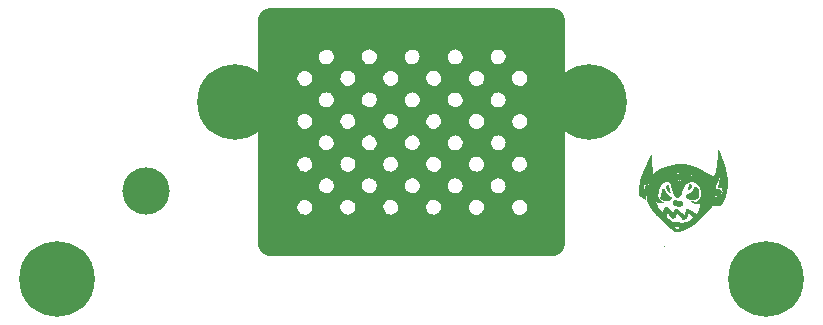
<source format=gbs>
G04 #@! TF.GenerationSoftware,KiCad,Pcbnew,(5.1.12-1-10_14)*
G04 #@! TF.CreationDate,2022-01-17T12:40:03-05:00*
G04 #@! TF.ProjectId,datum,64617475-6d2e-46b6-9963-61645f706362,rev?*
G04 #@! TF.SameCoordinates,Original*
G04 #@! TF.FileFunction,Soldermask,Bot*
G04 #@! TF.FilePolarity,Negative*
%FSLAX46Y46*%
G04 Gerber Fmt 4.6, Leading zero omitted, Abs format (unit mm)*
G04 Created by KiCad (PCBNEW (5.1.12-1-10_14)) date 2022-01-17 12:40:03*
%MOMM*%
%LPD*%
G01*
G04 APERTURE LIST*
%ADD10C,2.000000*%
%ADD11C,0.010000*%
%ADD12C,4.000000*%
%ADD13C,6.400000*%
%ADD14C,0.800000*%
G04 APERTURE END LIST*
D10*
X28000000Y32000000D02*
X52000000Y32000000D01*
X28000000Y13000000D02*
X28000000Y32000000D01*
X52000000Y13000000D02*
X28000000Y13000000D01*
X52000000Y32000000D02*
X52000000Y13000000D01*
D11*
G36*
X61342751Y12829451D02*
G01*
X61344432Y12824498D01*
X61347312Y12819926D01*
X61350794Y12816473D01*
X61352075Y12817125D01*
X61350394Y12822078D01*
X61347514Y12826650D01*
X61344032Y12830103D01*
X61342751Y12829451D01*
G37*
X61342751Y12829451D02*
X61344432Y12824498D01*
X61347312Y12819926D01*
X61350794Y12816473D01*
X61352075Y12817125D01*
X61350394Y12822078D01*
X61347514Y12826650D01*
X61344032Y12830103D01*
X61342751Y12829451D01*
G36*
X65923247Y20984753D02*
G01*
X65922766Y20976123D01*
X65922362Y20962676D01*
X65922051Y20945178D01*
X65921849Y20924397D01*
X65921772Y20901098D01*
X65921782Y20890169D01*
X65921565Y20847691D01*
X65920765Y20799675D01*
X65919418Y20746904D01*
X65917562Y20690160D01*
X65915233Y20630224D01*
X65912468Y20567880D01*
X65909303Y20503909D01*
X65905774Y20439094D01*
X65901919Y20374216D01*
X65897773Y20310058D01*
X65893375Y20247403D01*
X65889065Y20190875D01*
X65884970Y20142840D01*
X65879989Y20090326D01*
X65874230Y20034179D01*
X65867800Y19975250D01*
X65860807Y19914385D01*
X65853359Y19852432D01*
X65845565Y19790241D01*
X65837532Y19728658D01*
X65829367Y19668533D01*
X65821179Y19610713D01*
X65813077Y19556047D01*
X65805166Y19505382D01*
X65797557Y19459566D01*
X65792134Y19429020D01*
X65777855Y19353565D01*
X65763669Y19283486D01*
X65749348Y19217818D01*
X65734664Y19155594D01*
X65719389Y19095850D01*
X65703293Y19037620D01*
X65686149Y18979938D01*
X65684839Y18975689D01*
X65675944Y18947215D01*
X65668348Y18923863D01*
X65661620Y18904645D01*
X65655331Y18888570D01*
X65649052Y18874651D01*
X65642355Y18861899D01*
X65634810Y18849324D01*
X65625987Y18835938D01*
X65621079Y18828800D01*
X65611769Y18814639D01*
X65601447Y18797785D01*
X65591928Y18781230D01*
X65589310Y18776413D01*
X65577716Y18754969D01*
X65568423Y18738535D01*
X65560954Y18726412D01*
X65554835Y18717899D01*
X65549592Y18712294D01*
X65544748Y18708899D01*
X65542960Y18708061D01*
X65532681Y18704983D01*
X65522436Y18704904D01*
X65510560Y18708077D01*
X65495387Y18714755D01*
X65493880Y18715499D01*
X65480855Y18721456D01*
X65467792Y18726608D01*
X65457469Y18729863D01*
X65457273Y18729909D01*
X65448146Y18733351D01*
X65434927Y18740129D01*
X65418566Y18749718D01*
X65401711Y18760472D01*
X65383318Y18772194D01*
X65362693Y18784654D01*
X65342223Y18796446D01*
X65324296Y18806167D01*
X65322513Y18807085D01*
X65307076Y18815124D01*
X65292511Y18822976D01*
X65280374Y18829787D01*
X65272219Y18834699D01*
X65271713Y18835033D01*
X65261479Y18841404D01*
X65249014Y18848548D01*
X65241550Y18852552D01*
X65230741Y18858169D01*
X65221064Y18863226D01*
X65216150Y18865816D01*
X65206819Y18869029D01*
X65198688Y18870087D01*
X65190726Y18871231D01*
X65180254Y18874792D01*
X65166620Y18881074D01*
X65149171Y18890380D01*
X65127258Y18903012D01*
X65124611Y18904580D01*
X65111778Y18912121D01*
X65101015Y18918303D01*
X65093443Y18922490D01*
X65090183Y18924050D01*
X65090176Y18924051D01*
X65086709Y18925689D01*
X65080529Y18929663D01*
X65080116Y18929951D01*
X65076137Y18932626D01*
X65071083Y18935760D01*
X65064080Y18939850D01*
X65054255Y18945396D01*
X65040735Y18952895D01*
X65022646Y18962848D01*
X65019300Y18964684D01*
X65010458Y18969661D01*
X65003800Y18973630D01*
X65001838Y18974937D01*
X64997289Y18977887D01*
X64988514Y18982980D01*
X64975089Y18990454D01*
X64956592Y19000548D01*
X64949450Y19004415D01*
X64918096Y19021452D01*
X64890308Y19036760D01*
X64863999Y19051498D01*
X64837082Y19066830D01*
X64830388Y19070676D01*
X64816110Y19078792D01*
X64797523Y19089208D01*
X64775913Y19101212D01*
X64752563Y19114093D01*
X64728755Y19127141D01*
X64709738Y19137496D01*
X64663070Y19162975D01*
X64620619Y19186511D01*
X64580902Y19208959D01*
X64560005Y19221027D01*
X63620713Y19221027D01*
X63587375Y19217314D01*
X63569237Y19214899D01*
X63549462Y19211642D01*
X63531380Y19208110D01*
X63525463Y19206771D01*
X63507095Y19203270D01*
X63482537Y19200058D01*
X63451942Y19197151D01*
X63425900Y19195233D01*
X63401595Y19193549D01*
X63382084Y19191953D01*
X63365821Y19190216D01*
X63351257Y19188108D01*
X63336846Y19185400D01*
X63321041Y19181863D01*
X63302293Y19177267D01*
X63298900Y19176414D01*
X63275473Y19170761D01*
X63248968Y19164769D01*
X63222091Y19159026D01*
X63197546Y19154120D01*
X63188913Y19152510D01*
X63125571Y19138286D01*
X63077788Y19124136D01*
X63052742Y19116037D01*
X63032488Y19109622D01*
X63015799Y19104551D01*
X63001448Y19100485D01*
X62988209Y19097081D01*
X62974855Y19094001D01*
X62960159Y19090903D01*
X62952375Y19089331D01*
X62930322Y19084659D01*
X62911073Y19079883D01*
X62893115Y19074475D01*
X62874932Y19067910D01*
X62855009Y19059662D01*
X62831833Y19049205D01*
X62817438Y19042457D01*
X62791510Y19030279D01*
X62769920Y19020393D01*
X62751317Y19012267D01*
X62734351Y19005371D01*
X62717672Y18999174D01*
X62699929Y18993143D01*
X62679772Y18986748D01*
X62662064Y18981334D01*
X62634861Y18973296D01*
X62612099Y18967155D01*
X62592236Y18962684D01*
X62573728Y18959654D01*
X62555033Y18957836D01*
X62534608Y18957001D01*
X62510911Y18956922D01*
X62498350Y18957078D01*
X62476963Y18957480D01*
X62460449Y18958039D01*
X62447332Y18958926D01*
X62436134Y18960312D01*
X62425379Y18962369D01*
X62413591Y18965266D01*
X62403100Y18968118D01*
X62388983Y18971959D01*
X62370223Y18976957D01*
X62348336Y18982716D01*
X62324836Y18988836D01*
X62301237Y18994921D01*
X62293563Y18996884D01*
X62266943Y19003751D01*
X62245427Y19009508D01*
X62227943Y19014507D01*
X62213417Y19019103D01*
X62200774Y19023649D01*
X62188942Y19028499D01*
X62176846Y19034007D01*
X62168142Y19038202D01*
X62107880Y19065756D01*
X62042708Y19091978D01*
X61974013Y19116328D01*
X61931613Y19129837D01*
X61913913Y19135445D01*
X61892449Y19142556D01*
X61869398Y19150432D01*
X61846938Y19158336D01*
X61836363Y19162156D01*
X61791169Y19177858D01*
X61745356Y19192266D01*
X61700806Y19204826D01*
X61659405Y19214984D01*
X61649038Y19217237D01*
X61610938Y19225262D01*
X61643202Y19225469D01*
X61684761Y19228202D01*
X61723691Y19236017D01*
X61746393Y19243245D01*
X61763554Y19249399D01*
X61776128Y19253550D01*
X61785476Y19255914D01*
X61792961Y19256709D01*
X61799944Y19256152D01*
X61807788Y19254460D01*
X61811246Y19253573D01*
X61846804Y19244278D01*
X61876919Y19236326D01*
X61902300Y19229494D01*
X61923657Y19223558D01*
X61941701Y19218297D01*
X61957140Y19213487D01*
X61970686Y19208905D01*
X61983048Y19204329D01*
X61994937Y19199536D01*
X62007062Y19194304D01*
X62020134Y19188409D01*
X62022727Y19187221D01*
X62048385Y19175638D01*
X62071024Y19165919D01*
X62092054Y19157575D01*
X62112882Y19150117D01*
X62134917Y19143055D01*
X62159566Y19135900D01*
X62188240Y19128164D01*
X62206250Y19123479D01*
X62242425Y19114166D01*
X62273327Y19106294D01*
X62299840Y19099731D01*
X62322844Y19094350D01*
X62343222Y19090019D01*
X62361854Y19086609D01*
X62379621Y19083989D01*
X62397406Y19082030D01*
X62416090Y19080602D01*
X62436554Y19079574D01*
X62459679Y19078817D01*
X62486348Y19078201D01*
X62517400Y19077597D01*
X62549455Y19077040D01*
X62577479Y19076743D01*
X62602382Y19076796D01*
X62625073Y19077287D01*
X62646460Y19078305D01*
X62667454Y19079940D01*
X62688962Y19082280D01*
X62711895Y19085414D01*
X62737161Y19089431D01*
X62765669Y19094419D01*
X62798328Y19100469D01*
X62836047Y19107668D01*
X62847600Y19109895D01*
X62864358Y19113573D01*
X62886208Y19119067D01*
X62912242Y19126112D01*
X62941553Y19134447D01*
X62973232Y19143809D01*
X63006371Y19153935D01*
X63040063Y19164563D01*
X63067895Y19173609D01*
X63109225Y19189197D01*
X63151928Y19208971D01*
X63182989Y19225645D01*
X63193288Y19231233D01*
X63202509Y19235323D01*
X63212371Y19238428D01*
X63224596Y19241058D01*
X63240905Y19243724D01*
X63246744Y19244592D01*
X63292845Y19250402D01*
X63338649Y19254350D01*
X63382651Y19256361D01*
X63423350Y19256360D01*
X63451759Y19254920D01*
X63488035Y19251118D01*
X63524817Y19245480D01*
X63560001Y19238390D01*
X63591481Y19230234D01*
X63598362Y19228125D01*
X63620713Y19221027D01*
X64560005Y19221027D01*
X64542434Y19231174D01*
X64503733Y19254013D01*
X64463316Y19278329D01*
X64425931Y19301151D01*
X64385756Y19325658D01*
X64350052Y19347068D01*
X64318004Y19365804D01*
X64288800Y19382293D01*
X64261626Y19396958D01*
X64235669Y19410225D01*
X64210115Y19422519D01*
X64184152Y19434264D01*
X64156967Y19445886D01*
X64127745Y19457810D01*
X64120775Y19460590D01*
X64107350Y19465906D01*
X64094738Y19470844D01*
X64082429Y19475581D01*
X64069911Y19480295D01*
X64056672Y19485166D01*
X64042202Y19490370D01*
X64025989Y19496087D01*
X64007522Y19502494D01*
X63986289Y19509770D01*
X63961778Y19518093D01*
X63933480Y19527641D01*
X63900881Y19538593D01*
X63863472Y19551126D01*
X63820740Y19565419D01*
X63803275Y19571257D01*
X63766751Y19583476D01*
X63730731Y19595547D01*
X63695872Y19607248D01*
X63662834Y19618358D01*
X63632274Y19628654D01*
X63604851Y19637916D01*
X63581223Y19645920D01*
X63562048Y19652446D01*
X63547985Y19657270D01*
X63544060Y19658632D01*
X63513166Y19668853D01*
X63478684Y19679202D01*
X63440239Y19689770D01*
X63397457Y19700647D01*
X63349964Y19711926D01*
X63297385Y19723697D01*
X63239347Y19736052D01*
X63175474Y19749081D01*
X63158750Y19752414D01*
X63129355Y19758226D01*
X63103248Y19763286D01*
X63079752Y19767647D01*
X63058186Y19771360D01*
X63037874Y19774480D01*
X63018136Y19777058D01*
X62998294Y19779147D01*
X62977670Y19780801D01*
X62955584Y19782072D01*
X62931358Y19783012D01*
X62904314Y19783675D01*
X62873773Y19784112D01*
X62839056Y19784378D01*
X62799485Y19784524D01*
X62754382Y19784604D01*
X62744413Y19784616D01*
X62698747Y19784645D01*
X62658777Y19784587D01*
X62623847Y19784407D01*
X62593305Y19784074D01*
X62566495Y19783552D01*
X62542762Y19782809D01*
X62521454Y19781810D01*
X62501915Y19780523D01*
X62483490Y19778913D01*
X62465527Y19776948D01*
X62447370Y19774593D01*
X62428364Y19771815D01*
X62407857Y19768580D01*
X62396750Y19766766D01*
X62321031Y19753422D01*
X62250283Y19739058D01*
X62183168Y19723359D01*
X62118346Y19706007D01*
X62054479Y19686689D01*
X62046121Y19683998D01*
X61988676Y19665785D01*
X61932561Y19648858D01*
X61876521Y19632883D01*
X61819304Y19617524D01*
X61759658Y19602446D01*
X61696328Y19587313D01*
X61628064Y19571791D01*
X61621436Y19570319D01*
X61584424Y19562013D01*
X61552948Y19554680D01*
X61526306Y19548092D01*
X61503800Y19542020D01*
X61484729Y19536238D01*
X61468393Y19530516D01*
X61454092Y19524626D01*
X61441125Y19518341D01*
X61428794Y19511432D01*
X61416397Y19503671D01*
X61415932Y19503368D01*
X61406824Y19498777D01*
X61394326Y19494168D01*
X61382482Y19490873D01*
X61366216Y19486634D01*
X61345301Y19480400D01*
X61320957Y19472593D01*
X61294406Y19463636D01*
X61266869Y19453954D01*
X61239569Y19443970D01*
X61213725Y19434106D01*
X61190560Y19424787D01*
X61184687Y19422319D01*
X61123843Y19395216D01*
X61067501Y19367481D01*
X61042613Y19354282D01*
X61028189Y19346491D01*
X61012408Y19338025D01*
X60999750Y19331282D01*
X60985917Y19323909D01*
X60970113Y19315425D01*
X60956888Y19308278D01*
X60942463Y19300478D01*
X60926681Y19291995D01*
X60914025Y19285233D01*
X60901571Y19278533D01*
X60889353Y19271838D01*
X60880688Y19266979D01*
X60869741Y19260765D01*
X60857549Y19253924D01*
X60853700Y19251784D01*
X60838003Y19242898D01*
X60821311Y19233136D01*
X60804605Y19223105D01*
X60788865Y19213413D01*
X60775070Y19204670D01*
X60764198Y19197483D01*
X60757231Y19192460D01*
X60755275Y19190666D01*
X60751835Y19187749D01*
X60745075Y19182950D01*
X60742010Y19180912D01*
X60735338Y19176376D01*
X60725389Y19169388D01*
X60713196Y19160698D01*
X60699790Y19151055D01*
X60686204Y19141207D01*
X60673472Y19131905D01*
X60662625Y19123896D01*
X60654697Y19117931D01*
X60650721Y19114757D01*
X60650500Y19114535D01*
X60647224Y19111875D01*
X60639367Y19106056D01*
X60627568Y19097534D01*
X60612464Y19086767D01*
X60594694Y19074213D01*
X60574897Y19060330D01*
X60573738Y19059521D01*
X60563249Y19052063D01*
X60554469Y19045588D01*
X60548977Y19041264D01*
X60548338Y19040691D01*
X60543548Y19036567D01*
X60535737Y19030275D01*
X60529850Y19025687D01*
X60521769Y19019370D01*
X60515906Y19014598D01*
X60513975Y19012856D01*
X60510978Y19010451D01*
X60503742Y19005020D01*
X60493186Y18997242D01*
X60480229Y18987795D01*
X60472006Y18981840D01*
X60456558Y18970778D01*
X60445305Y18963047D01*
X60437356Y18958173D01*
X60431824Y18955682D01*
X60427821Y18955097D01*
X60424456Y18955945D01*
X60423955Y18956165D01*
X60416065Y18958022D01*
X60405170Y18957167D01*
X60399887Y18956142D01*
X60387552Y18953627D01*
X60380067Y18953278D01*
X60376043Y18956096D01*
X60374087Y18963081D01*
X60372809Y18975233D01*
X60372771Y18975644D01*
X60371216Y18990052D01*
X60369010Y19007529D01*
X60366374Y19026603D01*
X60363530Y19045801D01*
X60360697Y19063650D01*
X60358097Y19078678D01*
X60355951Y19089413D01*
X60355323Y19091975D01*
X60353445Y19101191D01*
X60351612Y19113831D01*
X60350360Y19125663D01*
X60349534Y19133529D01*
X60347941Y19146906D01*
X60345682Y19165016D01*
X60342858Y19187079D01*
X60339569Y19212315D01*
X60335914Y19239947D01*
X60331995Y19269195D01*
X60329720Y19286000D01*
X60326108Y19312875D01*
X60322005Y19343890D01*
X60317493Y19378397D01*
X60312654Y19415749D01*
X60307568Y19455298D01*
X60302317Y19496397D01*
X60296983Y19538399D01*
X60291646Y19580655D01*
X60286388Y19622519D01*
X60281290Y19663343D01*
X60276433Y19702479D01*
X60271899Y19739280D01*
X60267769Y19773099D01*
X60264125Y19803287D01*
X60261047Y19829198D01*
X60258617Y19850184D01*
X60256916Y19865598D01*
X60256767Y19867025D01*
X60254950Y19888222D01*
X60253399Y19913758D01*
X60252114Y19942831D01*
X60251096Y19974640D01*
X60250345Y20008381D01*
X60249863Y20043252D01*
X60249651Y20078453D01*
X60249708Y20113181D01*
X60250036Y20146633D01*
X60250636Y20178007D01*
X60251509Y20206502D01*
X60252654Y20231316D01*
X60254074Y20251645D01*
X60255769Y20266690D01*
X60256368Y20270250D01*
X60259547Y20287757D01*
X60261741Y20302098D01*
X60263336Y20316260D01*
X60264717Y20333228D01*
X60264980Y20336925D01*
X60266374Y20352869D01*
X60268428Y20371742D01*
X60270768Y20390207D01*
X60271543Y20395663D01*
X60274599Y20417795D01*
X60277334Y20440120D01*
X60279590Y20461143D01*
X60281211Y20479370D01*
X60282041Y20493307D01*
X60282114Y20496659D01*
X60282200Y20508755D01*
X60266642Y20488456D01*
X60257816Y20477078D01*
X60246695Y20462941D01*
X60234990Y20448212D01*
X60228282Y20439847D01*
X60218250Y20427062D01*
X60208992Y20414677D01*
X60201700Y20404319D01*
X60198227Y20398838D01*
X60194611Y20392555D01*
X60188344Y20381712D01*
X60179964Y20367243D01*
X60170012Y20350077D01*
X60159026Y20331146D01*
X60151320Y20317875D01*
X60125937Y20273784D01*
X60103464Y20233791D01*
X60083309Y20196698D01*
X60064882Y20161308D01*
X60047590Y20126421D01*
X60030844Y20090839D01*
X60014051Y20053364D01*
X59996620Y20012796D01*
X59977960Y19967937D01*
X59974338Y19959100D01*
X59957980Y19919174D01*
X59943627Y19884303D01*
X59930911Y19853653D01*
X59919464Y19826388D01*
X59908919Y19801675D01*
X59898908Y19778678D01*
X59889063Y19756563D01*
X59879016Y19734494D01*
X59868400Y19711638D01*
X59856846Y19687160D01*
X59843987Y19660224D01*
X59829455Y19629996D01*
X59827994Y19626964D01*
X59796401Y19561166D01*
X59767406Y19500224D01*
X59740664Y19443364D01*
X59715833Y19389813D01*
X59692570Y19338798D01*
X59670533Y19289546D01*
X59649378Y19241283D01*
X59628763Y19193237D01*
X59608345Y19144634D01*
X59587780Y19094701D01*
X59566727Y19042664D01*
X59547278Y18993900D01*
X59518149Y18919944D01*
X59491558Y18851367D01*
X59467375Y18787789D01*
X59445473Y18728825D01*
X59425722Y18674094D01*
X59407995Y18623212D01*
X59392163Y18575798D01*
X59378097Y18531467D01*
X59365670Y18489838D01*
X59354751Y18450528D01*
X59345214Y18413153D01*
X59336929Y18377332D01*
X59331401Y18350963D01*
X59327198Y18329199D01*
X59322207Y18302063D01*
X59316580Y18270461D01*
X59310466Y18235302D01*
X59304017Y18197494D01*
X59297383Y18157943D01*
X59290716Y18117557D01*
X59284165Y18077245D01*
X59277882Y18037913D01*
X59272017Y18000470D01*
X59266722Y17965822D01*
X59262146Y17934878D01*
X59261206Y17928343D01*
X59258410Y17903368D01*
X59256313Y17873063D01*
X59254919Y17838409D01*
X59254234Y17800391D01*
X59254263Y17759988D01*
X59255013Y17718185D01*
X59256488Y17675962D01*
X59258695Y17634303D01*
X59259484Y17622300D01*
X59262963Y17570065D01*
X59265818Y17523227D01*
X59268081Y17480870D01*
X59269780Y17442074D01*
X59270948Y17405921D01*
X59271615Y17371494D01*
X59271812Y17337873D01*
X59271569Y17304142D01*
X59271074Y17276225D01*
X59268952Y17179388D01*
X59277895Y17167766D01*
X59287488Y17156991D01*
X59301902Y17143148D01*
X59320628Y17126617D01*
X59343157Y17107781D01*
X59368980Y17087022D01*
X59397587Y17064720D01*
X59428470Y17041259D01*
X59461118Y17017020D01*
X59495023Y16992385D01*
X59529675Y16967736D01*
X59564566Y16943453D01*
X59599186Y16919920D01*
X59633025Y16897518D01*
X59665575Y16876629D01*
X59669425Y16874207D01*
X59688188Y16862342D01*
X59707896Y16849719D01*
X59726781Y16837481D01*
X59743075Y16826772D01*
X59750729Y16821652D01*
X59763189Y16813318D01*
X59773659Y16806468D01*
X59781070Y16801792D01*
X59784352Y16799979D01*
X59784384Y16799975D01*
X59784301Y16802777D01*
X59782703Y16810227D01*
X59779913Y16820896D01*
X59778870Y16824582D01*
X59768438Y16871148D01*
X59764128Y16917444D01*
X59765074Y16955706D01*
X59766519Y16972847D01*
X59768175Y16989481D01*
X59769828Y17003598D01*
X59771135Y17012490D01*
X59772823Y17025494D01*
X59773936Y17040795D01*
X59774200Y17050828D01*
X59777022Y17076126D01*
X59785442Y17104081D01*
X59799389Y17134485D01*
X59805786Y17146050D01*
X59813704Y17160917D01*
X59821198Y17176937D01*
X59826988Y17191319D01*
X59828318Y17195263D01*
X59834351Y17214123D01*
X59839305Y17228207D01*
X59843852Y17238843D01*
X59848669Y17247357D01*
X59854429Y17255076D01*
X59861809Y17263328D01*
X59864250Y17265907D01*
X59873083Y17274873D01*
X59880391Y17281730D01*
X59885010Y17285409D01*
X59885829Y17285750D01*
X59887856Y17282873D01*
X59888380Y17275044D01*
X59887456Y17263467D01*
X59885137Y17249347D01*
X59883971Y17243879D01*
X59882798Y17237467D01*
X59881863Y17229302D01*
X59881154Y17218766D01*
X59880657Y17205237D01*
X59880358Y17188095D01*
X59880242Y17166720D01*
X59880297Y17140493D01*
X59880509Y17108793D01*
X59880638Y17093993D01*
X59881043Y17056347D01*
X59881551Y17024219D01*
X59882230Y16996778D01*
X59883149Y16973192D01*
X59884376Y16952629D01*
X59885977Y16934259D01*
X59888020Y16917248D01*
X59890575Y16900767D01*
X59893707Y16883982D01*
X59897485Y16866063D01*
X59900197Y16853950D01*
X59904627Y16834310D01*
X59909099Y16814213D01*
X59913172Y16795653D01*
X59916407Y16780627D01*
X59917218Y16776770D01*
X59922356Y16753988D01*
X59928108Y16732612D01*
X59934902Y16711507D01*
X59943166Y16689540D01*
X59953328Y16665578D01*
X59965818Y16638487D01*
X59981064Y16607134D01*
X59982264Y16604713D01*
X60004943Y16557489D01*
X60023840Y16514822D01*
X60039130Y16476309D01*
X60042087Y16468188D01*
X60051893Y16441299D01*
X60061572Y16416024D01*
X60071397Y16391890D01*
X60081641Y16368423D01*
X60092578Y16345151D01*
X60104481Y16321600D01*
X60117623Y16297296D01*
X60132277Y16271767D01*
X60148718Y16244539D01*
X60167218Y16215139D01*
X60188051Y16183094D01*
X60211490Y16147930D01*
X60237809Y16109173D01*
X60267280Y16066352D01*
X60300177Y16018991D01*
X60307973Y16007813D01*
X60326765Y15980871D01*
X60345794Y15953562D01*
X60364466Y15926742D01*
X60382187Y15901263D01*
X60398362Y15877983D01*
X60412398Y15857754D01*
X60423699Y15841431D01*
X60428295Y15834775D01*
X60453121Y15799244D01*
X60476049Y15767557D01*
X60498079Y15738483D01*
X60520212Y15710789D01*
X60543446Y15683245D01*
X60568784Y15654619D01*
X60597225Y15623681D01*
X60615953Y15603750D01*
X60630727Y15588340D01*
X60649177Y15569442D01*
X60670806Y15547542D01*
X60695119Y15523126D01*
X60721621Y15496679D01*
X60749815Y15468687D01*
X60779207Y15439636D01*
X60809300Y15410010D01*
X60839600Y15380295D01*
X60869610Y15350977D01*
X60898836Y15322541D01*
X60926782Y15295474D01*
X60952952Y15270259D01*
X60976851Y15247384D01*
X60997983Y15227333D01*
X61015853Y15210592D01*
X61029965Y15197647D01*
X61035002Y15193149D01*
X61070709Y15161069D01*
X61110311Y15124371D01*
X61153586Y15083273D01*
X61200316Y15037993D01*
X61250279Y14988748D01*
X61303254Y14935756D01*
X61359022Y14879236D01*
X61417362Y14819406D01*
X61478054Y14756482D01*
X61500550Y14732996D01*
X61555069Y14676786D01*
X61607013Y14624965D01*
X61657337Y14576640D01*
X61706991Y14530918D01*
X61756930Y14486908D01*
X61808104Y14443716D01*
X61818288Y14435330D01*
X61836369Y14420771D01*
X61858575Y14403326D01*
X61883857Y14383789D01*
X61911162Y14362951D01*
X61939441Y14341604D01*
X61967641Y14320541D01*
X61994713Y14300555D01*
X62019606Y14282437D01*
X62041268Y14266979D01*
X62045913Y14263723D01*
X62060595Y14253706D01*
X62078303Y14241997D01*
X62098193Y14229120D01*
X62119419Y14215599D01*
X62141136Y14201958D01*
X62162501Y14188720D01*
X62182669Y14176409D01*
X62200794Y14165549D01*
X62216032Y14156665D01*
X62227538Y14150279D01*
X62233861Y14147162D01*
X62241472Y14144884D01*
X62254574Y14142000D01*
X62272352Y14138627D01*
X62293988Y14134885D01*
X62318666Y14130889D01*
X62345569Y14126760D01*
X62373880Y14122613D01*
X62402783Y14118568D01*
X62431460Y14114742D01*
X62459096Y14111253D01*
X62484874Y14108218D01*
X62507976Y14105757D01*
X62527586Y14103985D01*
X62538038Y14103262D01*
X62553065Y14102814D01*
X62567682Y14103072D01*
X62579298Y14103973D01*
X62581671Y14104334D01*
X62592574Y14106944D01*
X62609288Y14111890D01*
X62631733Y14119142D01*
X62659827Y14128671D01*
X62693488Y14140448D01*
X62732635Y14154445D01*
X62777186Y14170633D01*
X62827061Y14188983D01*
X62882176Y14209466D01*
X62936500Y14229816D01*
X62977089Y14245077D01*
X63013274Y14258727D01*
X63045671Y14271044D01*
X63074896Y14282308D01*
X63101566Y14292797D01*
X63126296Y14302790D01*
X63149701Y14312567D01*
X63172399Y14322405D01*
X63195005Y14332583D01*
X63218135Y14343382D01*
X63242405Y14355079D01*
X63268430Y14367953D01*
X63296828Y14382284D01*
X63319125Y14393698D01*
X62679681Y14393698D01*
X62674693Y14384051D01*
X62667767Y14373651D01*
X62657150Y14361155D01*
X62644369Y14348089D01*
X62630948Y14335981D01*
X62618412Y14326356D01*
X62614649Y14323937D01*
X62579582Y14306458D01*
X62540614Y14293918D01*
X62530183Y14291535D01*
X62510994Y14288539D01*
X62487933Y14286575D01*
X62462934Y14285661D01*
X62437931Y14285817D01*
X62414861Y14287064D01*
X62395658Y14289421D01*
X62391988Y14290123D01*
X62371889Y14295986D01*
X62349385Y14305283D01*
X62326572Y14316969D01*
X62305546Y14330000D01*
X62292716Y14339608D01*
X62280362Y14350935D01*
X62267430Y14364551D01*
X62257176Y14376931D01*
X62248991Y14389205D01*
X62240607Y14404045D01*
X62232721Y14419931D01*
X62226030Y14435344D01*
X62221234Y14448763D01*
X62219031Y14458669D01*
X62218962Y14460120D01*
X62220836Y14469865D01*
X62226783Y14479748D01*
X62237339Y14490360D01*
X62253039Y14502295D01*
X62263131Y14509038D01*
X62278496Y14518979D01*
X62290893Y14526709D01*
X62301447Y14532514D01*
X62311280Y14536678D01*
X62321516Y14539486D01*
X62333279Y14541223D01*
X62347692Y14542175D01*
X62365881Y14542626D01*
X62388967Y14542862D01*
X62396750Y14542930D01*
X62458663Y14543500D01*
X62496763Y14528693D01*
X62513412Y14522084D01*
X62529959Y14515280D01*
X62544405Y14509114D01*
X62554125Y14504722D01*
X62574210Y14493138D01*
X62596586Y14476579D01*
X62620517Y14455649D01*
X62645267Y14430954D01*
X62650496Y14425351D01*
X62679681Y14393698D01*
X63319125Y14393698D01*
X63328213Y14398350D01*
X63363203Y14416430D01*
X63402412Y14436803D01*
X63446457Y14459748D01*
X63460375Y14467002D01*
X63545113Y14512576D01*
X63627901Y14559889D01*
X63708199Y14608574D01*
X63785467Y14658263D01*
X63859167Y14708587D01*
X63928759Y14759180D01*
X63993704Y14809673D01*
X64053462Y14859699D01*
X64104944Y14906463D01*
X64125231Y14925989D01*
X64149249Y14949553D01*
X64176400Y14976542D01*
X64206088Y15006347D01*
X64237717Y15038356D01*
X64270691Y15071958D01*
X64304414Y15106542D01*
X64338289Y15141496D01*
X64371720Y15176210D01*
X64404111Y15210073D01*
X64434865Y15242473D01*
X64463387Y15272800D01*
X64484074Y15295025D01*
X64491759Y15303319D01*
X63898181Y15303319D01*
X63896571Y15300087D01*
X63892730Y15295252D01*
X63886202Y15288305D01*
X63876528Y15278740D01*
X63863251Y15266047D01*
X63845911Y15249720D01*
X63839391Y15243608D01*
X63794370Y15202061D01*
X63752853Y15165099D01*
X63714376Y15132353D01*
X63678474Y15103452D01*
X63644680Y15078026D01*
X63612530Y15055705D01*
X63581559Y15036118D01*
X63569913Y15029264D01*
X63557568Y15022342D01*
X63540879Y15013273D01*
X63520524Y15002406D01*
X63497181Y14990087D01*
X63471527Y14976664D01*
X63444238Y14962484D01*
X63415992Y14947895D01*
X63387467Y14933243D01*
X63359340Y14918875D01*
X63332287Y14905139D01*
X63306987Y14892383D01*
X63284117Y14880952D01*
X63264354Y14871196D01*
X63248375Y14863459D01*
X63236857Y14858091D01*
X63231775Y14855914D01*
X63219825Y14851491D01*
X63207542Y14847560D01*
X63194357Y14844046D01*
X63179699Y14840873D01*
X63162998Y14837964D01*
X63143683Y14835245D01*
X63121184Y14832637D01*
X63094931Y14830067D01*
X63064353Y14827456D01*
X63028880Y14824730D01*
X62987941Y14821813D01*
X62963488Y14820140D01*
X62927614Y14817780D01*
X62896980Y14815938D01*
X62870501Y14814575D01*
X62847092Y14813655D01*
X62825667Y14813142D01*
X62805141Y14812997D01*
X62784429Y14813186D01*
X62768225Y14813521D01*
X62740619Y14814359D01*
X62715997Y14815519D01*
X62693135Y14817154D01*
X62670813Y14819417D01*
X62647807Y14822458D01*
X62622896Y14826432D01*
X62594858Y14831490D01*
X62562470Y14837784D01*
X62544388Y14841416D01*
X62497894Y14850081D01*
X62456269Y14856102D01*
X62418584Y14859424D01*
X62383908Y14859995D01*
X62351315Y14857762D01*
X62319875Y14852670D01*
X62288658Y14844667D01*
X62256737Y14833700D01*
X62231650Y14823442D01*
X62211600Y14815160D01*
X62196849Y14809986D01*
X62187195Y14807855D01*
X62184025Y14807948D01*
X62178087Y14809917D01*
X62167872Y14814005D01*
X62154841Y14819605D01*
X62141163Y14825781D01*
X62112859Y14839327D01*
X62085341Y14853524D01*
X62057798Y14868872D01*
X62029418Y14885874D01*
X61999388Y14905030D01*
X61966896Y14926842D01*
X61931130Y14951812D01*
X61894680Y14977973D01*
X61844329Y15015072D01*
X61793131Y15053907D01*
X61741884Y15093829D01*
X61691381Y15134187D01*
X61642417Y15174329D01*
X61595789Y15213607D01*
X61552290Y15251368D01*
X61512717Y15286964D01*
X61483144Y15314662D01*
X61472750Y15324815D01*
X61464308Y15333443D01*
X61458741Y15339576D01*
X61456950Y15342168D01*
X61458700Y15345998D01*
X61463091Y15352715D01*
X61465139Y15355527D01*
X61478833Y15377491D01*
X61491159Y15405076D01*
X61496853Y15421050D01*
X61500878Y15431439D01*
X61507359Y15446121D01*
X61515693Y15463825D01*
X61525279Y15483278D01*
X61535514Y15503209D01*
X61537909Y15507750D01*
X61554267Y15539010D01*
X61567872Y15566013D01*
X61579254Y15589941D01*
X61588941Y15611976D01*
X61597460Y15633299D01*
X61605342Y15655090D01*
X61609932Y15668724D01*
X61614932Y15683310D01*
X61619467Y15695419D01*
X61623085Y15703921D01*
X61625334Y15707688D01*
X61625549Y15707775D01*
X61628634Y15705470D01*
X61634654Y15699275D01*
X61642593Y15690272D01*
X61647625Y15684253D01*
X61656811Y15673788D01*
X61665389Y15665283D01*
X61672070Y15659964D01*
X61674353Y15658868D01*
X61679402Y15655393D01*
X61687716Y15646789D01*
X61699118Y15633262D01*
X61713427Y15615017D01*
X61718321Y15608572D01*
X61733102Y15589468D01*
X61749896Y15568548D01*
X61767094Y15547770D01*
X61783083Y15529095D01*
X61790853Y15520347D01*
X61817671Y15490275D01*
X61840613Y15463599D01*
X61860453Y15439388D01*
X61877963Y15416712D01*
X61886874Y15404563D01*
X61895034Y15394198D01*
X61906714Y15380671D01*
X61920821Y15365181D01*
X61936261Y15348929D01*
X61951932Y15333125D01*
X61990337Y15293085D01*
X62024203Y15253149D01*
X62032956Y15241844D01*
X62044145Y15227291D01*
X62054168Y15214682D01*
X62062351Y15204828D01*
X62068025Y15198541D01*
X62070423Y15196600D01*
X62074569Y15198354D01*
X62081919Y15202882D01*
X62088350Y15207376D01*
X62095671Y15212285D01*
X62107411Y15219619D01*
X62122447Y15228703D01*
X62139660Y15238861D01*
X62157926Y15249415D01*
X62160213Y15250720D01*
X62185037Y15264899D01*
X62204954Y15276439D01*
X62220581Y15285827D01*
X62232538Y15293553D01*
X62241442Y15300105D01*
X62247911Y15305972D01*
X62252565Y15311644D01*
X62256021Y15317608D01*
X62258897Y15324353D01*
X62261152Y15330518D01*
X62266409Y15345923D01*
X62271838Y15362885D01*
X62275757Y15375988D01*
X62278981Y15387337D01*
X62283416Y15402943D01*
X62288535Y15420954D01*
X62293812Y15439520D01*
X62295157Y15444250D01*
X62301004Y15463710D01*
X62307650Y15484055D01*
X62314335Y15503060D01*
X62320302Y15518496D01*
X62321124Y15520450D01*
X62327299Y15535371D01*
X62334697Y15553946D01*
X62342406Y15573852D01*
X62349513Y15592764D01*
X62349775Y15593475D01*
X62361070Y15622789D01*
X62371258Y15646223D01*
X62380516Y15664115D01*
X62389024Y15676806D01*
X62396960Y15684634D01*
X62398300Y15685527D01*
X62412399Y15690864D01*
X62427684Y15691161D01*
X62441696Y15686372D01*
X62441743Y15686344D01*
X62446830Y15681919D01*
X62454686Y15673377D01*
X62464443Y15661809D01*
X62475236Y15648302D01*
X62486196Y15633948D01*
X62496455Y15619834D01*
X62505147Y15607050D01*
X62506219Y15605382D01*
X62511089Y15599345D01*
X62515283Y15596659D01*
X62515451Y15596650D01*
X62519263Y15594346D01*
X62526425Y15587963D01*
X62536219Y15578291D01*
X62547922Y15566125D01*
X62560814Y15552256D01*
X62574174Y15537477D01*
X62587282Y15522580D01*
X62599415Y15508357D01*
X62609855Y15495601D01*
X62617878Y15485104D01*
X62620882Y15480763D01*
X62630423Y15467215D01*
X62642524Y15451529D01*
X62655301Y15436097D01*
X62662370Y15428105D01*
X62694188Y15393627D01*
X62729616Y15355891D01*
X62767629Y15315976D01*
X62807200Y15274961D01*
X62841744Y15239579D01*
X62859823Y15221061D01*
X62877679Y15202579D01*
X62894469Y15185019D01*
X62909350Y15169268D01*
X62921479Y15156214D01*
X62930013Y15146742D01*
X62930280Y15146436D01*
X62940433Y15134915D01*
X62947521Y15127475D01*
X62952589Y15123358D01*
X62956681Y15121806D01*
X62960843Y15122059D01*
X62963123Y15122587D01*
X62970373Y15123555D01*
X62982152Y15124196D01*
X62996645Y15124439D01*
X63007835Y15124326D01*
X63042656Y15123562D01*
X63063397Y15137504D01*
X63073358Y15144569D01*
X63086714Y15154560D01*
X63101983Y15166343D01*
X63117679Y15178781D01*
X63123825Y15183751D01*
X63141384Y15198026D01*
X63161075Y15214006D01*
X63180665Y15229880D01*
X63197922Y15243838D01*
X63200293Y15245754D01*
X63237073Y15275451D01*
X63253253Y15324132D01*
X63260054Y15345214D01*
X63267669Y15369829D01*
X63275309Y15395369D01*
X63282185Y15419222D01*
X63284292Y15426788D01*
X63289515Y15445236D01*
X63294615Y15462312D01*
X63299194Y15476746D01*
X63302852Y15487272D01*
X63304771Y15491875D01*
X63309798Y15503473D01*
X63315785Y15519905D01*
X63322323Y15539806D01*
X63329004Y15561811D01*
X63335421Y15584552D01*
X63341164Y15606665D01*
X63345826Y15626782D01*
X63347450Y15634750D01*
X63352872Y15661496D01*
X63357901Y15682619D01*
X63362894Y15698801D01*
X63368209Y15710725D01*
X63374205Y15719074D01*
X63381239Y15724529D01*
X63389669Y15727773D01*
X63396973Y15729146D01*
X63411486Y15728677D01*
X63424561Y15722821D01*
X63437058Y15711152D01*
X63439738Y15707860D01*
X63448843Y15698794D01*
X63460048Y15690895D01*
X63463550Y15689068D01*
X63472776Y15683430D01*
X63485822Y15673420D01*
X63502291Y15659413D01*
X63521784Y15641785D01*
X63543902Y15620909D01*
X63568248Y15597160D01*
X63594422Y15570912D01*
X63622026Y15542540D01*
X63643989Y15519498D01*
X63675939Y15485944D01*
X63704293Y15456769D01*
X63729569Y15431518D01*
X63752287Y15409734D01*
X63772963Y15390959D01*
X63792118Y15374737D01*
X63810268Y15360610D01*
X63827932Y15348122D01*
X63845628Y15336816D01*
X63862013Y15327272D01*
X63874682Y15320094D01*
X63885764Y15313652D01*
X63893753Y15308829D01*
X63896541Y15307005D01*
X63898018Y15305456D01*
X63898181Y15303319D01*
X64491759Y15303319D01*
X64511508Y15324631D01*
X64535093Y15349995D01*
X64555259Y15371565D01*
X64572440Y15389788D01*
X64587068Y15405111D01*
X64599575Y15417982D01*
X64610394Y15428847D01*
X64619958Y15438153D01*
X64628700Y15446347D01*
X64637050Y15453877D01*
X64641761Y15458008D01*
X64650330Y15465668D01*
X64661607Y15476040D01*
X64673743Y15487415D01*
X64679575Y15492963D01*
X64691193Y15503963D01*
X64705750Y15517574D01*
X64721474Y15532150D01*
X64736595Y15546042D01*
X64738157Y15547467D01*
X64765469Y15572716D01*
X64789059Y15595216D01*
X64808579Y15614623D01*
X64823683Y15630598D01*
X64830090Y15637925D01*
X64836148Y15644758D01*
X64845725Y15655097D01*
X64857869Y15667939D01*
X64871631Y15682278D01*
X64885623Y15696663D01*
X64901091Y15712679D01*
X64916806Y15729344D01*
X64931522Y15745311D01*
X64943997Y15759233D01*
X64951616Y15768100D01*
X64961549Y15779987D01*
X64970692Y15790838D01*
X64977853Y15799242D01*
X64981146Y15803025D01*
X64986009Y15808902D01*
X64993467Y15818402D01*
X65002358Y15830032D01*
X65008566Y15838310D01*
X65019290Y15851713D01*
X65031141Y15864931D01*
X65042260Y15875949D01*
X65047125Y15880130D01*
X65084671Y15913959D01*
X65118183Y15952410D01*
X65143782Y15989438D01*
X65149711Y15998351D01*
X65158084Y16010028D01*
X65167924Y16023202D01*
X65178251Y16036608D01*
X65188087Y16048982D01*
X65196454Y16059058D01*
X65202373Y16065571D01*
X65203421Y16066550D01*
X65206037Y16069447D01*
X65211944Y16076284D01*
X65220355Y16086134D01*
X65230485Y16098069D01*
X65241547Y16111162D01*
X65252756Y16124485D01*
X65263326Y16137109D01*
X65271191Y16146561D01*
X65279521Y16155347D01*
X65288055Y16162386D01*
X65292882Y16165196D01*
X65299422Y16169773D01*
X65307875Y16179054D01*
X65318590Y16193447D01*
X65324449Y16202007D01*
X65333213Y16215325D01*
X65340824Y16227365D01*
X65346471Y16236811D01*
X65349344Y16242351D01*
X65349357Y16242387D01*
X65353347Y16248503D01*
X65360612Y16256334D01*
X65366731Y16261793D01*
X65375044Y16269097D01*
X65379403Y16274904D01*
X65381049Y16281373D01*
X65381250Y16287048D01*
X65381999Y16294679D01*
X65384629Y16303133D01*
X65389716Y16313796D01*
X65397834Y16328058D01*
X65399186Y16330322D01*
X65408651Y16346203D01*
X65415610Y16357306D01*
X65421079Y16364140D01*
X65426072Y16367213D01*
X65431605Y16367032D01*
X65438692Y16364106D01*
X65448348Y16358943D01*
X65452210Y16356867D01*
X65461244Y16352205D01*
X65470144Y16348011D01*
X65479406Y16344187D01*
X65489521Y16340637D01*
X65500984Y16337262D01*
X65514288Y16333965D01*
X65529926Y16330650D01*
X65548391Y16327218D01*
X65570178Y16323572D01*
X65595779Y16319615D01*
X65625688Y16315249D01*
X65660398Y16310378D01*
X65700402Y16304903D01*
X65746195Y16298727D01*
X65747963Y16298489D01*
X65768905Y16295729D01*
X65793488Y16292568D01*
X65819049Y16289346D01*
X65842922Y16286399D01*
X65849563Y16285595D01*
X65870804Y16282879D01*
X65893049Y16279768D01*
X65914176Y16276575D01*
X65932060Y16273615D01*
X65938435Y16272452D01*
X65955786Y16269462D01*
X65971154Y16267673D01*
X65986919Y16266931D01*
X66005459Y16267084D01*
X66016223Y16267436D01*
X66041687Y16268925D01*
X66061886Y16271422D01*
X66077865Y16275208D01*
X66090667Y16280564D01*
X66101336Y16287769D01*
X66105434Y16291416D01*
X66110653Y16297633D01*
X66118488Y16308634D01*
X66128448Y16323664D01*
X66140042Y16341970D01*
X66152779Y16362797D01*
X66161656Y16377700D01*
X66173439Y16397660D01*
X66187793Y16421932D01*
X66204041Y16449374D01*
X66221506Y16478841D01*
X66239509Y16509191D01*
X66257374Y16539280D01*
X66274422Y16567965D01*
X66275506Y16569788D01*
X66304340Y16618472D01*
X66330056Y16662371D01*
X66352949Y16702059D01*
X66373310Y16738107D01*
X66391432Y16771088D01*
X66407607Y16801575D01*
X66422128Y16830141D01*
X66435286Y16857357D01*
X66447375Y16883798D01*
X66458687Y16910035D01*
X66469514Y16936642D01*
X66480149Y16964190D01*
X66488740Y16987361D01*
X66499243Y17016844D01*
X66510438Y17049528D01*
X66521669Y17083416D01*
X66532282Y17116510D01*
X66541618Y17146811D01*
X66546077Y17161925D01*
X66561592Y17219111D01*
X66576731Y17281683D01*
X66591333Y17348681D01*
X66605238Y17419145D01*
X66608970Y17440021D01*
X66313991Y17440021D01*
X66313324Y17419876D01*
X66312477Y17404566D01*
X66311248Y17392577D01*
X66309434Y17382395D01*
X66306829Y17372507D01*
X66303543Y17362315D01*
X66297361Y17346519D01*
X66289172Y17328846D01*
X66280558Y17312661D01*
X66278941Y17309928D01*
X66270066Y17294821D01*
X66260662Y17278123D01*
X66252500Y17262991D01*
X66251131Y17260350D01*
X66243731Y17246781D01*
X66235766Y17234162D01*
X66226517Y17221648D01*
X66215270Y17208394D01*
X66201309Y17193555D01*
X66183916Y17176285D01*
X66162910Y17156243D01*
X66145754Y17140223D01*
X66132128Y17127930D01*
X66121062Y17118610D01*
X66111585Y17111510D01*
X66102726Y17105877D01*
X66093514Y17100960D01*
X66088524Y17098558D01*
X66064165Y17087279D01*
X66040864Y17076781D01*
X66019721Y17067545D01*
X66001837Y17060048D01*
X65988315Y17054770D01*
X65986088Y17053973D01*
X65976603Y17050419D01*
X65963237Y17045102D01*
X65947925Y17038803D01*
X65935621Y17033601D01*
X65912544Y17024121D01*
X65892501Y17017008D01*
X65873643Y17011845D01*
X65854123Y17008214D01*
X65832091Y17005698D01*
X65805699Y17003878D01*
X65803525Y17003760D01*
X65774341Y17002259D01*
X65750662Y17001224D01*
X65731660Y17000672D01*
X65716508Y17000617D01*
X65704377Y17001077D01*
X65694438Y17002067D01*
X65685864Y17003604D01*
X65677826Y17005703D01*
X65676066Y17006237D01*
X65647475Y17018242D01*
X65622569Y17035346D01*
X65601554Y17057339D01*
X65584635Y17084008D01*
X65572792Y17112713D01*
X65568817Y17126190D01*
X65566276Y17138632D01*
X65564855Y17152307D01*
X65564238Y17169480D01*
X65564171Y17174625D01*
X65564382Y17198391D01*
X65565493Y17217315D01*
X65567451Y17231017D01*
X65570206Y17239113D01*
X65573098Y17241300D01*
X65576817Y17239243D01*
X65584177Y17233597D01*
X65594217Y17225150D01*
X65605978Y17214691D01*
X65609946Y17211049D01*
X65633017Y17191032D01*
X65653737Y17176042D01*
X65672960Y17165624D01*
X65691537Y17159321D01*
X65710321Y17156679D01*
X65711786Y17156615D01*
X65725856Y17155474D01*
X65735696Y17152972D01*
X65743067Y17148822D01*
X65747264Y17146115D01*
X65752140Y17144145D01*
X65758823Y17142750D01*
X65768443Y17141766D01*
X65782130Y17141028D01*
X65801012Y17140374D01*
X65801486Y17140360D01*
X65834307Y17140068D01*
X65863079Y17141579D01*
X65889621Y17145244D01*
X65915752Y17151409D01*
X65943291Y17160426D01*
X65974057Y17172642D01*
X65977616Y17174153D01*
X66004737Y17187634D01*
X66032064Y17204681D01*
X66058218Y17224209D01*
X66081820Y17245131D01*
X66101491Y17266361D01*
X66111241Y17279400D01*
X66129302Y17311789D01*
X66133609Y17323850D01*
X64512664Y17323850D01*
X64512510Y17293150D01*
X64511826Y17268729D01*
X64510608Y17250536D01*
X64508856Y17238524D01*
X64508763Y17238125D01*
X64506989Y17228684D01*
X64504904Y17214561D01*
X64502728Y17197402D01*
X64500677Y17178853D01*
X64499944Y17171450D01*
X64497819Y17150854D01*
X64495598Y17134413D01*
X64492816Y17119945D01*
X64489007Y17105268D01*
X64483704Y17088197D01*
X64479456Y17075436D01*
X64463963Y17032395D01*
X64446267Y16988205D01*
X64427144Y16944622D01*
X64407373Y16903398D01*
X64387729Y16866286D01*
X64383424Y16858713D01*
X64366740Y16832319D01*
X64345961Y16803483D01*
X64322075Y16773312D01*
X64296073Y16742912D01*
X64268943Y16713390D01*
X64241676Y16685853D01*
X64215260Y16661406D01*
X64190686Y16641157D01*
X64185312Y16637148D01*
X64169666Y16627124D01*
X64150230Y16616709D01*
X64129380Y16607028D01*
X64109493Y16599207D01*
X64097013Y16595335D01*
X64084036Y16591413D01*
X64071151Y16586672D01*
X64065078Y16584010D01*
X64059665Y16581684D01*
X64053717Y16579960D01*
X64046179Y16578736D01*
X64035994Y16577909D01*
X64022110Y16577377D01*
X64003470Y16577038D01*
X63991748Y16576906D01*
X63970233Y16576752D01*
X63953676Y16576855D01*
X63940688Y16577337D01*
X63929881Y16578316D01*
X63919864Y16579914D01*
X63909247Y16582249D01*
X63898525Y16584952D01*
X63883507Y16588569D01*
X63869547Y16591443D01*
X63858528Y16593211D01*
X63853641Y16593597D01*
X63845195Y16594520D01*
X63832992Y16596967D01*
X63819306Y16600465D01*
X63815541Y16601560D01*
X63800386Y16605856D01*
X63782006Y16610705D01*
X63763384Y16615330D01*
X63755048Y16617286D01*
X63734088Y16622989D01*
X63710902Y16630769D01*
X63688754Y16639516D01*
X63685345Y16641011D01*
X63669295Y16647976D01*
X63658080Y16652175D01*
X63650852Y16653667D01*
X63646758Y16652511D01*
X63644949Y16648765D01*
X63644574Y16643838D01*
X63647464Y16637592D01*
X63656099Y16629247D01*
X63670288Y16618955D01*
X63689838Y16606868D01*
X63694349Y16604264D01*
X63709606Y16595142D01*
X63726980Y16584141D01*
X63743489Y16573166D01*
X63748812Y16569471D01*
X63763021Y16559574D01*
X63774438Y16552078D01*
X63784778Y16546068D01*
X63795760Y16540626D01*
X63809100Y16534838D01*
X63826515Y16527787D01*
X63828214Y16527110D01*
X63845294Y16519966D01*
X63865004Y16511202D01*
X63884359Y16502166D01*
X63894567Y16497169D01*
X63919467Y16485839D01*
X63942045Y16477841D01*
X63953331Y16474986D01*
X63976591Y16468974D01*
X63993926Y16461720D01*
X64003350Y16455286D01*
X64010229Y16452116D01*
X64022977Y16449245D01*
X64041120Y16446731D01*
X64064183Y16444631D01*
X64091689Y16443000D01*
X64113761Y16442156D01*
X64134986Y16441607D01*
X64151359Y16441494D01*
X64164369Y16441906D01*
X64175505Y16442930D01*
X64186256Y16444653D01*
X64197899Y16447116D01*
X64213885Y16450572D01*
X64230469Y16453874D01*
X64244683Y16456440D01*
X64247858Y16456950D01*
X64281251Y16464635D01*
X64316629Y16477746D01*
X64354301Y16496408D01*
X64371600Y16506359D01*
X64383608Y16512743D01*
X64396088Y16518154D01*
X64403350Y16520569D01*
X64412210Y16523436D01*
X64420502Y16527543D01*
X64429088Y16533601D01*
X64438831Y16542326D01*
X64450591Y16554431D01*
X64465230Y16570630D01*
X64469205Y16575135D01*
X64481403Y16588830D01*
X64490118Y16598123D01*
X64495909Y16603509D01*
X64499334Y16605484D01*
X64500952Y16604542D01*
X64501209Y16603522D01*
X64501045Y16596812D01*
X64499587Y16585407D01*
X64497120Y16570763D01*
X64493927Y16554336D01*
X64490293Y16537582D01*
X64486503Y16521956D01*
X64482841Y16508914D01*
X64482515Y16507875D01*
X64478262Y16494180D01*
X64474064Y16480122D01*
X64471561Y16471363D01*
X64468242Y16460239D01*
X64463701Y16446146D01*
X64458905Y16432078D01*
X64458763Y16431675D01*
X64454049Y16417983D01*
X64449608Y16404494D01*
X64446362Y16394013D01*
X64446236Y16393575D01*
X64443765Y16385202D01*
X64439910Y16372378D01*
X64435159Y16356721D01*
X64430001Y16339847D01*
X64428951Y16336425D01*
X64415806Y16293139D01*
X64404368Y16254297D01*
X64394209Y16218365D01*
X64384898Y16183809D01*
X64376008Y16149094D01*
X64371725Y16131764D01*
X64366671Y16111838D01*
X64361189Y16091463D01*
X64355824Y16072584D01*
X64351118Y16057148D01*
X64349505Y16052263D01*
X64344140Y16035116D01*
X64338722Y16015413D01*
X64334254Y15996857D01*
X64333493Y15993266D01*
X64329894Y15977957D01*
X64324793Y15959143D01*
X64318885Y15939276D01*
X64313216Y15921828D01*
X64301401Y15887380D01*
X64291411Y15858461D01*
X64283060Y15834577D01*
X64276165Y15815235D01*
X64270543Y15799940D01*
X64266010Y15788197D01*
X64262381Y15779513D01*
X64259473Y15773392D01*
X64257102Y15769341D01*
X64255928Y15767777D01*
X64251555Y15760864D01*
X64246241Y15750002D01*
X64240990Y15737285D01*
X64239938Y15734431D01*
X64232141Y15713178D01*
X64223543Y15690431D01*
X64214593Y15667316D01*
X64205741Y15644960D01*
X64197436Y15624488D01*
X64190126Y15607027D01*
X64184261Y15593702D01*
X64181528Y15587972D01*
X64174243Y15575315D01*
X64164772Y15561191D01*
X64155796Y15549444D01*
X64148187Y15539598D01*
X64142546Y15530959D01*
X64139904Y15525138D01*
X64139825Y15524471D01*
X64137172Y15515009D01*
X64130489Y15507699D01*
X64121689Y15504584D01*
X64121199Y15504575D01*
X64112494Y15506346D01*
X64099401Y15511398D01*
X64082713Y15519344D01*
X64063224Y15529797D01*
X64041727Y15542367D01*
X64033463Y15547453D01*
X64016954Y15557399D01*
X63998546Y15567938D01*
X63981033Y15577493D01*
X63972371Y15581970D01*
X63955916Y15591014D01*
X63937824Y15602193D01*
X63921278Y15613508D01*
X63916808Y15616848D01*
X63868571Y15653013D01*
X63815882Y15690801D01*
X63760087Y15729251D01*
X63746090Y15738668D01*
X63731138Y15748393D01*
X63711965Y15760412D01*
X63689212Y15774354D01*
X63663519Y15789849D01*
X63635528Y15806527D01*
X63605878Y15824019D01*
X63575211Y15841954D01*
X63544166Y15859962D01*
X63513386Y15877673D01*
X63483510Y15894717D01*
X63455179Y15910724D01*
X63429034Y15925324D01*
X63405716Y15938147D01*
X63385864Y15948823D01*
X63370121Y15956981D01*
X63359126Y15962253D01*
X63358537Y15962510D01*
X63332537Y15973678D01*
X63311792Y15982391D01*
X63295788Y15988849D01*
X63284012Y15993252D01*
X63275951Y15995801D01*
X63271090Y15996694D01*
X63270786Y15996700D01*
X63264447Y15994079D01*
X63256110Y15986924D01*
X63246770Y15976304D01*
X63237424Y15963284D01*
X63233230Y15956500D01*
X63226048Y15941788D01*
X63218410Y15921679D01*
X63210595Y15897084D01*
X63202883Y15868912D01*
X63195551Y15838074D01*
X63192204Y15822376D01*
X63186056Y15792953D01*
X63180595Y15768185D01*
X63175411Y15746475D01*
X63170097Y15726224D01*
X63164241Y15705833D01*
X63157437Y15683703D01*
X63153765Y15672155D01*
X63148187Y15654338D01*
X63141529Y15632421D01*
X63134393Y15608427D01*
X63127383Y15584379D01*
X63122383Y15566859D01*
X63116562Y15546726D01*
X63110743Y15527489D01*
X63105337Y15510442D01*
X63100755Y15496879D01*
X63097407Y15488097D01*
X63097302Y15487857D01*
X63092559Y15475722D01*
X63088774Y15463553D01*
X63087399Y15457457D01*
X63082274Y15442870D01*
X63073147Y15432395D01*
X63061065Y15426669D01*
X63047071Y15426329D01*
X63039656Y15428388D01*
X63031131Y15433064D01*
X63019092Y15441719D01*
X63004369Y15453701D01*
X62987790Y15468354D01*
X62980950Y15474699D01*
X62969798Y15484583D01*
X62956043Y15495928D01*
X62942307Y15506585D01*
X62939675Y15508531D01*
X62927258Y15518337D01*
X62912666Y15530958D01*
X62898010Y15544524D01*
X62888875Y15553549D01*
X62874371Y15567756D01*
X62857398Y15583434D01*
X62840551Y15598221D01*
X62831725Y15605567D01*
X62818309Y15616571D01*
X62805159Y15627601D01*
X62793935Y15637250D01*
X62787275Y15643201D01*
X62778295Y15651127D01*
X62766272Y15661229D01*
X62753214Y15671835D01*
X62747264Y15676539D01*
X62697092Y15716975D01*
X62650693Y15756944D01*
X62607202Y15797070D01*
X62590660Y15812418D01*
X62573134Y15827963D01*
X62556064Y15842478D01*
X62540888Y15854733D01*
X62530975Y15862157D01*
X62514733Y15874018D01*
X62496607Y15887824D01*
X62479409Y15901413D01*
X62471462Y15907929D01*
X62453635Y15922472D01*
X62434666Y15937347D01*
X62415305Y15952024D01*
X62396304Y15965972D01*
X62378411Y15978660D01*
X62362379Y15989557D01*
X62348955Y15998133D01*
X62338892Y16003857D01*
X62332938Y16006197D01*
X62332537Y16006225D01*
X62327572Y16003810D01*
X62319660Y15997157D01*
X62309599Y15987154D01*
X62298189Y15974689D01*
X62286230Y15960652D01*
X62274520Y15945930D01*
X62263859Y15931412D01*
X62259613Y15925177D01*
X62247643Y15906560D01*
X62236662Y15888226D01*
X62226287Y15869352D01*
X62216130Y15849111D01*
X62205808Y15826678D01*
X62194935Y15801227D01*
X62183127Y15771934D01*
X62169997Y15737973D01*
X62160397Y15712538D01*
X62153452Y15691239D01*
X62150178Y15674329D01*
X62149925Y15668678D01*
X62149374Y15658178D01*
X62146532Y15650811D01*
X62140491Y15643725D01*
X62127599Y15635049D01*
X62112432Y15631877D01*
X62096098Y15634340D01*
X62088199Y15637547D01*
X62073601Y15646254D01*
X62056030Y15659233D01*
X62036359Y15675706D01*
X62015461Y15694892D01*
X61994210Y15716013D01*
X61973478Y15738287D01*
X61966538Y15746175D01*
X61949577Y15765515D01*
X61935408Y15780994D01*
X61922869Y15793717D01*
X61910793Y15804788D01*
X61898018Y15815313D01*
X61883380Y15826395D01*
X61877500Y15830684D01*
X61863534Y15841092D01*
X61849940Y15851730D01*
X61838423Y15861237D01*
X61831600Y15867352D01*
X61824120Y15874370D01*
X61813120Y15884442D01*
X61799852Y15896431D01*
X61785570Y15909204D01*
X61779213Y15914846D01*
X61766715Y15926260D01*
X61750868Y15941284D01*
X61732691Y15958916D01*
X61713205Y15978160D01*
X61693429Y15998015D01*
X61674438Y16017428D01*
X61656388Y16035853D01*
X61638501Y16053711D01*
X61621594Y16070219D01*
X61606479Y16084592D01*
X61593973Y16096046D01*
X61584888Y16103799D01*
X61583810Y16104641D01*
X61565444Y16118284D01*
X61547556Y16130788D01*
X61531017Y16141611D01*
X61516694Y16150209D01*
X61505456Y16156041D01*
X61498170Y16158564D01*
X61497360Y16158625D01*
X61487672Y16155856D01*
X61475724Y16147937D01*
X61461987Y16135448D01*
X61446933Y16118973D01*
X61431034Y16099093D01*
X61414761Y16076389D01*
X61398585Y16051445D01*
X61382979Y16024840D01*
X61371542Y16003385D01*
X61361939Y15984163D01*
X61353401Y15966132D01*
X61345469Y15948151D01*
X61337684Y15929083D01*
X61329589Y15907787D01*
X61320724Y15883124D01*
X61310632Y15853955D01*
X61306445Y15841646D01*
X61299071Y15820338D01*
X61291738Y15799957D01*
X61284880Y15781645D01*
X61278929Y15766546D01*
X61274317Y15755802D01*
X61272734Y15752581D01*
X61264970Y15739635D01*
X61254319Y15724097D01*
X61241783Y15707220D01*
X61228363Y15690258D01*
X61215060Y15674464D01*
X61202876Y15661092D01*
X61192812Y15651394D01*
X61190177Y15649252D01*
X61180408Y15642349D01*
X61173932Y15639282D01*
X61169452Y15639496D01*
X61168506Y15639988D01*
X61164667Y15643548D01*
X61157771Y15651081D01*
X61148704Y15661578D01*
X61138350Y15674032D01*
X61135226Y15677874D01*
X61126599Y15688484D01*
X61114598Y15703161D01*
X61099902Y15721079D01*
X61083188Y15741415D01*
X61065132Y15763344D01*
X61046413Y15786042D01*
X61029763Y15806200D01*
X60992895Y15851048D01*
X60959864Y15891850D01*
X60930245Y15929268D01*
X60903614Y15963963D01*
X60879545Y15996597D01*
X60857613Y16027832D01*
X60837394Y16058329D01*
X60818462Y16088751D01*
X60800394Y16119757D01*
X60782764Y16152011D01*
X60765146Y16186174D01*
X60747117Y16222907D01*
X60728252Y16262872D01*
X60708125Y16306731D01*
X60707616Y16307850D01*
X60688274Y16350835D01*
X60671631Y16388652D01*
X60657498Y16421790D01*
X60645687Y16450736D01*
X60636009Y16475978D01*
X60628272Y16498002D01*
X60622290Y16517298D01*
X60617871Y16534351D01*
X60615762Y16544388D01*
X60614026Y16554865D01*
X60612026Y16569042D01*
X60609873Y16585879D01*
X60607677Y16604336D01*
X60605550Y16623373D01*
X60603601Y16641951D01*
X60601941Y16659029D01*
X60600680Y16673568D01*
X60599930Y16684528D01*
X60599799Y16690869D01*
X60600076Y16692025D01*
X60603333Y16690263D01*
X60610665Y16685461D01*
X60621035Y16678349D01*
X60633407Y16669657D01*
X60646745Y16660115D01*
X60660012Y16650452D01*
X60672172Y16641397D01*
X60674557Y16639589D01*
X60683058Y16633848D01*
X60695303Y16626491D01*
X60709320Y16618675D01*
X60717419Y16614421D01*
X60730335Y16607653D01*
X60741456Y16601539D01*
X60749342Y16596886D01*
X60752172Y16594927D01*
X60760454Y16589990D01*
X60774185Y16584449D01*
X60792521Y16578529D01*
X60814616Y16572457D01*
X60839623Y16566459D01*
X60866699Y16560761D01*
X60894996Y16555589D01*
X60906088Y16553778D01*
X60923082Y16550831D01*
X60940976Y16547298D01*
X60956740Y16543789D01*
X60961455Y16542611D01*
X60974650Y16539545D01*
X60987028Y16537302D01*
X60996022Y16536346D01*
X60996380Y16536340D01*
X61005002Y16535705D01*
X61017385Y16534130D01*
X61031063Y16531934D01*
X61033088Y16531569D01*
X61056517Y16527407D01*
X61075477Y16524478D01*
X61091706Y16522667D01*
X61106940Y16521862D01*
X61122916Y16521952D01*
X61141373Y16522822D01*
X61154599Y16523689D01*
X61173902Y16525148D01*
X61192966Y16526795D01*
X61209987Y16528462D01*
X61223158Y16529977D01*
X61226763Y16530476D01*
X61239288Y16532637D01*
X61254063Y16535630D01*
X61269736Y16539128D01*
X61284953Y16542798D01*
X61298359Y16546312D01*
X61308601Y16549340D01*
X61314326Y16551551D01*
X61314913Y16551957D01*
X61313230Y16553704D01*
X61306619Y16556272D01*
X61296372Y16559192D01*
X61292688Y16560087D01*
X61277010Y16564159D01*
X61259145Y16569400D01*
X61242834Y16574708D01*
X61242129Y16574955D01*
X61226974Y16579945D01*
X61211014Y16584673D01*
X61197429Y16588204D01*
X61196092Y16588507D01*
X61158332Y16597565D01*
X61125789Y16607052D01*
X61097332Y16617479D01*
X61071828Y16629357D01*
X61048146Y16643200D01*
X61025154Y16659518D01*
X61007688Y16673683D01*
X60988544Y16690692D01*
X60973504Y16705899D01*
X60961211Y16720736D01*
X60955300Y16729006D01*
X60945997Y16742208D01*
X60936250Y16755281D01*
X60927705Y16766041D01*
X60925138Y16769043D01*
X60900873Y16797334D01*
X60880836Y16822630D01*
X60864342Y16845956D01*
X60850703Y16868337D01*
X60839233Y16890798D01*
X60831339Y16909061D01*
X60814362Y16954164D01*
X60801364Y16995421D01*
X60792107Y17033732D01*
X60786354Y17070000D01*
X60784859Y17085725D01*
X60783127Y17099241D01*
X60780276Y17113155D01*
X60778860Y17118298D01*
X60776256Y17127620D01*
X60775956Y17133534D01*
X60778173Y17138626D01*
X60780854Y17142438D01*
X60784364Y17149069D01*
X60787574Y17159450D01*
X60790712Y17174478D01*
X60793619Y17192415D01*
X60799086Y17229091D01*
X60803802Y17260497D01*
X60807929Y17287648D01*
X60811629Y17311560D01*
X60815064Y17333246D01*
X60818396Y17353723D01*
X60821786Y17374004D01*
X60825397Y17395104D01*
X60829390Y17418038D01*
X60831768Y17431572D01*
X60841938Y17488652D01*
X60851330Y17539867D01*
X60860045Y17585640D01*
X60868180Y17626394D01*
X60875835Y17662553D01*
X60883108Y17694540D01*
X60890099Y17722780D01*
X60896907Y17747695D01*
X60903630Y17769710D01*
X60910368Y17789248D01*
X60917219Y17806731D01*
X60921948Y17817563D01*
X60928974Y17832199D01*
X60938414Y17850732D01*
X60949601Y17871955D01*
X60961871Y17894661D01*
X60974558Y17917645D01*
X60986997Y17939700D01*
X60998521Y17959619D01*
X61008467Y17976196D01*
X61015703Y17987537D01*
X61037717Y18017681D01*
X60067406Y18017681D01*
X60064749Y18016183D01*
X60056864Y18015690D01*
X60047250Y18016093D01*
X60026912Y18017118D01*
X60004373Y18017507D01*
X59981077Y18017305D01*
X59958467Y18016559D01*
X59937987Y18015315D01*
X59921077Y18013619D01*
X59909932Y18011703D01*
X59887318Y18004423D01*
X59864076Y17993674D01*
X59841802Y17980441D01*
X59822093Y17965712D01*
X59806548Y17950472D01*
X59802533Y17945402D01*
X59783514Y17914239D01*
X59770576Y17881313D01*
X59763732Y17846738D01*
X59762997Y17810630D01*
X59768384Y17773102D01*
X59777399Y17741296D01*
X59780876Y17729509D01*
X59783174Y17718498D01*
X59783725Y17712765D01*
X59784581Y17703849D01*
X59786724Y17694492D01*
X59789519Y17686780D01*
X59792329Y17682795D01*
X59792923Y17682625D01*
X59795329Y17679950D01*
X59798480Y17673324D01*
X59799216Y17671382D01*
X59803524Y17662855D01*
X59808717Y17656791D01*
X59809378Y17656331D01*
X59814307Y17650298D01*
X59815475Y17645369D01*
X59816831Y17639716D01*
X59820505Y17629887D01*
X59825909Y17617348D01*
X59831350Y17605802D01*
X59837700Y17592498D01*
X59842841Y17581076D01*
X59846200Y17572857D01*
X59847225Y17569331D01*
X59844495Y17565787D01*
X59838494Y17563346D01*
X59830942Y17561560D01*
X59826588Y17560361D01*
X59818629Y17559175D01*
X59806483Y17558995D01*
X59792214Y17559709D01*
X59777886Y17561202D01*
X59765563Y17563361D01*
X59763687Y17563819D01*
X59751555Y17567364D01*
X59740458Y17571275D01*
X59734654Y17573807D01*
X59720987Y17582164D01*
X59706432Y17593204D01*
X59692980Y17605247D01*
X59682618Y17616611D01*
X59680431Y17619605D01*
X59673761Y17629011D01*
X59664896Y17640923D01*
X59655642Y17652918D01*
X59654747Y17654050D01*
X59646995Y17664601D01*
X59638865Y17677297D01*
X59629987Y17692830D01*
X59619990Y17711889D01*
X59608505Y17735164D01*
X59595163Y17763345D01*
X59588921Y17776798D01*
X59577272Y17804585D01*
X59567102Y17833860D01*
X59558806Y17863123D01*
X59552779Y17890878D01*
X59549416Y17915625D01*
X59548842Y17928666D01*
X59552006Y17958017D01*
X59560987Y17986521D01*
X59575253Y18013292D01*
X59594272Y18037442D01*
X59617509Y18058085D01*
X59632491Y18067973D01*
X59654356Y18078525D01*
X59681862Y18088020D01*
X59714370Y18096320D01*
X59751236Y18103288D01*
X59791821Y18108786D01*
X59835483Y18112677D01*
X59843257Y18113174D01*
X59878975Y18115329D01*
X59879038Y18131546D01*
X59879445Y18140058D01*
X59880515Y18153225D01*
X59882092Y18169648D01*
X59884019Y18187927D01*
X59886137Y18206665D01*
X59888290Y18224462D01*
X59890320Y18239920D01*
X59892070Y18251640D01*
X59893218Y18257613D01*
X59894073Y18263786D01*
X59894930Y18274681D01*
X59895681Y18288672D01*
X59896155Y18301750D01*
X59896901Y18319194D01*
X59898085Y18336967D01*
X59899522Y18352564D01*
X59900524Y18360488D01*
X59901706Y18370966D01*
X59902917Y18386275D01*
X59904064Y18404901D01*
X59905051Y18425327D01*
X59905695Y18443038D01*
X59906434Y18467419D01*
X59907259Y18494738D01*
X59908090Y18522355D01*
X59908847Y18547630D01*
X59909184Y18558925D01*
X59910282Y18593124D01*
X59911410Y18622196D01*
X59912638Y18647363D01*
X59914041Y18669848D01*
X59915690Y18690873D01*
X59917657Y18711662D01*
X59918966Y18724025D01*
X59921637Y18746009D01*
X59924893Y18768917D01*
X59928571Y18791931D01*
X59932504Y18814233D01*
X59936528Y18835005D01*
X59940478Y18853428D01*
X59944189Y18868685D01*
X59947496Y18879958D01*
X59950234Y18886428D01*
X59951937Y18887577D01*
X59953331Y18883939D01*
X59954866Y18875667D01*
X59956234Y18864463D01*
X59956370Y18863032D01*
X59957210Y18855128D01*
X59958772Y18841677D01*
X59960963Y18823431D01*
X59963690Y18801139D01*
X59966862Y18775554D01*
X59970386Y18747426D01*
X59974169Y18717505D01*
X59977386Y18692275D01*
X59981589Y18659285D01*
X59985837Y18625668D01*
X59990000Y18592485D01*
X59993945Y18560793D01*
X59997541Y18531654D01*
X60000656Y18506125D01*
X60003160Y18485267D01*
X60004204Y18476375D01*
X60011818Y18411259D01*
X60018834Y18352203D01*
X60025288Y18298948D01*
X60031213Y18251235D01*
X60036644Y18208807D01*
X60041615Y18171405D01*
X60046160Y18138769D01*
X60050313Y18110642D01*
X60054108Y18086765D01*
X60057581Y18066879D01*
X60060158Y18053627D01*
X60062997Y18039769D01*
X60065348Y18028172D01*
X60066918Y18020281D01*
X60067406Y18017681D01*
X61037717Y18017681D01*
X61050136Y18034685D01*
X61088285Y18079557D01*
X61128774Y18120612D01*
X61155325Y18144209D01*
X61176366Y18161344D01*
X61200420Y18180030D01*
X61226658Y18199692D01*
X61254251Y18219757D01*
X61282370Y18239649D01*
X61310186Y18258797D01*
X61336870Y18276624D01*
X61361591Y18292559D01*
X61383521Y18306026D01*
X61401831Y18316452D01*
X61410913Y18321095D01*
X61453365Y18338423D01*
X61495497Y18349506D01*
X61537539Y18354340D01*
X61579722Y18352922D01*
X61622278Y18345247D01*
X61665437Y18331310D01*
X61699838Y18316008D01*
X61733889Y18297094D01*
X61769392Y18273732D01*
X61804845Y18247092D01*
X61838742Y18218344D01*
X61869580Y18188660D01*
X61885323Y18171643D01*
X61896723Y18158546D01*
X61904795Y18148413D01*
X61910445Y18139476D01*
X61914579Y18129967D01*
X61918105Y18118119D01*
X61921927Y18102164D01*
X61922719Y18098710D01*
X61926611Y18082345D01*
X61930769Y18065899D01*
X61934562Y18051822D01*
X61936303Y18045851D01*
X61939611Y18033544D01*
X61943216Y18017795D01*
X61946482Y18001445D01*
X61947336Y17996639D01*
X61950188Y17981642D01*
X61954167Y17962912D01*
X61958745Y17942842D01*
X61963369Y17923925D01*
X61967703Y17906820D01*
X61973081Y17885437D01*
X61979033Y17861667D01*
X61985085Y17837397D01*
X61990402Y17815975D01*
X62006130Y17754592D01*
X62021575Y17698836D01*
X62036975Y17648006D01*
X62052572Y17601401D01*
X62068605Y17558319D01*
X62085315Y17518060D01*
X62102941Y17479923D01*
X62111091Y17463550D01*
X62118563Y17448333D01*
X62125222Y17433795D01*
X62130349Y17421571D01*
X62133224Y17413298D01*
X62133244Y17413223D01*
X62136378Y17403617D01*
X62141913Y17389263D01*
X62149422Y17371095D01*
X62158475Y17350048D01*
X62168644Y17327060D01*
X62179501Y17303064D01*
X62190617Y17278996D01*
X62201564Y17255792D01*
X62211912Y17234387D01*
X62221234Y17215716D01*
X62229102Y17200716D01*
X62235085Y17190321D01*
X62235995Y17188913D01*
X62259592Y17155801D01*
X62284544Y17125212D01*
X62310011Y17098047D01*
X62335153Y17075210D01*
X62357063Y17058935D01*
X62369376Y17050079D01*
X62383011Y17039067D01*
X62394467Y17028792D01*
X62410637Y17014580D01*
X62426896Y17002737D01*
X62442333Y16993735D01*
X62456036Y16988047D01*
X62467094Y16986143D01*
X62473670Y16987813D01*
X62478506Y16988966D01*
X62487995Y16989867D01*
X62500440Y16990378D01*
X62506288Y16990445D01*
X62525554Y16991091D01*
X62542143Y16993292D01*
X62556906Y16997586D01*
X62570698Y17004512D01*
X62584370Y17014608D01*
X62598775Y17028414D01*
X62614765Y17046466D01*
X62633195Y17069305D01*
X62635198Y17071863D01*
X62650362Y17091034D01*
X62668139Y17113117D01*
X62686989Y17136221D01*
X62705369Y17158457D01*
X62719706Y17175538D01*
X62737318Y17196667D01*
X62750730Y17213550D01*
X62760168Y17226494D01*
X62765859Y17235804D01*
X62767814Y17240626D01*
X62769766Y17248723D01*
X62772891Y17262039D01*
X62776963Y17279597D01*
X62781759Y17300422D01*
X62787052Y17323537D01*
X62792618Y17347966D01*
X62796871Y17366713D01*
X62800417Y17381298D01*
X62805214Y17399553D01*
X62810619Y17419089D01*
X62815700Y17436563D01*
X62820777Y17454429D01*
X62825485Y17472633D01*
X62829302Y17489053D01*
X62831705Y17501566D01*
X62831718Y17501650D01*
X62834283Y17515011D01*
X62838247Y17531846D01*
X62842985Y17549609D01*
X62846165Y17560388D01*
X62850870Y17575997D01*
X62855162Y17590912D01*
X62858493Y17603195D01*
X62860051Y17609600D01*
X62862582Y17617848D01*
X62867294Y17630213D01*
X62873550Y17645126D01*
X62880713Y17661013D01*
X62881918Y17663575D01*
X62890706Y17682280D01*
X62900865Y17704096D01*
X62911155Y17726347D01*
X62920333Y17746357D01*
X62920563Y17746860D01*
X62929220Y17765209D01*
X62938724Y17784305D01*
X62948011Y17802071D01*
X62956017Y17816426D01*
X62957127Y17818298D01*
X62975501Y17848760D01*
X62991160Y17874284D01*
X63004486Y17895474D01*
X63015862Y17912934D01*
X63025668Y17927269D01*
X63028773Y17931621D01*
X63038120Y17945103D01*
X63048761Y17961324D01*
X63060084Y17979256D01*
X63071475Y17997868D01*
X63082320Y18016131D01*
X63092007Y18033015D01*
X63099921Y18047491D01*
X63105451Y18058527D01*
X63107758Y18064236D01*
X63113330Y18075429D01*
X63123393Y18088487D01*
X63136846Y18102265D01*
X63152590Y18115616D01*
X63166688Y18125604D01*
X63178459Y18133701D01*
X63189918Y18142411D01*
X63197390Y18148777D01*
X63207930Y18157709D01*
X63222546Y18168833D01*
X63239821Y18181152D01*
X63258339Y18193670D01*
X63276683Y18205393D01*
X63285750Y18210883D01*
X63299943Y18219771D01*
X63314971Y18229953D01*
X63327760Y18239338D01*
X63328613Y18240007D01*
X63352955Y18256273D01*
X63382439Y18270604D01*
X63411743Y18281403D01*
X63425776Y18286637D01*
X63439921Y18292961D01*
X63450229Y18298495D01*
X63458559Y18303262D01*
X63468296Y18308043D01*
X63480486Y18313274D01*
X63496169Y18319393D01*
X63516390Y18326835D01*
X63527050Y18330662D01*
X63557338Y18340094D01*
X63587772Y18346622D01*
X63619067Y18350211D01*
X63651939Y18350829D01*
X63687104Y18348442D01*
X63725278Y18343015D01*
X63767176Y18334516D01*
X63813513Y18322910D01*
X63838306Y18316008D01*
X63882476Y18302869D01*
X63921402Y18290073D01*
X63956127Y18277060D01*
X63987691Y18263267D01*
X64017138Y18248133D01*
X64045509Y18231097D01*
X64073845Y18211596D01*
X64103189Y18189069D01*
X64134582Y18162954D01*
X64154685Y18145462D01*
X64170264Y18131325D01*
X64185403Y18116662D01*
X64200779Y18100725D01*
X64217068Y18082764D01*
X64234947Y18062031D01*
X64255091Y18037777D01*
X64278177Y18009251D01*
X64282234Y18004184D01*
X64310969Y17967688D01*
X64335692Y17934860D01*
X64356834Y17904828D01*
X64374828Y17876725D01*
X64390105Y17849680D01*
X64403096Y17822824D01*
X64414232Y17795286D01*
X64423946Y17766199D01*
X64432668Y17734691D01*
X64440830Y17699894D01*
X64446402Y17673306D01*
X64451804Y17648080D01*
X64458506Y17619135D01*
X64465936Y17588818D01*
X64473516Y17559476D01*
X64480673Y17533456D01*
X64480689Y17533400D01*
X64489742Y17501081D01*
X64496933Y17473398D01*
X64502470Y17448988D01*
X64506563Y17426484D01*
X64509418Y17404521D01*
X64511244Y17381734D01*
X64512251Y17356757D01*
X64512645Y17328225D01*
X64512664Y17323850D01*
X66133609Y17323850D01*
X66141502Y17345946D01*
X66147892Y17381324D01*
X66148523Y17417377D01*
X66143446Y17453556D01*
X66132712Y17489315D01*
X66116372Y17524105D01*
X66094478Y17557380D01*
X66084068Y17570270D01*
X66058850Y17595277D01*
X66028561Y17617568D01*
X65994064Y17636678D01*
X65956225Y17652145D01*
X65915907Y17663507D01*
X65906116Y17665541D01*
X65883142Y17668718D01*
X65855536Y17670456D01*
X65824851Y17670767D01*
X65792636Y17669666D01*
X65760443Y17667165D01*
X65735135Y17664077D01*
X65717646Y17661465D01*
X65701618Y17658872D01*
X65685637Y17656031D01*
X65668289Y17652674D01*
X65648161Y17648534D01*
X65623839Y17643344D01*
X65612336Y17640852D01*
X65602230Y17639073D01*
X65594754Y17638528D01*
X65592018Y17639075D01*
X65590668Y17644455D01*
X65591712Y17654820D01*
X65594934Y17669366D01*
X65600114Y17687291D01*
X65607035Y17707792D01*
X65615479Y17730065D01*
X65619260Y17739354D01*
X65627857Y17760710D01*
X65636866Y17784203D01*
X65645435Y17807536D01*
X65652710Y17828412D01*
X65655405Y17836613D01*
X65661001Y17854092D01*
X65667939Y17875737D01*
X65675617Y17899671D01*
X65683431Y17924013D01*
X65690542Y17946150D01*
X65709321Y18001173D01*
X65731684Y18060501D01*
X65757726Y18124369D01*
X65787537Y18193013D01*
X65790619Y18199904D01*
X65800870Y18223237D01*
X65811782Y18248883D01*
X65822515Y18274811D01*
X65832228Y18298992D01*
X65839921Y18318966D01*
X65845123Y18332745D01*
X65850571Y18346808D01*
X65856478Y18361650D01*
X65863057Y18377771D01*
X65870520Y18395666D01*
X65879081Y18415834D01*
X65888951Y18438771D01*
X65900344Y18464976D01*
X65913472Y18494945D01*
X65928548Y18529175D01*
X65945785Y18568164D01*
X65965396Y18612409D01*
X65967023Y18616075D01*
X65981753Y18649341D01*
X64212250Y18649341D01*
X64208882Y18649904D01*
X64201152Y18652718D01*
X64190411Y18657264D01*
X64183982Y18660188D01*
X64166338Y18667711D01*
X64144104Y18676129D01*
X64118875Y18684899D01*
X64092247Y18693477D01*
X64065815Y18701321D01*
X64052513Y18704972D01*
X64039598Y18708604D01*
X64022765Y18713621D01*
X64004116Y18719385D01*
X63985752Y18725256D01*
X63984250Y18725747D01*
X63957485Y18734179D01*
X63934673Y18740485D01*
X63913922Y18745013D01*
X63893339Y18748111D01*
X63871030Y18750126D01*
X63845100Y18751408D01*
X63844592Y18751426D01*
X63818622Y18751973D01*
X63789649Y18751920D01*
X63758882Y18751325D01*
X63727531Y18750244D01*
X63696803Y18748734D01*
X63667909Y18746853D01*
X63642057Y18744657D01*
X63620457Y18742203D01*
X63608013Y18740272D01*
X63590033Y18737336D01*
X63568706Y18734388D01*
X63547023Y18731817D01*
X63532074Y18730351D01*
X63503900Y18727058D01*
X63475089Y18721855D01*
X63444364Y18714437D01*
X63410443Y18704501D01*
X63378349Y18693921D01*
X63355821Y18685930D01*
X63336656Y18678414D01*
X63319088Y18670532D01*
X63301348Y18661440D01*
X63281668Y18650299D01*
X63261938Y18638493D01*
X63245109Y18628530D01*
X63225123Y18617104D01*
X63204485Y18605628D01*
X63185738Y18595534D01*
X63138309Y18569293D01*
X63090877Y18540654D01*
X63045754Y18511054D01*
X63017798Y18491277D01*
X63002679Y18480440D01*
X62988989Y18471260D01*
X62975385Y18462980D01*
X62960525Y18454842D01*
X62943066Y18446089D01*
X62921667Y18435966D01*
X62910968Y18431025D01*
X62884070Y18419222D01*
X62854401Y18407172D01*
X62823316Y18395352D01*
X62792172Y18384242D01*
X62762323Y18374322D01*
X62735127Y18366072D01*
X62711938Y18359969D01*
X62706649Y18358776D01*
X62699318Y18357961D01*
X62686926Y18357420D01*
X62670758Y18357171D01*
X62652098Y18357237D01*
X62633855Y18357593D01*
X62610385Y18358371D01*
X62591854Y18359361D01*
X62576853Y18360708D01*
X62563972Y18362558D01*
X62551800Y18365055D01*
X62544955Y18366742D01*
X62531956Y18370095D01*
X62514540Y18374584D01*
X62494440Y18379764D01*
X62473388Y18385187D01*
X62458852Y18388931D01*
X62433229Y18395626D01*
X62411055Y18401716D01*
X62391325Y18407597D01*
X62373037Y18413664D01*
X62355186Y18420315D01*
X62336769Y18427944D01*
X62316782Y18436948D01*
X62294221Y18447721D01*
X62268082Y18460661D01*
X62237363Y18476162D01*
X62236413Y18476643D01*
X62210128Y18489828D01*
X62183443Y18502939D01*
X62157412Y18515477D01*
X62133092Y18526944D01*
X62111537Y18536839D01*
X62093803Y18544663D01*
X62084013Y18548727D01*
X62064499Y18556600D01*
X62043941Y18565095D01*
X62024453Y18573325D01*
X62008146Y18580407D01*
X62004231Y18582156D01*
X61979522Y18593166D01*
X61958521Y18602170D01*
X61939240Y18609970D01*
X61919693Y18617366D01*
X61897891Y18625160D01*
X61895100Y18626135D01*
X61875875Y18632989D01*
X61854097Y18640983D01*
X61833092Y18648888D01*
X61822621Y18652930D01*
X61794198Y18663525D01*
X61768609Y18671785D01*
X61743150Y18678480D01*
X61715114Y18684379D01*
X61706188Y18686038D01*
X61679111Y18690530D01*
X61647476Y18695082D01*
X61613067Y18699489D01*
X61577671Y18703544D01*
X61543072Y18707040D01*
X61511058Y18709773D01*
X61487113Y18711345D01*
X61454050Y18713174D01*
X61427179Y18714811D01*
X61406347Y18716299D01*
X61391401Y18717680D01*
X61382187Y18718993D01*
X61378552Y18720281D01*
X61380342Y18721584D01*
X61387404Y18722945D01*
X61399584Y18724404D01*
X61416730Y18726002D01*
X61428882Y18727008D01*
X61446648Y18728038D01*
X61469180Y18728715D01*
X61495666Y18729062D01*
X61525292Y18729102D01*
X61557247Y18728855D01*
X61590718Y18728346D01*
X61624892Y18727596D01*
X61658957Y18726627D01*
X61692100Y18725461D01*
X61723509Y18724122D01*
X61752371Y18722630D01*
X61777874Y18721009D01*
X61799205Y18719280D01*
X61815552Y18717467D01*
X61823412Y18716195D01*
X61836722Y18713698D01*
X61853558Y18710765D01*
X61871162Y18707869D01*
X61879225Y18706609D01*
X61897961Y18703030D01*
X61918918Y18697926D01*
X61938462Y18692211D01*
X61944313Y18690229D01*
X61958249Y18685339D01*
X61972487Y18680486D01*
X61988015Y18675349D01*
X62005823Y18669610D01*
X62026901Y18662949D01*
X62052237Y18655046D01*
X62077585Y18647199D01*
X62115772Y18634202D01*
X62157048Y18618012D01*
X62199582Y18599449D01*
X62241541Y18579332D01*
X62281093Y18558482D01*
X62299786Y18547806D01*
X62346160Y18523162D01*
X62394287Y18502582D01*
X62443134Y18486373D01*
X62491666Y18474843D01*
X62538848Y18468301D01*
X62571837Y18466850D01*
X62590584Y18466647D01*
X62604004Y18465971D01*
X62613110Y18464721D01*
X62618914Y18462798D01*
X62620149Y18462084D01*
X62624847Y18459603D01*
X62629267Y18459677D01*
X62635442Y18462743D01*
X62641564Y18466683D01*
X62656988Y18474316D01*
X62678653Y18480915D01*
X62686331Y18482685D01*
X62714345Y18489582D01*
X62742837Y18498368D01*
X62773426Y18509591D01*
X62806636Y18523325D01*
X62824034Y18530560D01*
X62839838Y18536397D01*
X62855666Y18541295D01*
X62873138Y18545711D01*
X62893875Y18550106D01*
X62915863Y18554275D01*
X62935563Y18558259D01*
X62954152Y18562920D01*
X62972610Y18568642D01*
X62991914Y18575806D01*
X63013043Y18584798D01*
X63036976Y18596000D01*
X63064692Y18609795D01*
X63087215Y18621381D01*
X63110483Y18633683D01*
X63133855Y18646435D01*
X63156166Y18658973D01*
X63176250Y18670632D01*
X63192942Y18680746D01*
X63204690Y18688384D01*
X63219412Y18698540D01*
X63233849Y18708483D01*
X63246374Y18717094D01*
X63255359Y18723252D01*
X63255588Y18723409D01*
X63264003Y18728628D01*
X63276703Y18735845D01*
X63292264Y18744280D01*
X63309261Y18753154D01*
X63318165Y18757669D01*
X63335958Y18766743D01*
X63353650Y18776036D01*
X63369619Y18784675D01*
X63382242Y18791791D01*
X63386428Y18794282D01*
X63410777Y18808500D01*
X63432951Y18819787D01*
X63455550Y18829398D01*
X63471544Y18835285D01*
X63484344Y18840165D01*
X63501113Y18847127D01*
X63520135Y18855427D01*
X63539691Y18864322D01*
X63550863Y18869587D01*
X63601663Y18893888D01*
X63628650Y18893345D01*
X63641888Y18892448D01*
X63660367Y18890261D01*
X63683139Y18886922D01*
X63709258Y18882567D01*
X63731838Y18878460D01*
X63757177Y18873715D01*
X63784250Y18868687D01*
X63811189Y18863721D01*
X63836128Y18859160D01*
X63857203Y18855347D01*
X63862013Y18854486D01*
X63891436Y18848831D01*
X63917028Y18842877D01*
X63940800Y18836002D01*
X63964763Y18827584D01*
X63990930Y18817000D01*
X64009650Y18808853D01*
X64030759Y18799347D01*
X64047386Y18791434D01*
X64060928Y18784312D01*
X64072783Y18777176D01*
X64084349Y18769224D01*
X64097024Y18759652D01*
X64101913Y18755824D01*
X64111207Y18748119D01*
X64122841Y18737893D01*
X64136079Y18725855D01*
X64150186Y18712713D01*
X64164426Y18699178D01*
X64178065Y18685959D01*
X64190368Y18673766D01*
X64200599Y18663307D01*
X64208024Y18655293D01*
X64211906Y18650432D01*
X64212250Y18649341D01*
X65981753Y18649341D01*
X65985555Y18657927D01*
X66001750Y18694715D01*
X66015905Y18727154D01*
X66028315Y18755958D01*
X66039277Y18781842D01*
X66049087Y18805520D01*
X66058040Y18827708D01*
X66066433Y18849120D01*
X66074562Y18870470D01*
X66082722Y18892473D01*
X66091210Y18915845D01*
X66091307Y18916113D01*
X66108459Y18963738D01*
X66106637Y18905000D01*
X66104257Y18847303D01*
X66100727Y18792962D01*
X66095845Y18739056D01*
X66093902Y18720850D01*
X66092002Y18703594D01*
X66090221Y18687296D01*
X66088745Y18673671D01*
X66087761Y18664435D01*
X66087684Y18663700D01*
X66083201Y18623208D01*
X66078038Y18581322D01*
X66072368Y18539218D01*
X66066367Y18498067D01*
X66060211Y18459044D01*
X66054074Y18423321D01*
X66048131Y18392073D01*
X66044820Y18376363D01*
X66042422Y18363710D01*
X66039696Y18346403D01*
X66036875Y18326115D01*
X66034195Y18304518D01*
X66032254Y18286877D01*
X66028887Y18257407D01*
X66025474Y18234115D01*
X66021987Y18216832D01*
X66019231Y18207502D01*
X66009962Y18181639D01*
X66002833Y18160334D01*
X65997475Y18142312D01*
X65993520Y18126298D01*
X65990600Y18111016D01*
X65989713Y18105329D01*
X65980810Y18051625D01*
X65970832Y18003968D01*
X65959722Y17962135D01*
X65947424Y17925907D01*
X65938702Y17905117D01*
X65930511Y17886580D01*
X65924807Y17871861D01*
X65921024Y17859211D01*
X65918597Y17846878D01*
X65917690Y17840076D01*
X65916076Y17826785D01*
X65914535Y17814955D01*
X65913357Y17806802D01*
X65913198Y17805848D01*
X65911711Y17797309D01*
X65933024Y17806363D01*
X65951466Y17813555D01*
X65969494Y17819053D01*
X65988650Y17823163D01*
X66010472Y17826191D01*
X66036501Y17828441D01*
X66048000Y17829167D01*
X66067357Y17830327D01*
X66086123Y17831512D01*
X66102665Y17832613D01*
X66115353Y17833523D01*
X66119911Y17833888D01*
X66146712Y17833048D01*
X66173387Y17826157D01*
X66199281Y17813490D01*
X66223742Y17795323D01*
X66233738Y17785806D01*
X66248507Y17769272D01*
X66261214Y17751676D01*
X66272078Y17732344D01*
X66281316Y17710603D01*
X66289144Y17685780D01*
X66295781Y17657203D01*
X66301444Y17624198D01*
X66306350Y17586093D01*
X66310053Y17549559D01*
X66313786Y17490788D01*
X66313991Y17440021D01*
X66608970Y17440021D01*
X66618286Y17492115D01*
X66630318Y17566630D01*
X66641172Y17641731D01*
X66650690Y17716457D01*
X66658710Y17789848D01*
X66665073Y17860944D01*
X66667040Y17887413D01*
X66669551Y17929938D01*
X66671548Y17977477D01*
X66673030Y18028863D01*
X66673997Y18082926D01*
X66674448Y18138499D01*
X66674384Y18194414D01*
X66673805Y18249501D01*
X66672709Y18302592D01*
X66671098Y18352519D01*
X66668969Y18398114D01*
X66667149Y18427163D01*
X66665490Y18449811D01*
X66663446Y18476498D01*
X66661098Y18506255D01*
X66658528Y18538117D01*
X66655816Y18571116D01*
X66653044Y18604283D01*
X66650293Y18636653D01*
X66647645Y18667258D01*
X66645180Y18695130D01*
X66642981Y18719302D01*
X66641129Y18738807D01*
X66640055Y18749425D01*
X66628841Y18844920D01*
X66615390Y18940601D01*
X66599960Y19034899D01*
X66582810Y19126244D01*
X66564198Y19213065D01*
X66562396Y19220880D01*
X66558828Y19236672D01*
X66555864Y19250588D01*
X66553780Y19261275D01*
X66552849Y19267382D01*
X66552826Y19267890D01*
X66551845Y19272891D01*
X66549155Y19282618D01*
X66545132Y19295799D01*
X66540156Y19311163D01*
X66538538Y19315993D01*
X66533268Y19332464D01*
X66528866Y19347852D01*
X66525730Y19360642D01*
X66524258Y19369321D01*
X66524196Y19370582D01*
X66523340Y19380026D01*
X66521155Y19392710D01*
X66518319Y19405063D01*
X66511053Y19432340D01*
X66505122Y19453596D01*
X66500473Y19469009D01*
X66497055Y19478752D01*
X66495439Y19482176D01*
X66493596Y19486593D01*
X66490136Y19496188D01*
X66485357Y19510087D01*
X66479557Y19527413D01*
X66473033Y19547291D01*
X66467185Y19565400D01*
X66459928Y19587929D01*
X66452842Y19609735D01*
X66446301Y19629685D01*
X66440676Y19646644D01*
X66436340Y19659480D01*
X66434270Y19665413D01*
X66429321Y19679594D01*
X66423631Y19696479D01*
X66418330Y19712707D01*
X66417718Y19714625D01*
X66412938Y19728691D01*
X66406532Y19746203D01*
X66399393Y19764776D01*
X66393373Y19779713D01*
X66387248Y19795107D01*
X66379785Y19814789D01*
X66371626Y19837013D01*
X66363412Y19860033D01*
X66356052Y19881313D01*
X66342969Y19919789D01*
X66331698Y19952775D01*
X66322050Y19980807D01*
X66313835Y20004423D01*
X66306865Y20024159D01*
X66300949Y20040551D01*
X66295899Y20054137D01*
X66291526Y20065452D01*
X66288315Y20073405D01*
X66277707Y20099794D01*
X66266637Y20128540D01*
X66255610Y20158237D01*
X66245133Y20187477D01*
X66235711Y20214856D01*
X66227848Y20238966D01*
X66222863Y20255506D01*
X66214862Y20281132D01*
X66203988Y20311991D01*
X66190382Y20347722D01*
X66174181Y20387967D01*
X66155526Y20432367D01*
X66145280Y20456105D01*
X66136568Y20476743D01*
X66127302Y20499720D01*
X66118473Y20522523D01*
X66111070Y20542638D01*
X66109682Y20546593D01*
X66099919Y20573861D01*
X66088478Y20604372D01*
X66076166Y20636070D01*
X66063787Y20666901D01*
X66052147Y20694809D01*
X66046679Y20707423D01*
X66040147Y20723090D01*
X66033050Y20741434D01*
X66026690Y20759060D01*
X66025359Y20762986D01*
X66019489Y20779468D01*
X66012617Y20797103D01*
X66005991Y20812726D01*
X66004330Y20816350D01*
X65998237Y20830796D01*
X65992786Y20846247D01*
X65989108Y20859481D01*
X65988983Y20860065D01*
X65986278Y20869036D01*
X65981394Y20881491D01*
X65974838Y20896438D01*
X65967117Y20912884D01*
X65958737Y20929836D01*
X65950206Y20946301D01*
X65942030Y20961286D01*
X65934715Y20973798D01*
X65928770Y20982844D01*
X65924699Y20987432D01*
X65923791Y20987800D01*
X65923247Y20984753D01*
G37*
X65923247Y20984753D02*
X65922766Y20976123D01*
X65922362Y20962676D01*
X65922051Y20945178D01*
X65921849Y20924397D01*
X65921772Y20901098D01*
X65921782Y20890169D01*
X65921565Y20847691D01*
X65920765Y20799675D01*
X65919418Y20746904D01*
X65917562Y20690160D01*
X65915233Y20630224D01*
X65912468Y20567880D01*
X65909303Y20503909D01*
X65905774Y20439094D01*
X65901919Y20374216D01*
X65897773Y20310058D01*
X65893375Y20247403D01*
X65889065Y20190875D01*
X65884970Y20142840D01*
X65879989Y20090326D01*
X65874230Y20034179D01*
X65867800Y19975250D01*
X65860807Y19914385D01*
X65853359Y19852432D01*
X65845565Y19790241D01*
X65837532Y19728658D01*
X65829367Y19668533D01*
X65821179Y19610713D01*
X65813077Y19556047D01*
X65805166Y19505382D01*
X65797557Y19459566D01*
X65792134Y19429020D01*
X65777855Y19353565D01*
X65763669Y19283486D01*
X65749348Y19217818D01*
X65734664Y19155594D01*
X65719389Y19095850D01*
X65703293Y19037620D01*
X65686149Y18979938D01*
X65684839Y18975689D01*
X65675944Y18947215D01*
X65668348Y18923863D01*
X65661620Y18904645D01*
X65655331Y18888570D01*
X65649052Y18874651D01*
X65642355Y18861899D01*
X65634810Y18849324D01*
X65625987Y18835938D01*
X65621079Y18828800D01*
X65611769Y18814639D01*
X65601447Y18797785D01*
X65591928Y18781230D01*
X65589310Y18776413D01*
X65577716Y18754969D01*
X65568423Y18738535D01*
X65560954Y18726412D01*
X65554835Y18717899D01*
X65549592Y18712294D01*
X65544748Y18708899D01*
X65542960Y18708061D01*
X65532681Y18704983D01*
X65522436Y18704904D01*
X65510560Y18708077D01*
X65495387Y18714755D01*
X65493880Y18715499D01*
X65480855Y18721456D01*
X65467792Y18726608D01*
X65457469Y18729863D01*
X65457273Y18729909D01*
X65448146Y18733351D01*
X65434927Y18740129D01*
X65418566Y18749718D01*
X65401711Y18760472D01*
X65383318Y18772194D01*
X65362693Y18784654D01*
X65342223Y18796446D01*
X65324296Y18806167D01*
X65322513Y18807085D01*
X65307076Y18815124D01*
X65292511Y18822976D01*
X65280374Y18829787D01*
X65272219Y18834699D01*
X65271713Y18835033D01*
X65261479Y18841404D01*
X65249014Y18848548D01*
X65241550Y18852552D01*
X65230741Y18858169D01*
X65221064Y18863226D01*
X65216150Y18865816D01*
X65206819Y18869029D01*
X65198688Y18870087D01*
X65190726Y18871231D01*
X65180254Y18874792D01*
X65166620Y18881074D01*
X65149171Y18890380D01*
X65127258Y18903012D01*
X65124611Y18904580D01*
X65111778Y18912121D01*
X65101015Y18918303D01*
X65093443Y18922490D01*
X65090183Y18924050D01*
X65090176Y18924051D01*
X65086709Y18925689D01*
X65080529Y18929663D01*
X65080116Y18929951D01*
X65076137Y18932626D01*
X65071083Y18935760D01*
X65064080Y18939850D01*
X65054255Y18945396D01*
X65040735Y18952895D01*
X65022646Y18962848D01*
X65019300Y18964684D01*
X65010458Y18969661D01*
X65003800Y18973630D01*
X65001838Y18974937D01*
X64997289Y18977887D01*
X64988514Y18982980D01*
X64975089Y18990454D01*
X64956592Y19000548D01*
X64949450Y19004415D01*
X64918096Y19021452D01*
X64890308Y19036760D01*
X64863999Y19051498D01*
X64837082Y19066830D01*
X64830388Y19070676D01*
X64816110Y19078792D01*
X64797523Y19089208D01*
X64775913Y19101212D01*
X64752563Y19114093D01*
X64728755Y19127141D01*
X64709738Y19137496D01*
X64663070Y19162975D01*
X64620619Y19186511D01*
X64580902Y19208959D01*
X64560005Y19221027D01*
X63620713Y19221027D01*
X63587375Y19217314D01*
X63569237Y19214899D01*
X63549462Y19211642D01*
X63531380Y19208110D01*
X63525463Y19206771D01*
X63507095Y19203270D01*
X63482537Y19200058D01*
X63451942Y19197151D01*
X63425900Y19195233D01*
X63401595Y19193549D01*
X63382084Y19191953D01*
X63365821Y19190216D01*
X63351257Y19188108D01*
X63336846Y19185400D01*
X63321041Y19181863D01*
X63302293Y19177267D01*
X63298900Y19176414D01*
X63275473Y19170761D01*
X63248968Y19164769D01*
X63222091Y19159026D01*
X63197546Y19154120D01*
X63188913Y19152510D01*
X63125571Y19138286D01*
X63077788Y19124136D01*
X63052742Y19116037D01*
X63032488Y19109622D01*
X63015799Y19104551D01*
X63001448Y19100485D01*
X62988209Y19097081D01*
X62974855Y19094001D01*
X62960159Y19090903D01*
X62952375Y19089331D01*
X62930322Y19084659D01*
X62911073Y19079883D01*
X62893115Y19074475D01*
X62874932Y19067910D01*
X62855009Y19059662D01*
X62831833Y19049205D01*
X62817438Y19042457D01*
X62791510Y19030279D01*
X62769920Y19020393D01*
X62751317Y19012267D01*
X62734351Y19005371D01*
X62717672Y18999174D01*
X62699929Y18993143D01*
X62679772Y18986748D01*
X62662064Y18981334D01*
X62634861Y18973296D01*
X62612099Y18967155D01*
X62592236Y18962684D01*
X62573728Y18959654D01*
X62555033Y18957836D01*
X62534608Y18957001D01*
X62510911Y18956922D01*
X62498350Y18957078D01*
X62476963Y18957480D01*
X62460449Y18958039D01*
X62447332Y18958926D01*
X62436134Y18960312D01*
X62425379Y18962369D01*
X62413591Y18965266D01*
X62403100Y18968118D01*
X62388983Y18971959D01*
X62370223Y18976957D01*
X62348336Y18982716D01*
X62324836Y18988836D01*
X62301237Y18994921D01*
X62293563Y18996884D01*
X62266943Y19003751D01*
X62245427Y19009508D01*
X62227943Y19014507D01*
X62213417Y19019103D01*
X62200774Y19023649D01*
X62188942Y19028499D01*
X62176846Y19034007D01*
X62168142Y19038202D01*
X62107880Y19065756D01*
X62042708Y19091978D01*
X61974013Y19116328D01*
X61931613Y19129837D01*
X61913913Y19135445D01*
X61892449Y19142556D01*
X61869398Y19150432D01*
X61846938Y19158336D01*
X61836363Y19162156D01*
X61791169Y19177858D01*
X61745356Y19192266D01*
X61700806Y19204826D01*
X61659405Y19214984D01*
X61649038Y19217237D01*
X61610938Y19225262D01*
X61643202Y19225469D01*
X61684761Y19228202D01*
X61723691Y19236017D01*
X61746393Y19243245D01*
X61763554Y19249399D01*
X61776128Y19253550D01*
X61785476Y19255914D01*
X61792961Y19256709D01*
X61799944Y19256152D01*
X61807788Y19254460D01*
X61811246Y19253573D01*
X61846804Y19244278D01*
X61876919Y19236326D01*
X61902300Y19229494D01*
X61923657Y19223558D01*
X61941701Y19218297D01*
X61957140Y19213487D01*
X61970686Y19208905D01*
X61983048Y19204329D01*
X61994937Y19199536D01*
X62007062Y19194304D01*
X62020134Y19188409D01*
X62022727Y19187221D01*
X62048385Y19175638D01*
X62071024Y19165919D01*
X62092054Y19157575D01*
X62112882Y19150117D01*
X62134917Y19143055D01*
X62159566Y19135900D01*
X62188240Y19128164D01*
X62206250Y19123479D01*
X62242425Y19114166D01*
X62273327Y19106294D01*
X62299840Y19099731D01*
X62322844Y19094350D01*
X62343222Y19090019D01*
X62361854Y19086609D01*
X62379621Y19083989D01*
X62397406Y19082030D01*
X62416090Y19080602D01*
X62436554Y19079574D01*
X62459679Y19078817D01*
X62486348Y19078201D01*
X62517400Y19077597D01*
X62549455Y19077040D01*
X62577479Y19076743D01*
X62602382Y19076796D01*
X62625073Y19077287D01*
X62646460Y19078305D01*
X62667454Y19079940D01*
X62688962Y19082280D01*
X62711895Y19085414D01*
X62737161Y19089431D01*
X62765669Y19094419D01*
X62798328Y19100469D01*
X62836047Y19107668D01*
X62847600Y19109895D01*
X62864358Y19113573D01*
X62886208Y19119067D01*
X62912242Y19126112D01*
X62941553Y19134447D01*
X62973232Y19143809D01*
X63006371Y19153935D01*
X63040063Y19164563D01*
X63067895Y19173609D01*
X63109225Y19189197D01*
X63151928Y19208971D01*
X63182989Y19225645D01*
X63193288Y19231233D01*
X63202509Y19235323D01*
X63212371Y19238428D01*
X63224596Y19241058D01*
X63240905Y19243724D01*
X63246744Y19244592D01*
X63292845Y19250402D01*
X63338649Y19254350D01*
X63382651Y19256361D01*
X63423350Y19256360D01*
X63451759Y19254920D01*
X63488035Y19251118D01*
X63524817Y19245480D01*
X63560001Y19238390D01*
X63591481Y19230234D01*
X63598362Y19228125D01*
X63620713Y19221027D01*
X64560005Y19221027D01*
X64542434Y19231174D01*
X64503733Y19254013D01*
X64463316Y19278329D01*
X64425931Y19301151D01*
X64385756Y19325658D01*
X64350052Y19347068D01*
X64318004Y19365804D01*
X64288800Y19382293D01*
X64261626Y19396958D01*
X64235669Y19410225D01*
X64210115Y19422519D01*
X64184152Y19434264D01*
X64156967Y19445886D01*
X64127745Y19457810D01*
X64120775Y19460590D01*
X64107350Y19465906D01*
X64094738Y19470844D01*
X64082429Y19475581D01*
X64069911Y19480295D01*
X64056672Y19485166D01*
X64042202Y19490370D01*
X64025989Y19496087D01*
X64007522Y19502494D01*
X63986289Y19509770D01*
X63961778Y19518093D01*
X63933480Y19527641D01*
X63900881Y19538593D01*
X63863472Y19551126D01*
X63820740Y19565419D01*
X63803275Y19571257D01*
X63766751Y19583476D01*
X63730731Y19595547D01*
X63695872Y19607248D01*
X63662834Y19618358D01*
X63632274Y19628654D01*
X63604851Y19637916D01*
X63581223Y19645920D01*
X63562048Y19652446D01*
X63547985Y19657270D01*
X63544060Y19658632D01*
X63513166Y19668853D01*
X63478684Y19679202D01*
X63440239Y19689770D01*
X63397457Y19700647D01*
X63349964Y19711926D01*
X63297385Y19723697D01*
X63239347Y19736052D01*
X63175474Y19749081D01*
X63158750Y19752414D01*
X63129355Y19758226D01*
X63103248Y19763286D01*
X63079752Y19767647D01*
X63058186Y19771360D01*
X63037874Y19774480D01*
X63018136Y19777058D01*
X62998294Y19779147D01*
X62977670Y19780801D01*
X62955584Y19782072D01*
X62931358Y19783012D01*
X62904314Y19783675D01*
X62873773Y19784112D01*
X62839056Y19784378D01*
X62799485Y19784524D01*
X62754382Y19784604D01*
X62744413Y19784616D01*
X62698747Y19784645D01*
X62658777Y19784587D01*
X62623847Y19784407D01*
X62593305Y19784074D01*
X62566495Y19783552D01*
X62542762Y19782809D01*
X62521454Y19781810D01*
X62501915Y19780523D01*
X62483490Y19778913D01*
X62465527Y19776948D01*
X62447370Y19774593D01*
X62428364Y19771815D01*
X62407857Y19768580D01*
X62396750Y19766766D01*
X62321031Y19753422D01*
X62250283Y19739058D01*
X62183168Y19723359D01*
X62118346Y19706007D01*
X62054479Y19686689D01*
X62046121Y19683998D01*
X61988676Y19665785D01*
X61932561Y19648858D01*
X61876521Y19632883D01*
X61819304Y19617524D01*
X61759658Y19602446D01*
X61696328Y19587313D01*
X61628064Y19571791D01*
X61621436Y19570319D01*
X61584424Y19562013D01*
X61552948Y19554680D01*
X61526306Y19548092D01*
X61503800Y19542020D01*
X61484729Y19536238D01*
X61468393Y19530516D01*
X61454092Y19524626D01*
X61441125Y19518341D01*
X61428794Y19511432D01*
X61416397Y19503671D01*
X61415932Y19503368D01*
X61406824Y19498777D01*
X61394326Y19494168D01*
X61382482Y19490873D01*
X61366216Y19486634D01*
X61345301Y19480400D01*
X61320957Y19472593D01*
X61294406Y19463636D01*
X61266869Y19453954D01*
X61239569Y19443970D01*
X61213725Y19434106D01*
X61190560Y19424787D01*
X61184687Y19422319D01*
X61123843Y19395216D01*
X61067501Y19367481D01*
X61042613Y19354282D01*
X61028189Y19346491D01*
X61012408Y19338025D01*
X60999750Y19331282D01*
X60985917Y19323909D01*
X60970113Y19315425D01*
X60956888Y19308278D01*
X60942463Y19300478D01*
X60926681Y19291995D01*
X60914025Y19285233D01*
X60901571Y19278533D01*
X60889353Y19271838D01*
X60880688Y19266979D01*
X60869741Y19260765D01*
X60857549Y19253924D01*
X60853700Y19251784D01*
X60838003Y19242898D01*
X60821311Y19233136D01*
X60804605Y19223105D01*
X60788865Y19213413D01*
X60775070Y19204670D01*
X60764198Y19197483D01*
X60757231Y19192460D01*
X60755275Y19190666D01*
X60751835Y19187749D01*
X60745075Y19182950D01*
X60742010Y19180912D01*
X60735338Y19176376D01*
X60725389Y19169388D01*
X60713196Y19160698D01*
X60699790Y19151055D01*
X60686204Y19141207D01*
X60673472Y19131905D01*
X60662625Y19123896D01*
X60654697Y19117931D01*
X60650721Y19114757D01*
X60650500Y19114535D01*
X60647224Y19111875D01*
X60639367Y19106056D01*
X60627568Y19097534D01*
X60612464Y19086767D01*
X60594694Y19074213D01*
X60574897Y19060330D01*
X60573738Y19059521D01*
X60563249Y19052063D01*
X60554469Y19045588D01*
X60548977Y19041264D01*
X60548338Y19040691D01*
X60543548Y19036567D01*
X60535737Y19030275D01*
X60529850Y19025687D01*
X60521769Y19019370D01*
X60515906Y19014598D01*
X60513975Y19012856D01*
X60510978Y19010451D01*
X60503742Y19005020D01*
X60493186Y18997242D01*
X60480229Y18987795D01*
X60472006Y18981840D01*
X60456558Y18970778D01*
X60445305Y18963047D01*
X60437356Y18958173D01*
X60431824Y18955682D01*
X60427821Y18955097D01*
X60424456Y18955945D01*
X60423955Y18956165D01*
X60416065Y18958022D01*
X60405170Y18957167D01*
X60399887Y18956142D01*
X60387552Y18953627D01*
X60380067Y18953278D01*
X60376043Y18956096D01*
X60374087Y18963081D01*
X60372809Y18975233D01*
X60372771Y18975644D01*
X60371216Y18990052D01*
X60369010Y19007529D01*
X60366374Y19026603D01*
X60363530Y19045801D01*
X60360697Y19063650D01*
X60358097Y19078678D01*
X60355951Y19089413D01*
X60355323Y19091975D01*
X60353445Y19101191D01*
X60351612Y19113831D01*
X60350360Y19125663D01*
X60349534Y19133529D01*
X60347941Y19146906D01*
X60345682Y19165016D01*
X60342858Y19187079D01*
X60339569Y19212315D01*
X60335914Y19239947D01*
X60331995Y19269195D01*
X60329720Y19286000D01*
X60326108Y19312875D01*
X60322005Y19343890D01*
X60317493Y19378397D01*
X60312654Y19415749D01*
X60307568Y19455298D01*
X60302317Y19496397D01*
X60296983Y19538399D01*
X60291646Y19580655D01*
X60286388Y19622519D01*
X60281290Y19663343D01*
X60276433Y19702479D01*
X60271899Y19739280D01*
X60267769Y19773099D01*
X60264125Y19803287D01*
X60261047Y19829198D01*
X60258617Y19850184D01*
X60256916Y19865598D01*
X60256767Y19867025D01*
X60254950Y19888222D01*
X60253399Y19913758D01*
X60252114Y19942831D01*
X60251096Y19974640D01*
X60250345Y20008381D01*
X60249863Y20043252D01*
X60249651Y20078453D01*
X60249708Y20113181D01*
X60250036Y20146633D01*
X60250636Y20178007D01*
X60251509Y20206502D01*
X60252654Y20231316D01*
X60254074Y20251645D01*
X60255769Y20266690D01*
X60256368Y20270250D01*
X60259547Y20287757D01*
X60261741Y20302098D01*
X60263336Y20316260D01*
X60264717Y20333228D01*
X60264980Y20336925D01*
X60266374Y20352869D01*
X60268428Y20371742D01*
X60270768Y20390207D01*
X60271543Y20395663D01*
X60274599Y20417795D01*
X60277334Y20440120D01*
X60279590Y20461143D01*
X60281211Y20479370D01*
X60282041Y20493307D01*
X60282114Y20496659D01*
X60282200Y20508755D01*
X60266642Y20488456D01*
X60257816Y20477078D01*
X60246695Y20462941D01*
X60234990Y20448212D01*
X60228282Y20439847D01*
X60218250Y20427062D01*
X60208992Y20414677D01*
X60201700Y20404319D01*
X60198227Y20398838D01*
X60194611Y20392555D01*
X60188344Y20381712D01*
X60179964Y20367243D01*
X60170012Y20350077D01*
X60159026Y20331146D01*
X60151320Y20317875D01*
X60125937Y20273784D01*
X60103464Y20233791D01*
X60083309Y20196698D01*
X60064882Y20161308D01*
X60047590Y20126421D01*
X60030844Y20090839D01*
X60014051Y20053364D01*
X59996620Y20012796D01*
X59977960Y19967937D01*
X59974338Y19959100D01*
X59957980Y19919174D01*
X59943627Y19884303D01*
X59930911Y19853653D01*
X59919464Y19826388D01*
X59908919Y19801675D01*
X59898908Y19778678D01*
X59889063Y19756563D01*
X59879016Y19734494D01*
X59868400Y19711638D01*
X59856846Y19687160D01*
X59843987Y19660224D01*
X59829455Y19629996D01*
X59827994Y19626964D01*
X59796401Y19561166D01*
X59767406Y19500224D01*
X59740664Y19443364D01*
X59715833Y19389813D01*
X59692570Y19338798D01*
X59670533Y19289546D01*
X59649378Y19241283D01*
X59628763Y19193237D01*
X59608345Y19144634D01*
X59587780Y19094701D01*
X59566727Y19042664D01*
X59547278Y18993900D01*
X59518149Y18919944D01*
X59491558Y18851367D01*
X59467375Y18787789D01*
X59445473Y18728825D01*
X59425722Y18674094D01*
X59407995Y18623212D01*
X59392163Y18575798D01*
X59378097Y18531467D01*
X59365670Y18489838D01*
X59354751Y18450528D01*
X59345214Y18413153D01*
X59336929Y18377332D01*
X59331401Y18350963D01*
X59327198Y18329199D01*
X59322207Y18302063D01*
X59316580Y18270461D01*
X59310466Y18235302D01*
X59304017Y18197494D01*
X59297383Y18157943D01*
X59290716Y18117557D01*
X59284165Y18077245D01*
X59277882Y18037913D01*
X59272017Y18000470D01*
X59266722Y17965822D01*
X59262146Y17934878D01*
X59261206Y17928343D01*
X59258410Y17903368D01*
X59256313Y17873063D01*
X59254919Y17838409D01*
X59254234Y17800391D01*
X59254263Y17759988D01*
X59255013Y17718185D01*
X59256488Y17675962D01*
X59258695Y17634303D01*
X59259484Y17622300D01*
X59262963Y17570065D01*
X59265818Y17523227D01*
X59268081Y17480870D01*
X59269780Y17442074D01*
X59270948Y17405921D01*
X59271615Y17371494D01*
X59271812Y17337873D01*
X59271569Y17304142D01*
X59271074Y17276225D01*
X59268952Y17179388D01*
X59277895Y17167766D01*
X59287488Y17156991D01*
X59301902Y17143148D01*
X59320628Y17126617D01*
X59343157Y17107781D01*
X59368980Y17087022D01*
X59397587Y17064720D01*
X59428470Y17041259D01*
X59461118Y17017020D01*
X59495023Y16992385D01*
X59529675Y16967736D01*
X59564566Y16943453D01*
X59599186Y16919920D01*
X59633025Y16897518D01*
X59665575Y16876629D01*
X59669425Y16874207D01*
X59688188Y16862342D01*
X59707896Y16849719D01*
X59726781Y16837481D01*
X59743075Y16826772D01*
X59750729Y16821652D01*
X59763189Y16813318D01*
X59773659Y16806468D01*
X59781070Y16801792D01*
X59784352Y16799979D01*
X59784384Y16799975D01*
X59784301Y16802777D01*
X59782703Y16810227D01*
X59779913Y16820896D01*
X59778870Y16824582D01*
X59768438Y16871148D01*
X59764128Y16917444D01*
X59765074Y16955706D01*
X59766519Y16972847D01*
X59768175Y16989481D01*
X59769828Y17003598D01*
X59771135Y17012490D01*
X59772823Y17025494D01*
X59773936Y17040795D01*
X59774200Y17050828D01*
X59777022Y17076126D01*
X59785442Y17104081D01*
X59799389Y17134485D01*
X59805786Y17146050D01*
X59813704Y17160917D01*
X59821198Y17176937D01*
X59826988Y17191319D01*
X59828318Y17195263D01*
X59834351Y17214123D01*
X59839305Y17228207D01*
X59843852Y17238843D01*
X59848669Y17247357D01*
X59854429Y17255076D01*
X59861809Y17263328D01*
X59864250Y17265907D01*
X59873083Y17274873D01*
X59880391Y17281730D01*
X59885010Y17285409D01*
X59885829Y17285750D01*
X59887856Y17282873D01*
X59888380Y17275044D01*
X59887456Y17263467D01*
X59885137Y17249347D01*
X59883971Y17243879D01*
X59882798Y17237467D01*
X59881863Y17229302D01*
X59881154Y17218766D01*
X59880657Y17205237D01*
X59880358Y17188095D01*
X59880242Y17166720D01*
X59880297Y17140493D01*
X59880509Y17108793D01*
X59880638Y17093993D01*
X59881043Y17056347D01*
X59881551Y17024219D01*
X59882230Y16996778D01*
X59883149Y16973192D01*
X59884376Y16952629D01*
X59885977Y16934259D01*
X59888020Y16917248D01*
X59890575Y16900767D01*
X59893707Y16883982D01*
X59897485Y16866063D01*
X59900197Y16853950D01*
X59904627Y16834310D01*
X59909099Y16814213D01*
X59913172Y16795653D01*
X59916407Y16780627D01*
X59917218Y16776770D01*
X59922356Y16753988D01*
X59928108Y16732612D01*
X59934902Y16711507D01*
X59943166Y16689540D01*
X59953328Y16665578D01*
X59965818Y16638487D01*
X59981064Y16607134D01*
X59982264Y16604713D01*
X60004943Y16557489D01*
X60023840Y16514822D01*
X60039130Y16476309D01*
X60042087Y16468188D01*
X60051893Y16441299D01*
X60061572Y16416024D01*
X60071397Y16391890D01*
X60081641Y16368423D01*
X60092578Y16345151D01*
X60104481Y16321600D01*
X60117623Y16297296D01*
X60132277Y16271767D01*
X60148718Y16244539D01*
X60167218Y16215139D01*
X60188051Y16183094D01*
X60211490Y16147930D01*
X60237809Y16109173D01*
X60267280Y16066352D01*
X60300177Y16018991D01*
X60307973Y16007813D01*
X60326765Y15980871D01*
X60345794Y15953562D01*
X60364466Y15926742D01*
X60382187Y15901263D01*
X60398362Y15877983D01*
X60412398Y15857754D01*
X60423699Y15841431D01*
X60428295Y15834775D01*
X60453121Y15799244D01*
X60476049Y15767557D01*
X60498079Y15738483D01*
X60520212Y15710789D01*
X60543446Y15683245D01*
X60568784Y15654619D01*
X60597225Y15623681D01*
X60615953Y15603750D01*
X60630727Y15588340D01*
X60649177Y15569442D01*
X60670806Y15547542D01*
X60695119Y15523126D01*
X60721621Y15496679D01*
X60749815Y15468687D01*
X60779207Y15439636D01*
X60809300Y15410010D01*
X60839600Y15380295D01*
X60869610Y15350977D01*
X60898836Y15322541D01*
X60926782Y15295474D01*
X60952952Y15270259D01*
X60976851Y15247384D01*
X60997983Y15227333D01*
X61015853Y15210592D01*
X61029965Y15197647D01*
X61035002Y15193149D01*
X61070709Y15161069D01*
X61110311Y15124371D01*
X61153586Y15083273D01*
X61200316Y15037993D01*
X61250279Y14988748D01*
X61303254Y14935756D01*
X61359022Y14879236D01*
X61417362Y14819406D01*
X61478054Y14756482D01*
X61500550Y14732996D01*
X61555069Y14676786D01*
X61607013Y14624965D01*
X61657337Y14576640D01*
X61706991Y14530918D01*
X61756930Y14486908D01*
X61808104Y14443716D01*
X61818288Y14435330D01*
X61836369Y14420771D01*
X61858575Y14403326D01*
X61883857Y14383789D01*
X61911162Y14362951D01*
X61939441Y14341604D01*
X61967641Y14320541D01*
X61994713Y14300555D01*
X62019606Y14282437D01*
X62041268Y14266979D01*
X62045913Y14263723D01*
X62060595Y14253706D01*
X62078303Y14241997D01*
X62098193Y14229120D01*
X62119419Y14215599D01*
X62141136Y14201958D01*
X62162501Y14188720D01*
X62182669Y14176409D01*
X62200794Y14165549D01*
X62216032Y14156665D01*
X62227538Y14150279D01*
X62233861Y14147162D01*
X62241472Y14144884D01*
X62254574Y14142000D01*
X62272352Y14138627D01*
X62293988Y14134885D01*
X62318666Y14130889D01*
X62345569Y14126760D01*
X62373880Y14122613D01*
X62402783Y14118568D01*
X62431460Y14114742D01*
X62459096Y14111253D01*
X62484874Y14108218D01*
X62507976Y14105757D01*
X62527586Y14103985D01*
X62538038Y14103262D01*
X62553065Y14102814D01*
X62567682Y14103072D01*
X62579298Y14103973D01*
X62581671Y14104334D01*
X62592574Y14106944D01*
X62609288Y14111890D01*
X62631733Y14119142D01*
X62659827Y14128671D01*
X62693488Y14140448D01*
X62732635Y14154445D01*
X62777186Y14170633D01*
X62827061Y14188983D01*
X62882176Y14209466D01*
X62936500Y14229816D01*
X62977089Y14245077D01*
X63013274Y14258727D01*
X63045671Y14271044D01*
X63074896Y14282308D01*
X63101566Y14292797D01*
X63126296Y14302790D01*
X63149701Y14312567D01*
X63172399Y14322405D01*
X63195005Y14332583D01*
X63218135Y14343382D01*
X63242405Y14355079D01*
X63268430Y14367953D01*
X63296828Y14382284D01*
X63319125Y14393698D01*
X62679681Y14393698D01*
X62674693Y14384051D01*
X62667767Y14373651D01*
X62657150Y14361155D01*
X62644369Y14348089D01*
X62630948Y14335981D01*
X62618412Y14326356D01*
X62614649Y14323937D01*
X62579582Y14306458D01*
X62540614Y14293918D01*
X62530183Y14291535D01*
X62510994Y14288539D01*
X62487933Y14286575D01*
X62462934Y14285661D01*
X62437931Y14285817D01*
X62414861Y14287064D01*
X62395658Y14289421D01*
X62391988Y14290123D01*
X62371889Y14295986D01*
X62349385Y14305283D01*
X62326572Y14316969D01*
X62305546Y14330000D01*
X62292716Y14339608D01*
X62280362Y14350935D01*
X62267430Y14364551D01*
X62257176Y14376931D01*
X62248991Y14389205D01*
X62240607Y14404045D01*
X62232721Y14419931D01*
X62226030Y14435344D01*
X62221234Y14448763D01*
X62219031Y14458669D01*
X62218962Y14460120D01*
X62220836Y14469865D01*
X62226783Y14479748D01*
X62237339Y14490360D01*
X62253039Y14502295D01*
X62263131Y14509038D01*
X62278496Y14518979D01*
X62290893Y14526709D01*
X62301447Y14532514D01*
X62311280Y14536678D01*
X62321516Y14539486D01*
X62333279Y14541223D01*
X62347692Y14542175D01*
X62365881Y14542626D01*
X62388967Y14542862D01*
X62396750Y14542930D01*
X62458663Y14543500D01*
X62496763Y14528693D01*
X62513412Y14522084D01*
X62529959Y14515280D01*
X62544405Y14509114D01*
X62554125Y14504722D01*
X62574210Y14493138D01*
X62596586Y14476579D01*
X62620517Y14455649D01*
X62645267Y14430954D01*
X62650496Y14425351D01*
X62679681Y14393698D01*
X63319125Y14393698D01*
X63328213Y14398350D01*
X63363203Y14416430D01*
X63402412Y14436803D01*
X63446457Y14459748D01*
X63460375Y14467002D01*
X63545113Y14512576D01*
X63627901Y14559889D01*
X63708199Y14608574D01*
X63785467Y14658263D01*
X63859167Y14708587D01*
X63928759Y14759180D01*
X63993704Y14809673D01*
X64053462Y14859699D01*
X64104944Y14906463D01*
X64125231Y14925989D01*
X64149249Y14949553D01*
X64176400Y14976542D01*
X64206088Y15006347D01*
X64237717Y15038356D01*
X64270691Y15071958D01*
X64304414Y15106542D01*
X64338289Y15141496D01*
X64371720Y15176210D01*
X64404111Y15210073D01*
X64434865Y15242473D01*
X64463387Y15272800D01*
X64484074Y15295025D01*
X64491759Y15303319D01*
X63898181Y15303319D01*
X63896571Y15300087D01*
X63892730Y15295252D01*
X63886202Y15288305D01*
X63876528Y15278740D01*
X63863251Y15266047D01*
X63845911Y15249720D01*
X63839391Y15243608D01*
X63794370Y15202061D01*
X63752853Y15165099D01*
X63714376Y15132353D01*
X63678474Y15103452D01*
X63644680Y15078026D01*
X63612530Y15055705D01*
X63581559Y15036118D01*
X63569913Y15029264D01*
X63557568Y15022342D01*
X63540879Y15013273D01*
X63520524Y15002406D01*
X63497181Y14990087D01*
X63471527Y14976664D01*
X63444238Y14962484D01*
X63415992Y14947895D01*
X63387467Y14933243D01*
X63359340Y14918875D01*
X63332287Y14905139D01*
X63306987Y14892383D01*
X63284117Y14880952D01*
X63264354Y14871196D01*
X63248375Y14863459D01*
X63236857Y14858091D01*
X63231775Y14855914D01*
X63219825Y14851491D01*
X63207542Y14847560D01*
X63194357Y14844046D01*
X63179699Y14840873D01*
X63162998Y14837964D01*
X63143683Y14835245D01*
X63121184Y14832637D01*
X63094931Y14830067D01*
X63064353Y14827456D01*
X63028880Y14824730D01*
X62987941Y14821813D01*
X62963488Y14820140D01*
X62927614Y14817780D01*
X62896980Y14815938D01*
X62870501Y14814575D01*
X62847092Y14813655D01*
X62825667Y14813142D01*
X62805141Y14812997D01*
X62784429Y14813186D01*
X62768225Y14813521D01*
X62740619Y14814359D01*
X62715997Y14815519D01*
X62693135Y14817154D01*
X62670813Y14819417D01*
X62647807Y14822458D01*
X62622896Y14826432D01*
X62594858Y14831490D01*
X62562470Y14837784D01*
X62544388Y14841416D01*
X62497894Y14850081D01*
X62456269Y14856102D01*
X62418584Y14859424D01*
X62383908Y14859995D01*
X62351315Y14857762D01*
X62319875Y14852670D01*
X62288658Y14844667D01*
X62256737Y14833700D01*
X62231650Y14823442D01*
X62211600Y14815160D01*
X62196849Y14809986D01*
X62187195Y14807855D01*
X62184025Y14807948D01*
X62178087Y14809917D01*
X62167872Y14814005D01*
X62154841Y14819605D01*
X62141163Y14825781D01*
X62112859Y14839327D01*
X62085341Y14853524D01*
X62057798Y14868872D01*
X62029418Y14885874D01*
X61999388Y14905030D01*
X61966896Y14926842D01*
X61931130Y14951812D01*
X61894680Y14977973D01*
X61844329Y15015072D01*
X61793131Y15053907D01*
X61741884Y15093829D01*
X61691381Y15134187D01*
X61642417Y15174329D01*
X61595789Y15213607D01*
X61552290Y15251368D01*
X61512717Y15286964D01*
X61483144Y15314662D01*
X61472750Y15324815D01*
X61464308Y15333443D01*
X61458741Y15339576D01*
X61456950Y15342168D01*
X61458700Y15345998D01*
X61463091Y15352715D01*
X61465139Y15355527D01*
X61478833Y15377491D01*
X61491159Y15405076D01*
X61496853Y15421050D01*
X61500878Y15431439D01*
X61507359Y15446121D01*
X61515693Y15463825D01*
X61525279Y15483278D01*
X61535514Y15503209D01*
X61537909Y15507750D01*
X61554267Y15539010D01*
X61567872Y15566013D01*
X61579254Y15589941D01*
X61588941Y15611976D01*
X61597460Y15633299D01*
X61605342Y15655090D01*
X61609932Y15668724D01*
X61614932Y15683310D01*
X61619467Y15695419D01*
X61623085Y15703921D01*
X61625334Y15707688D01*
X61625549Y15707775D01*
X61628634Y15705470D01*
X61634654Y15699275D01*
X61642593Y15690272D01*
X61647625Y15684253D01*
X61656811Y15673788D01*
X61665389Y15665283D01*
X61672070Y15659964D01*
X61674353Y15658868D01*
X61679402Y15655393D01*
X61687716Y15646789D01*
X61699118Y15633262D01*
X61713427Y15615017D01*
X61718321Y15608572D01*
X61733102Y15589468D01*
X61749896Y15568548D01*
X61767094Y15547770D01*
X61783083Y15529095D01*
X61790853Y15520347D01*
X61817671Y15490275D01*
X61840613Y15463599D01*
X61860453Y15439388D01*
X61877963Y15416712D01*
X61886874Y15404563D01*
X61895034Y15394198D01*
X61906714Y15380671D01*
X61920821Y15365181D01*
X61936261Y15348929D01*
X61951932Y15333125D01*
X61990337Y15293085D01*
X62024203Y15253149D01*
X62032956Y15241844D01*
X62044145Y15227291D01*
X62054168Y15214682D01*
X62062351Y15204828D01*
X62068025Y15198541D01*
X62070423Y15196600D01*
X62074569Y15198354D01*
X62081919Y15202882D01*
X62088350Y15207376D01*
X62095671Y15212285D01*
X62107411Y15219619D01*
X62122447Y15228703D01*
X62139660Y15238861D01*
X62157926Y15249415D01*
X62160213Y15250720D01*
X62185037Y15264899D01*
X62204954Y15276439D01*
X62220581Y15285827D01*
X62232538Y15293553D01*
X62241442Y15300105D01*
X62247911Y15305972D01*
X62252565Y15311644D01*
X62256021Y15317608D01*
X62258897Y15324353D01*
X62261152Y15330518D01*
X62266409Y15345923D01*
X62271838Y15362885D01*
X62275757Y15375988D01*
X62278981Y15387337D01*
X62283416Y15402943D01*
X62288535Y15420954D01*
X62293812Y15439520D01*
X62295157Y15444250D01*
X62301004Y15463710D01*
X62307650Y15484055D01*
X62314335Y15503060D01*
X62320302Y15518496D01*
X62321124Y15520450D01*
X62327299Y15535371D01*
X62334697Y15553946D01*
X62342406Y15573852D01*
X62349513Y15592764D01*
X62349775Y15593475D01*
X62361070Y15622789D01*
X62371258Y15646223D01*
X62380516Y15664115D01*
X62389024Y15676806D01*
X62396960Y15684634D01*
X62398300Y15685527D01*
X62412399Y15690864D01*
X62427684Y15691161D01*
X62441696Y15686372D01*
X62441743Y15686344D01*
X62446830Y15681919D01*
X62454686Y15673377D01*
X62464443Y15661809D01*
X62475236Y15648302D01*
X62486196Y15633948D01*
X62496455Y15619834D01*
X62505147Y15607050D01*
X62506219Y15605382D01*
X62511089Y15599345D01*
X62515283Y15596659D01*
X62515451Y15596650D01*
X62519263Y15594346D01*
X62526425Y15587963D01*
X62536219Y15578291D01*
X62547922Y15566125D01*
X62560814Y15552256D01*
X62574174Y15537477D01*
X62587282Y15522580D01*
X62599415Y15508357D01*
X62609855Y15495601D01*
X62617878Y15485104D01*
X62620882Y15480763D01*
X62630423Y15467215D01*
X62642524Y15451529D01*
X62655301Y15436097D01*
X62662370Y15428105D01*
X62694188Y15393627D01*
X62729616Y15355891D01*
X62767629Y15315976D01*
X62807200Y15274961D01*
X62841744Y15239579D01*
X62859823Y15221061D01*
X62877679Y15202579D01*
X62894469Y15185019D01*
X62909350Y15169268D01*
X62921479Y15156214D01*
X62930013Y15146742D01*
X62930280Y15146436D01*
X62940433Y15134915D01*
X62947521Y15127475D01*
X62952589Y15123358D01*
X62956681Y15121806D01*
X62960843Y15122059D01*
X62963123Y15122587D01*
X62970373Y15123555D01*
X62982152Y15124196D01*
X62996645Y15124439D01*
X63007835Y15124326D01*
X63042656Y15123562D01*
X63063397Y15137504D01*
X63073358Y15144569D01*
X63086714Y15154560D01*
X63101983Y15166343D01*
X63117679Y15178781D01*
X63123825Y15183751D01*
X63141384Y15198026D01*
X63161075Y15214006D01*
X63180665Y15229880D01*
X63197922Y15243838D01*
X63200293Y15245754D01*
X63237073Y15275451D01*
X63253253Y15324132D01*
X63260054Y15345214D01*
X63267669Y15369829D01*
X63275309Y15395369D01*
X63282185Y15419222D01*
X63284292Y15426788D01*
X63289515Y15445236D01*
X63294615Y15462312D01*
X63299194Y15476746D01*
X63302852Y15487272D01*
X63304771Y15491875D01*
X63309798Y15503473D01*
X63315785Y15519905D01*
X63322323Y15539806D01*
X63329004Y15561811D01*
X63335421Y15584552D01*
X63341164Y15606665D01*
X63345826Y15626782D01*
X63347450Y15634750D01*
X63352872Y15661496D01*
X63357901Y15682619D01*
X63362894Y15698801D01*
X63368209Y15710725D01*
X63374205Y15719074D01*
X63381239Y15724529D01*
X63389669Y15727773D01*
X63396973Y15729146D01*
X63411486Y15728677D01*
X63424561Y15722821D01*
X63437058Y15711152D01*
X63439738Y15707860D01*
X63448843Y15698794D01*
X63460048Y15690895D01*
X63463550Y15689068D01*
X63472776Y15683430D01*
X63485822Y15673420D01*
X63502291Y15659413D01*
X63521784Y15641785D01*
X63543902Y15620909D01*
X63568248Y15597160D01*
X63594422Y15570912D01*
X63622026Y15542540D01*
X63643989Y15519498D01*
X63675939Y15485944D01*
X63704293Y15456769D01*
X63729569Y15431518D01*
X63752287Y15409734D01*
X63772963Y15390959D01*
X63792118Y15374737D01*
X63810268Y15360610D01*
X63827932Y15348122D01*
X63845628Y15336816D01*
X63862013Y15327272D01*
X63874682Y15320094D01*
X63885764Y15313652D01*
X63893753Y15308829D01*
X63896541Y15307005D01*
X63898018Y15305456D01*
X63898181Y15303319D01*
X64491759Y15303319D01*
X64511508Y15324631D01*
X64535093Y15349995D01*
X64555259Y15371565D01*
X64572440Y15389788D01*
X64587068Y15405111D01*
X64599575Y15417982D01*
X64610394Y15428847D01*
X64619958Y15438153D01*
X64628700Y15446347D01*
X64637050Y15453877D01*
X64641761Y15458008D01*
X64650330Y15465668D01*
X64661607Y15476040D01*
X64673743Y15487415D01*
X64679575Y15492963D01*
X64691193Y15503963D01*
X64705750Y15517574D01*
X64721474Y15532150D01*
X64736595Y15546042D01*
X64738157Y15547467D01*
X64765469Y15572716D01*
X64789059Y15595216D01*
X64808579Y15614623D01*
X64823683Y15630598D01*
X64830090Y15637925D01*
X64836148Y15644758D01*
X64845725Y15655097D01*
X64857869Y15667939D01*
X64871631Y15682278D01*
X64885623Y15696663D01*
X64901091Y15712679D01*
X64916806Y15729344D01*
X64931522Y15745311D01*
X64943997Y15759233D01*
X64951616Y15768100D01*
X64961549Y15779987D01*
X64970692Y15790838D01*
X64977853Y15799242D01*
X64981146Y15803025D01*
X64986009Y15808902D01*
X64993467Y15818402D01*
X65002358Y15830032D01*
X65008566Y15838310D01*
X65019290Y15851713D01*
X65031141Y15864931D01*
X65042260Y15875949D01*
X65047125Y15880130D01*
X65084671Y15913959D01*
X65118183Y15952410D01*
X65143782Y15989438D01*
X65149711Y15998351D01*
X65158084Y16010028D01*
X65167924Y16023202D01*
X65178251Y16036608D01*
X65188087Y16048982D01*
X65196454Y16059058D01*
X65202373Y16065571D01*
X65203421Y16066550D01*
X65206037Y16069447D01*
X65211944Y16076284D01*
X65220355Y16086134D01*
X65230485Y16098069D01*
X65241547Y16111162D01*
X65252756Y16124485D01*
X65263326Y16137109D01*
X65271191Y16146561D01*
X65279521Y16155347D01*
X65288055Y16162386D01*
X65292882Y16165196D01*
X65299422Y16169773D01*
X65307875Y16179054D01*
X65318590Y16193447D01*
X65324449Y16202007D01*
X65333213Y16215325D01*
X65340824Y16227365D01*
X65346471Y16236811D01*
X65349344Y16242351D01*
X65349357Y16242387D01*
X65353347Y16248503D01*
X65360612Y16256334D01*
X65366731Y16261793D01*
X65375044Y16269097D01*
X65379403Y16274904D01*
X65381049Y16281373D01*
X65381250Y16287048D01*
X65381999Y16294679D01*
X65384629Y16303133D01*
X65389716Y16313796D01*
X65397834Y16328058D01*
X65399186Y16330322D01*
X65408651Y16346203D01*
X65415610Y16357306D01*
X65421079Y16364140D01*
X65426072Y16367213D01*
X65431605Y16367032D01*
X65438692Y16364106D01*
X65448348Y16358943D01*
X65452210Y16356867D01*
X65461244Y16352205D01*
X65470144Y16348011D01*
X65479406Y16344187D01*
X65489521Y16340637D01*
X65500984Y16337262D01*
X65514288Y16333965D01*
X65529926Y16330650D01*
X65548391Y16327218D01*
X65570178Y16323572D01*
X65595779Y16319615D01*
X65625688Y16315249D01*
X65660398Y16310378D01*
X65700402Y16304903D01*
X65746195Y16298727D01*
X65747963Y16298489D01*
X65768905Y16295729D01*
X65793488Y16292568D01*
X65819049Y16289346D01*
X65842922Y16286399D01*
X65849563Y16285595D01*
X65870804Y16282879D01*
X65893049Y16279768D01*
X65914176Y16276575D01*
X65932060Y16273615D01*
X65938435Y16272452D01*
X65955786Y16269462D01*
X65971154Y16267673D01*
X65986919Y16266931D01*
X66005459Y16267084D01*
X66016223Y16267436D01*
X66041687Y16268925D01*
X66061886Y16271422D01*
X66077865Y16275208D01*
X66090667Y16280564D01*
X66101336Y16287769D01*
X66105434Y16291416D01*
X66110653Y16297633D01*
X66118488Y16308634D01*
X66128448Y16323664D01*
X66140042Y16341970D01*
X66152779Y16362797D01*
X66161656Y16377700D01*
X66173439Y16397660D01*
X66187793Y16421932D01*
X66204041Y16449374D01*
X66221506Y16478841D01*
X66239509Y16509191D01*
X66257374Y16539280D01*
X66274422Y16567965D01*
X66275506Y16569788D01*
X66304340Y16618472D01*
X66330056Y16662371D01*
X66352949Y16702059D01*
X66373310Y16738107D01*
X66391432Y16771088D01*
X66407607Y16801575D01*
X66422128Y16830141D01*
X66435286Y16857357D01*
X66447375Y16883798D01*
X66458687Y16910035D01*
X66469514Y16936642D01*
X66480149Y16964190D01*
X66488740Y16987361D01*
X66499243Y17016844D01*
X66510438Y17049528D01*
X66521669Y17083416D01*
X66532282Y17116510D01*
X66541618Y17146811D01*
X66546077Y17161925D01*
X66561592Y17219111D01*
X66576731Y17281683D01*
X66591333Y17348681D01*
X66605238Y17419145D01*
X66608970Y17440021D01*
X66313991Y17440021D01*
X66313324Y17419876D01*
X66312477Y17404566D01*
X66311248Y17392577D01*
X66309434Y17382395D01*
X66306829Y17372507D01*
X66303543Y17362315D01*
X66297361Y17346519D01*
X66289172Y17328846D01*
X66280558Y17312661D01*
X66278941Y17309928D01*
X66270066Y17294821D01*
X66260662Y17278123D01*
X66252500Y17262991D01*
X66251131Y17260350D01*
X66243731Y17246781D01*
X66235766Y17234162D01*
X66226517Y17221648D01*
X66215270Y17208394D01*
X66201309Y17193555D01*
X66183916Y17176285D01*
X66162910Y17156243D01*
X66145754Y17140223D01*
X66132128Y17127930D01*
X66121062Y17118610D01*
X66111585Y17111510D01*
X66102726Y17105877D01*
X66093514Y17100960D01*
X66088524Y17098558D01*
X66064165Y17087279D01*
X66040864Y17076781D01*
X66019721Y17067545D01*
X66001837Y17060048D01*
X65988315Y17054770D01*
X65986088Y17053973D01*
X65976603Y17050419D01*
X65963237Y17045102D01*
X65947925Y17038803D01*
X65935621Y17033601D01*
X65912544Y17024121D01*
X65892501Y17017008D01*
X65873643Y17011845D01*
X65854123Y17008214D01*
X65832091Y17005698D01*
X65805699Y17003878D01*
X65803525Y17003760D01*
X65774341Y17002259D01*
X65750662Y17001224D01*
X65731660Y17000672D01*
X65716508Y17000617D01*
X65704377Y17001077D01*
X65694438Y17002067D01*
X65685864Y17003604D01*
X65677826Y17005703D01*
X65676066Y17006237D01*
X65647475Y17018242D01*
X65622569Y17035346D01*
X65601554Y17057339D01*
X65584635Y17084008D01*
X65572792Y17112713D01*
X65568817Y17126190D01*
X65566276Y17138632D01*
X65564855Y17152307D01*
X65564238Y17169480D01*
X65564171Y17174625D01*
X65564382Y17198391D01*
X65565493Y17217315D01*
X65567451Y17231017D01*
X65570206Y17239113D01*
X65573098Y17241300D01*
X65576817Y17239243D01*
X65584177Y17233597D01*
X65594217Y17225150D01*
X65605978Y17214691D01*
X65609946Y17211049D01*
X65633017Y17191032D01*
X65653737Y17176042D01*
X65672960Y17165624D01*
X65691537Y17159321D01*
X65710321Y17156679D01*
X65711786Y17156615D01*
X65725856Y17155474D01*
X65735696Y17152972D01*
X65743067Y17148822D01*
X65747264Y17146115D01*
X65752140Y17144145D01*
X65758823Y17142750D01*
X65768443Y17141766D01*
X65782130Y17141028D01*
X65801012Y17140374D01*
X65801486Y17140360D01*
X65834307Y17140068D01*
X65863079Y17141579D01*
X65889621Y17145244D01*
X65915752Y17151409D01*
X65943291Y17160426D01*
X65974057Y17172642D01*
X65977616Y17174153D01*
X66004737Y17187634D01*
X66032064Y17204681D01*
X66058218Y17224209D01*
X66081820Y17245131D01*
X66101491Y17266361D01*
X66111241Y17279400D01*
X66129302Y17311789D01*
X66133609Y17323850D01*
X64512664Y17323850D01*
X64512510Y17293150D01*
X64511826Y17268729D01*
X64510608Y17250536D01*
X64508856Y17238524D01*
X64508763Y17238125D01*
X64506989Y17228684D01*
X64504904Y17214561D01*
X64502728Y17197402D01*
X64500677Y17178853D01*
X64499944Y17171450D01*
X64497819Y17150854D01*
X64495598Y17134413D01*
X64492816Y17119945D01*
X64489007Y17105268D01*
X64483704Y17088197D01*
X64479456Y17075436D01*
X64463963Y17032395D01*
X64446267Y16988205D01*
X64427144Y16944622D01*
X64407373Y16903398D01*
X64387729Y16866286D01*
X64383424Y16858713D01*
X64366740Y16832319D01*
X64345961Y16803483D01*
X64322075Y16773312D01*
X64296073Y16742912D01*
X64268943Y16713390D01*
X64241676Y16685853D01*
X64215260Y16661406D01*
X64190686Y16641157D01*
X64185312Y16637148D01*
X64169666Y16627124D01*
X64150230Y16616709D01*
X64129380Y16607028D01*
X64109493Y16599207D01*
X64097013Y16595335D01*
X64084036Y16591413D01*
X64071151Y16586672D01*
X64065078Y16584010D01*
X64059665Y16581684D01*
X64053717Y16579960D01*
X64046179Y16578736D01*
X64035994Y16577909D01*
X64022110Y16577377D01*
X64003470Y16577038D01*
X63991748Y16576906D01*
X63970233Y16576752D01*
X63953676Y16576855D01*
X63940688Y16577337D01*
X63929881Y16578316D01*
X63919864Y16579914D01*
X63909247Y16582249D01*
X63898525Y16584952D01*
X63883507Y16588569D01*
X63869547Y16591443D01*
X63858528Y16593211D01*
X63853641Y16593597D01*
X63845195Y16594520D01*
X63832992Y16596967D01*
X63819306Y16600465D01*
X63815541Y16601560D01*
X63800386Y16605856D01*
X63782006Y16610705D01*
X63763384Y16615330D01*
X63755048Y16617286D01*
X63734088Y16622989D01*
X63710902Y16630769D01*
X63688754Y16639516D01*
X63685345Y16641011D01*
X63669295Y16647976D01*
X63658080Y16652175D01*
X63650852Y16653667D01*
X63646758Y16652511D01*
X63644949Y16648765D01*
X63644574Y16643838D01*
X63647464Y16637592D01*
X63656099Y16629247D01*
X63670288Y16618955D01*
X63689838Y16606868D01*
X63694349Y16604264D01*
X63709606Y16595142D01*
X63726980Y16584141D01*
X63743489Y16573166D01*
X63748812Y16569471D01*
X63763021Y16559574D01*
X63774438Y16552078D01*
X63784778Y16546068D01*
X63795760Y16540626D01*
X63809100Y16534838D01*
X63826515Y16527787D01*
X63828214Y16527110D01*
X63845294Y16519966D01*
X63865004Y16511202D01*
X63884359Y16502166D01*
X63894567Y16497169D01*
X63919467Y16485839D01*
X63942045Y16477841D01*
X63953331Y16474986D01*
X63976591Y16468974D01*
X63993926Y16461720D01*
X64003350Y16455286D01*
X64010229Y16452116D01*
X64022977Y16449245D01*
X64041120Y16446731D01*
X64064183Y16444631D01*
X64091689Y16443000D01*
X64113761Y16442156D01*
X64134986Y16441607D01*
X64151359Y16441494D01*
X64164369Y16441906D01*
X64175505Y16442930D01*
X64186256Y16444653D01*
X64197899Y16447116D01*
X64213885Y16450572D01*
X64230469Y16453874D01*
X64244683Y16456440D01*
X64247858Y16456950D01*
X64281251Y16464635D01*
X64316629Y16477746D01*
X64354301Y16496408D01*
X64371600Y16506359D01*
X64383608Y16512743D01*
X64396088Y16518154D01*
X64403350Y16520569D01*
X64412210Y16523436D01*
X64420502Y16527543D01*
X64429088Y16533601D01*
X64438831Y16542326D01*
X64450591Y16554431D01*
X64465230Y16570630D01*
X64469205Y16575135D01*
X64481403Y16588830D01*
X64490118Y16598123D01*
X64495909Y16603509D01*
X64499334Y16605484D01*
X64500952Y16604542D01*
X64501209Y16603522D01*
X64501045Y16596812D01*
X64499587Y16585407D01*
X64497120Y16570763D01*
X64493927Y16554336D01*
X64490293Y16537582D01*
X64486503Y16521956D01*
X64482841Y16508914D01*
X64482515Y16507875D01*
X64478262Y16494180D01*
X64474064Y16480122D01*
X64471561Y16471363D01*
X64468242Y16460239D01*
X64463701Y16446146D01*
X64458905Y16432078D01*
X64458763Y16431675D01*
X64454049Y16417983D01*
X64449608Y16404494D01*
X64446362Y16394013D01*
X64446236Y16393575D01*
X64443765Y16385202D01*
X64439910Y16372378D01*
X64435159Y16356721D01*
X64430001Y16339847D01*
X64428951Y16336425D01*
X64415806Y16293139D01*
X64404368Y16254297D01*
X64394209Y16218365D01*
X64384898Y16183809D01*
X64376008Y16149094D01*
X64371725Y16131764D01*
X64366671Y16111838D01*
X64361189Y16091463D01*
X64355824Y16072584D01*
X64351118Y16057148D01*
X64349505Y16052263D01*
X64344140Y16035116D01*
X64338722Y16015413D01*
X64334254Y15996857D01*
X64333493Y15993266D01*
X64329894Y15977957D01*
X64324793Y15959143D01*
X64318885Y15939276D01*
X64313216Y15921828D01*
X64301401Y15887380D01*
X64291411Y15858461D01*
X64283060Y15834577D01*
X64276165Y15815235D01*
X64270543Y15799940D01*
X64266010Y15788197D01*
X64262381Y15779513D01*
X64259473Y15773392D01*
X64257102Y15769341D01*
X64255928Y15767777D01*
X64251555Y15760864D01*
X64246241Y15750002D01*
X64240990Y15737285D01*
X64239938Y15734431D01*
X64232141Y15713178D01*
X64223543Y15690431D01*
X64214593Y15667316D01*
X64205741Y15644960D01*
X64197436Y15624488D01*
X64190126Y15607027D01*
X64184261Y15593702D01*
X64181528Y15587972D01*
X64174243Y15575315D01*
X64164772Y15561191D01*
X64155796Y15549444D01*
X64148187Y15539598D01*
X64142546Y15530959D01*
X64139904Y15525138D01*
X64139825Y15524471D01*
X64137172Y15515009D01*
X64130489Y15507699D01*
X64121689Y15504584D01*
X64121199Y15504575D01*
X64112494Y15506346D01*
X64099401Y15511398D01*
X64082713Y15519344D01*
X64063224Y15529797D01*
X64041727Y15542367D01*
X64033463Y15547453D01*
X64016954Y15557399D01*
X63998546Y15567938D01*
X63981033Y15577493D01*
X63972371Y15581970D01*
X63955916Y15591014D01*
X63937824Y15602193D01*
X63921278Y15613508D01*
X63916808Y15616848D01*
X63868571Y15653013D01*
X63815882Y15690801D01*
X63760087Y15729251D01*
X63746090Y15738668D01*
X63731138Y15748393D01*
X63711965Y15760412D01*
X63689212Y15774354D01*
X63663519Y15789849D01*
X63635528Y15806527D01*
X63605878Y15824019D01*
X63575211Y15841954D01*
X63544166Y15859962D01*
X63513386Y15877673D01*
X63483510Y15894717D01*
X63455179Y15910724D01*
X63429034Y15925324D01*
X63405716Y15938147D01*
X63385864Y15948823D01*
X63370121Y15956981D01*
X63359126Y15962253D01*
X63358537Y15962510D01*
X63332537Y15973678D01*
X63311792Y15982391D01*
X63295788Y15988849D01*
X63284012Y15993252D01*
X63275951Y15995801D01*
X63271090Y15996694D01*
X63270786Y15996700D01*
X63264447Y15994079D01*
X63256110Y15986924D01*
X63246770Y15976304D01*
X63237424Y15963284D01*
X63233230Y15956500D01*
X63226048Y15941788D01*
X63218410Y15921679D01*
X63210595Y15897084D01*
X63202883Y15868912D01*
X63195551Y15838074D01*
X63192204Y15822376D01*
X63186056Y15792953D01*
X63180595Y15768185D01*
X63175411Y15746475D01*
X63170097Y15726224D01*
X63164241Y15705833D01*
X63157437Y15683703D01*
X63153765Y15672155D01*
X63148187Y15654338D01*
X63141529Y15632421D01*
X63134393Y15608427D01*
X63127383Y15584379D01*
X63122383Y15566859D01*
X63116562Y15546726D01*
X63110743Y15527489D01*
X63105337Y15510442D01*
X63100755Y15496879D01*
X63097407Y15488097D01*
X63097302Y15487857D01*
X63092559Y15475722D01*
X63088774Y15463553D01*
X63087399Y15457457D01*
X63082274Y15442870D01*
X63073147Y15432395D01*
X63061065Y15426669D01*
X63047071Y15426329D01*
X63039656Y15428388D01*
X63031131Y15433064D01*
X63019092Y15441719D01*
X63004369Y15453701D01*
X62987790Y15468354D01*
X62980950Y15474699D01*
X62969798Y15484583D01*
X62956043Y15495928D01*
X62942307Y15506585D01*
X62939675Y15508531D01*
X62927258Y15518337D01*
X62912666Y15530958D01*
X62898010Y15544524D01*
X62888875Y15553549D01*
X62874371Y15567756D01*
X62857398Y15583434D01*
X62840551Y15598221D01*
X62831725Y15605567D01*
X62818309Y15616571D01*
X62805159Y15627601D01*
X62793935Y15637250D01*
X62787275Y15643201D01*
X62778295Y15651127D01*
X62766272Y15661229D01*
X62753214Y15671835D01*
X62747264Y15676539D01*
X62697092Y15716975D01*
X62650693Y15756944D01*
X62607202Y15797070D01*
X62590660Y15812418D01*
X62573134Y15827963D01*
X62556064Y15842478D01*
X62540888Y15854733D01*
X62530975Y15862157D01*
X62514733Y15874018D01*
X62496607Y15887824D01*
X62479409Y15901413D01*
X62471462Y15907929D01*
X62453635Y15922472D01*
X62434666Y15937347D01*
X62415305Y15952024D01*
X62396304Y15965972D01*
X62378411Y15978660D01*
X62362379Y15989557D01*
X62348955Y15998133D01*
X62338892Y16003857D01*
X62332938Y16006197D01*
X62332537Y16006225D01*
X62327572Y16003810D01*
X62319660Y15997157D01*
X62309599Y15987154D01*
X62298189Y15974689D01*
X62286230Y15960652D01*
X62274520Y15945930D01*
X62263859Y15931412D01*
X62259613Y15925177D01*
X62247643Y15906560D01*
X62236662Y15888226D01*
X62226287Y15869352D01*
X62216130Y15849111D01*
X62205808Y15826678D01*
X62194935Y15801227D01*
X62183127Y15771934D01*
X62169997Y15737973D01*
X62160397Y15712538D01*
X62153452Y15691239D01*
X62150178Y15674329D01*
X62149925Y15668678D01*
X62149374Y15658178D01*
X62146532Y15650811D01*
X62140491Y15643725D01*
X62127599Y15635049D01*
X62112432Y15631877D01*
X62096098Y15634340D01*
X62088199Y15637547D01*
X62073601Y15646254D01*
X62056030Y15659233D01*
X62036359Y15675706D01*
X62015461Y15694892D01*
X61994210Y15716013D01*
X61973478Y15738287D01*
X61966538Y15746175D01*
X61949577Y15765515D01*
X61935408Y15780994D01*
X61922869Y15793717D01*
X61910793Y15804788D01*
X61898018Y15815313D01*
X61883380Y15826395D01*
X61877500Y15830684D01*
X61863534Y15841092D01*
X61849940Y15851730D01*
X61838423Y15861237D01*
X61831600Y15867352D01*
X61824120Y15874370D01*
X61813120Y15884442D01*
X61799852Y15896431D01*
X61785570Y15909204D01*
X61779213Y15914846D01*
X61766715Y15926260D01*
X61750868Y15941284D01*
X61732691Y15958916D01*
X61713205Y15978160D01*
X61693429Y15998015D01*
X61674438Y16017428D01*
X61656388Y16035853D01*
X61638501Y16053711D01*
X61621594Y16070219D01*
X61606479Y16084592D01*
X61593973Y16096046D01*
X61584888Y16103799D01*
X61583810Y16104641D01*
X61565444Y16118284D01*
X61547556Y16130788D01*
X61531017Y16141611D01*
X61516694Y16150209D01*
X61505456Y16156041D01*
X61498170Y16158564D01*
X61497360Y16158625D01*
X61487672Y16155856D01*
X61475724Y16147937D01*
X61461987Y16135448D01*
X61446933Y16118973D01*
X61431034Y16099093D01*
X61414761Y16076389D01*
X61398585Y16051445D01*
X61382979Y16024840D01*
X61371542Y16003385D01*
X61361939Y15984163D01*
X61353401Y15966132D01*
X61345469Y15948151D01*
X61337684Y15929083D01*
X61329589Y15907787D01*
X61320724Y15883124D01*
X61310632Y15853955D01*
X61306445Y15841646D01*
X61299071Y15820338D01*
X61291738Y15799957D01*
X61284880Y15781645D01*
X61278929Y15766546D01*
X61274317Y15755802D01*
X61272734Y15752581D01*
X61264970Y15739635D01*
X61254319Y15724097D01*
X61241783Y15707220D01*
X61228363Y15690258D01*
X61215060Y15674464D01*
X61202876Y15661092D01*
X61192812Y15651394D01*
X61190177Y15649252D01*
X61180408Y15642349D01*
X61173932Y15639282D01*
X61169452Y15639496D01*
X61168506Y15639988D01*
X61164667Y15643548D01*
X61157771Y15651081D01*
X61148704Y15661578D01*
X61138350Y15674032D01*
X61135226Y15677874D01*
X61126599Y15688484D01*
X61114598Y15703161D01*
X61099902Y15721079D01*
X61083188Y15741415D01*
X61065132Y15763344D01*
X61046413Y15786042D01*
X61029763Y15806200D01*
X60992895Y15851048D01*
X60959864Y15891850D01*
X60930245Y15929268D01*
X60903614Y15963963D01*
X60879545Y15996597D01*
X60857613Y16027832D01*
X60837394Y16058329D01*
X60818462Y16088751D01*
X60800394Y16119757D01*
X60782764Y16152011D01*
X60765146Y16186174D01*
X60747117Y16222907D01*
X60728252Y16262872D01*
X60708125Y16306731D01*
X60707616Y16307850D01*
X60688274Y16350835D01*
X60671631Y16388652D01*
X60657498Y16421790D01*
X60645687Y16450736D01*
X60636009Y16475978D01*
X60628272Y16498002D01*
X60622290Y16517298D01*
X60617871Y16534351D01*
X60615762Y16544388D01*
X60614026Y16554865D01*
X60612026Y16569042D01*
X60609873Y16585879D01*
X60607677Y16604336D01*
X60605550Y16623373D01*
X60603601Y16641951D01*
X60601941Y16659029D01*
X60600680Y16673568D01*
X60599930Y16684528D01*
X60599799Y16690869D01*
X60600076Y16692025D01*
X60603333Y16690263D01*
X60610665Y16685461D01*
X60621035Y16678349D01*
X60633407Y16669657D01*
X60646745Y16660115D01*
X60660012Y16650452D01*
X60672172Y16641397D01*
X60674557Y16639589D01*
X60683058Y16633848D01*
X60695303Y16626491D01*
X60709320Y16618675D01*
X60717419Y16614421D01*
X60730335Y16607653D01*
X60741456Y16601539D01*
X60749342Y16596886D01*
X60752172Y16594927D01*
X60760454Y16589990D01*
X60774185Y16584449D01*
X60792521Y16578529D01*
X60814616Y16572457D01*
X60839623Y16566459D01*
X60866699Y16560761D01*
X60894996Y16555589D01*
X60906088Y16553778D01*
X60923082Y16550831D01*
X60940976Y16547298D01*
X60956740Y16543789D01*
X60961455Y16542611D01*
X60974650Y16539545D01*
X60987028Y16537302D01*
X60996022Y16536346D01*
X60996380Y16536340D01*
X61005002Y16535705D01*
X61017385Y16534130D01*
X61031063Y16531934D01*
X61033088Y16531569D01*
X61056517Y16527407D01*
X61075477Y16524478D01*
X61091706Y16522667D01*
X61106940Y16521862D01*
X61122916Y16521952D01*
X61141373Y16522822D01*
X61154599Y16523689D01*
X61173902Y16525148D01*
X61192966Y16526795D01*
X61209987Y16528462D01*
X61223158Y16529977D01*
X61226763Y16530476D01*
X61239288Y16532637D01*
X61254063Y16535630D01*
X61269736Y16539128D01*
X61284953Y16542798D01*
X61298359Y16546312D01*
X61308601Y16549340D01*
X61314326Y16551551D01*
X61314913Y16551957D01*
X61313230Y16553704D01*
X61306619Y16556272D01*
X61296372Y16559192D01*
X61292688Y16560087D01*
X61277010Y16564159D01*
X61259145Y16569400D01*
X61242834Y16574708D01*
X61242129Y16574955D01*
X61226974Y16579945D01*
X61211014Y16584673D01*
X61197429Y16588204D01*
X61196092Y16588507D01*
X61158332Y16597565D01*
X61125789Y16607052D01*
X61097332Y16617479D01*
X61071828Y16629357D01*
X61048146Y16643200D01*
X61025154Y16659518D01*
X61007688Y16673683D01*
X60988544Y16690692D01*
X60973504Y16705899D01*
X60961211Y16720736D01*
X60955300Y16729006D01*
X60945997Y16742208D01*
X60936250Y16755281D01*
X60927705Y16766041D01*
X60925138Y16769043D01*
X60900873Y16797334D01*
X60880836Y16822630D01*
X60864342Y16845956D01*
X60850703Y16868337D01*
X60839233Y16890798D01*
X60831339Y16909061D01*
X60814362Y16954164D01*
X60801364Y16995421D01*
X60792107Y17033732D01*
X60786354Y17070000D01*
X60784859Y17085725D01*
X60783127Y17099241D01*
X60780276Y17113155D01*
X60778860Y17118298D01*
X60776256Y17127620D01*
X60775956Y17133534D01*
X60778173Y17138626D01*
X60780854Y17142438D01*
X60784364Y17149069D01*
X60787574Y17159450D01*
X60790712Y17174478D01*
X60793619Y17192415D01*
X60799086Y17229091D01*
X60803802Y17260497D01*
X60807929Y17287648D01*
X60811629Y17311560D01*
X60815064Y17333246D01*
X60818396Y17353723D01*
X60821786Y17374004D01*
X60825397Y17395104D01*
X60829390Y17418038D01*
X60831768Y17431572D01*
X60841938Y17488652D01*
X60851330Y17539867D01*
X60860045Y17585640D01*
X60868180Y17626394D01*
X60875835Y17662553D01*
X60883108Y17694540D01*
X60890099Y17722780D01*
X60896907Y17747695D01*
X60903630Y17769710D01*
X60910368Y17789248D01*
X60917219Y17806731D01*
X60921948Y17817563D01*
X60928974Y17832199D01*
X60938414Y17850732D01*
X60949601Y17871955D01*
X60961871Y17894661D01*
X60974558Y17917645D01*
X60986997Y17939700D01*
X60998521Y17959619D01*
X61008467Y17976196D01*
X61015703Y17987537D01*
X61037717Y18017681D01*
X60067406Y18017681D01*
X60064749Y18016183D01*
X60056864Y18015690D01*
X60047250Y18016093D01*
X60026912Y18017118D01*
X60004373Y18017507D01*
X59981077Y18017305D01*
X59958467Y18016559D01*
X59937987Y18015315D01*
X59921077Y18013619D01*
X59909932Y18011703D01*
X59887318Y18004423D01*
X59864076Y17993674D01*
X59841802Y17980441D01*
X59822093Y17965712D01*
X59806548Y17950472D01*
X59802533Y17945402D01*
X59783514Y17914239D01*
X59770576Y17881313D01*
X59763732Y17846738D01*
X59762997Y17810630D01*
X59768384Y17773102D01*
X59777399Y17741296D01*
X59780876Y17729509D01*
X59783174Y17718498D01*
X59783725Y17712765D01*
X59784581Y17703849D01*
X59786724Y17694492D01*
X59789519Y17686780D01*
X59792329Y17682795D01*
X59792923Y17682625D01*
X59795329Y17679950D01*
X59798480Y17673324D01*
X59799216Y17671382D01*
X59803524Y17662855D01*
X59808717Y17656791D01*
X59809378Y17656331D01*
X59814307Y17650298D01*
X59815475Y17645369D01*
X59816831Y17639716D01*
X59820505Y17629887D01*
X59825909Y17617348D01*
X59831350Y17605802D01*
X59837700Y17592498D01*
X59842841Y17581076D01*
X59846200Y17572857D01*
X59847225Y17569331D01*
X59844495Y17565787D01*
X59838494Y17563346D01*
X59830942Y17561560D01*
X59826588Y17560361D01*
X59818629Y17559175D01*
X59806483Y17558995D01*
X59792214Y17559709D01*
X59777886Y17561202D01*
X59765563Y17563361D01*
X59763687Y17563819D01*
X59751555Y17567364D01*
X59740458Y17571275D01*
X59734654Y17573807D01*
X59720987Y17582164D01*
X59706432Y17593204D01*
X59692980Y17605247D01*
X59682618Y17616611D01*
X59680431Y17619605D01*
X59673761Y17629011D01*
X59664896Y17640923D01*
X59655642Y17652918D01*
X59654747Y17654050D01*
X59646995Y17664601D01*
X59638865Y17677297D01*
X59629987Y17692830D01*
X59619990Y17711889D01*
X59608505Y17735164D01*
X59595163Y17763345D01*
X59588921Y17776798D01*
X59577272Y17804585D01*
X59567102Y17833860D01*
X59558806Y17863123D01*
X59552779Y17890878D01*
X59549416Y17915625D01*
X59548842Y17928666D01*
X59552006Y17958017D01*
X59560987Y17986521D01*
X59575253Y18013292D01*
X59594272Y18037442D01*
X59617509Y18058085D01*
X59632491Y18067973D01*
X59654356Y18078525D01*
X59681862Y18088020D01*
X59714370Y18096320D01*
X59751236Y18103288D01*
X59791821Y18108786D01*
X59835483Y18112677D01*
X59843257Y18113174D01*
X59878975Y18115329D01*
X59879038Y18131546D01*
X59879445Y18140058D01*
X59880515Y18153225D01*
X59882092Y18169648D01*
X59884019Y18187927D01*
X59886137Y18206665D01*
X59888290Y18224462D01*
X59890320Y18239920D01*
X59892070Y18251640D01*
X59893218Y18257613D01*
X59894073Y18263786D01*
X59894930Y18274681D01*
X59895681Y18288672D01*
X59896155Y18301750D01*
X59896901Y18319194D01*
X59898085Y18336967D01*
X59899522Y18352564D01*
X59900524Y18360488D01*
X59901706Y18370966D01*
X59902917Y18386275D01*
X59904064Y18404901D01*
X59905051Y18425327D01*
X59905695Y18443038D01*
X59906434Y18467419D01*
X59907259Y18494738D01*
X59908090Y18522355D01*
X59908847Y18547630D01*
X59909184Y18558925D01*
X59910282Y18593124D01*
X59911410Y18622196D01*
X59912638Y18647363D01*
X59914041Y18669848D01*
X59915690Y18690873D01*
X59917657Y18711662D01*
X59918966Y18724025D01*
X59921637Y18746009D01*
X59924893Y18768917D01*
X59928571Y18791931D01*
X59932504Y18814233D01*
X59936528Y18835005D01*
X59940478Y18853428D01*
X59944189Y18868685D01*
X59947496Y18879958D01*
X59950234Y18886428D01*
X59951937Y18887577D01*
X59953331Y18883939D01*
X59954866Y18875667D01*
X59956234Y18864463D01*
X59956370Y18863032D01*
X59957210Y18855128D01*
X59958772Y18841677D01*
X59960963Y18823431D01*
X59963690Y18801139D01*
X59966862Y18775554D01*
X59970386Y18747426D01*
X59974169Y18717505D01*
X59977386Y18692275D01*
X59981589Y18659285D01*
X59985837Y18625668D01*
X59990000Y18592485D01*
X59993945Y18560793D01*
X59997541Y18531654D01*
X60000656Y18506125D01*
X60003160Y18485267D01*
X60004204Y18476375D01*
X60011818Y18411259D01*
X60018834Y18352203D01*
X60025288Y18298948D01*
X60031213Y18251235D01*
X60036644Y18208807D01*
X60041615Y18171405D01*
X60046160Y18138769D01*
X60050313Y18110642D01*
X60054108Y18086765D01*
X60057581Y18066879D01*
X60060158Y18053627D01*
X60062997Y18039769D01*
X60065348Y18028172D01*
X60066918Y18020281D01*
X60067406Y18017681D01*
X61037717Y18017681D01*
X61050136Y18034685D01*
X61088285Y18079557D01*
X61128774Y18120612D01*
X61155325Y18144209D01*
X61176366Y18161344D01*
X61200420Y18180030D01*
X61226658Y18199692D01*
X61254251Y18219757D01*
X61282370Y18239649D01*
X61310186Y18258797D01*
X61336870Y18276624D01*
X61361591Y18292559D01*
X61383521Y18306026D01*
X61401831Y18316452D01*
X61410913Y18321095D01*
X61453365Y18338423D01*
X61495497Y18349506D01*
X61537539Y18354340D01*
X61579722Y18352922D01*
X61622278Y18345247D01*
X61665437Y18331310D01*
X61699838Y18316008D01*
X61733889Y18297094D01*
X61769392Y18273732D01*
X61804845Y18247092D01*
X61838742Y18218344D01*
X61869580Y18188660D01*
X61885323Y18171643D01*
X61896723Y18158546D01*
X61904795Y18148413D01*
X61910445Y18139476D01*
X61914579Y18129967D01*
X61918105Y18118119D01*
X61921927Y18102164D01*
X61922719Y18098710D01*
X61926611Y18082345D01*
X61930769Y18065899D01*
X61934562Y18051822D01*
X61936303Y18045851D01*
X61939611Y18033544D01*
X61943216Y18017795D01*
X61946482Y18001445D01*
X61947336Y17996639D01*
X61950188Y17981642D01*
X61954167Y17962912D01*
X61958745Y17942842D01*
X61963369Y17923925D01*
X61967703Y17906820D01*
X61973081Y17885437D01*
X61979033Y17861667D01*
X61985085Y17837397D01*
X61990402Y17815975D01*
X62006130Y17754592D01*
X62021575Y17698836D01*
X62036975Y17648006D01*
X62052572Y17601401D01*
X62068605Y17558319D01*
X62085315Y17518060D01*
X62102941Y17479923D01*
X62111091Y17463550D01*
X62118563Y17448333D01*
X62125222Y17433795D01*
X62130349Y17421571D01*
X62133224Y17413298D01*
X62133244Y17413223D01*
X62136378Y17403617D01*
X62141913Y17389263D01*
X62149422Y17371095D01*
X62158475Y17350048D01*
X62168644Y17327060D01*
X62179501Y17303064D01*
X62190617Y17278996D01*
X62201564Y17255792D01*
X62211912Y17234387D01*
X62221234Y17215716D01*
X62229102Y17200716D01*
X62235085Y17190321D01*
X62235995Y17188913D01*
X62259592Y17155801D01*
X62284544Y17125212D01*
X62310011Y17098047D01*
X62335153Y17075210D01*
X62357063Y17058935D01*
X62369376Y17050079D01*
X62383011Y17039067D01*
X62394467Y17028792D01*
X62410637Y17014580D01*
X62426896Y17002737D01*
X62442333Y16993735D01*
X62456036Y16988047D01*
X62467094Y16986143D01*
X62473670Y16987813D01*
X62478506Y16988966D01*
X62487995Y16989867D01*
X62500440Y16990378D01*
X62506288Y16990445D01*
X62525554Y16991091D01*
X62542143Y16993292D01*
X62556906Y16997586D01*
X62570698Y17004512D01*
X62584370Y17014608D01*
X62598775Y17028414D01*
X62614765Y17046466D01*
X62633195Y17069305D01*
X62635198Y17071863D01*
X62650362Y17091034D01*
X62668139Y17113117D01*
X62686989Y17136221D01*
X62705369Y17158457D01*
X62719706Y17175538D01*
X62737318Y17196667D01*
X62750730Y17213550D01*
X62760168Y17226494D01*
X62765859Y17235804D01*
X62767814Y17240626D01*
X62769766Y17248723D01*
X62772891Y17262039D01*
X62776963Y17279597D01*
X62781759Y17300422D01*
X62787052Y17323537D01*
X62792618Y17347966D01*
X62796871Y17366713D01*
X62800417Y17381298D01*
X62805214Y17399553D01*
X62810619Y17419089D01*
X62815700Y17436563D01*
X62820777Y17454429D01*
X62825485Y17472633D01*
X62829302Y17489053D01*
X62831705Y17501566D01*
X62831718Y17501650D01*
X62834283Y17515011D01*
X62838247Y17531846D01*
X62842985Y17549609D01*
X62846165Y17560388D01*
X62850870Y17575997D01*
X62855162Y17590912D01*
X62858493Y17603195D01*
X62860051Y17609600D01*
X62862582Y17617848D01*
X62867294Y17630213D01*
X62873550Y17645126D01*
X62880713Y17661013D01*
X62881918Y17663575D01*
X62890706Y17682280D01*
X62900865Y17704096D01*
X62911155Y17726347D01*
X62920333Y17746357D01*
X62920563Y17746860D01*
X62929220Y17765209D01*
X62938724Y17784305D01*
X62948011Y17802071D01*
X62956017Y17816426D01*
X62957127Y17818298D01*
X62975501Y17848760D01*
X62991160Y17874284D01*
X63004486Y17895474D01*
X63015862Y17912934D01*
X63025668Y17927269D01*
X63028773Y17931621D01*
X63038120Y17945103D01*
X63048761Y17961324D01*
X63060084Y17979256D01*
X63071475Y17997868D01*
X63082320Y18016131D01*
X63092007Y18033015D01*
X63099921Y18047491D01*
X63105451Y18058527D01*
X63107758Y18064236D01*
X63113330Y18075429D01*
X63123393Y18088487D01*
X63136846Y18102265D01*
X63152590Y18115616D01*
X63166688Y18125604D01*
X63178459Y18133701D01*
X63189918Y18142411D01*
X63197390Y18148777D01*
X63207930Y18157709D01*
X63222546Y18168833D01*
X63239821Y18181152D01*
X63258339Y18193670D01*
X63276683Y18205393D01*
X63285750Y18210883D01*
X63299943Y18219771D01*
X63314971Y18229953D01*
X63327760Y18239338D01*
X63328613Y18240007D01*
X63352955Y18256273D01*
X63382439Y18270604D01*
X63411743Y18281403D01*
X63425776Y18286637D01*
X63439921Y18292961D01*
X63450229Y18298495D01*
X63458559Y18303262D01*
X63468296Y18308043D01*
X63480486Y18313274D01*
X63496169Y18319393D01*
X63516390Y18326835D01*
X63527050Y18330662D01*
X63557338Y18340094D01*
X63587772Y18346622D01*
X63619067Y18350211D01*
X63651939Y18350829D01*
X63687104Y18348442D01*
X63725278Y18343015D01*
X63767176Y18334516D01*
X63813513Y18322910D01*
X63838306Y18316008D01*
X63882476Y18302869D01*
X63921402Y18290073D01*
X63956127Y18277060D01*
X63987691Y18263267D01*
X64017138Y18248133D01*
X64045509Y18231097D01*
X64073845Y18211596D01*
X64103189Y18189069D01*
X64134582Y18162954D01*
X64154685Y18145462D01*
X64170264Y18131325D01*
X64185403Y18116662D01*
X64200779Y18100725D01*
X64217068Y18082764D01*
X64234947Y18062031D01*
X64255091Y18037777D01*
X64278177Y18009251D01*
X64282234Y18004184D01*
X64310969Y17967688D01*
X64335692Y17934860D01*
X64356834Y17904828D01*
X64374828Y17876725D01*
X64390105Y17849680D01*
X64403096Y17822824D01*
X64414232Y17795286D01*
X64423946Y17766199D01*
X64432668Y17734691D01*
X64440830Y17699894D01*
X64446402Y17673306D01*
X64451804Y17648080D01*
X64458506Y17619135D01*
X64465936Y17588818D01*
X64473516Y17559476D01*
X64480673Y17533456D01*
X64480689Y17533400D01*
X64489742Y17501081D01*
X64496933Y17473398D01*
X64502470Y17448988D01*
X64506563Y17426484D01*
X64509418Y17404521D01*
X64511244Y17381734D01*
X64512251Y17356757D01*
X64512645Y17328225D01*
X64512664Y17323850D01*
X66133609Y17323850D01*
X66141502Y17345946D01*
X66147892Y17381324D01*
X66148523Y17417377D01*
X66143446Y17453556D01*
X66132712Y17489315D01*
X66116372Y17524105D01*
X66094478Y17557380D01*
X66084068Y17570270D01*
X66058850Y17595277D01*
X66028561Y17617568D01*
X65994064Y17636678D01*
X65956225Y17652145D01*
X65915907Y17663507D01*
X65906116Y17665541D01*
X65883142Y17668718D01*
X65855536Y17670456D01*
X65824851Y17670767D01*
X65792636Y17669666D01*
X65760443Y17667165D01*
X65735135Y17664077D01*
X65717646Y17661465D01*
X65701618Y17658872D01*
X65685637Y17656031D01*
X65668289Y17652674D01*
X65648161Y17648534D01*
X65623839Y17643344D01*
X65612336Y17640852D01*
X65602230Y17639073D01*
X65594754Y17638528D01*
X65592018Y17639075D01*
X65590668Y17644455D01*
X65591712Y17654820D01*
X65594934Y17669366D01*
X65600114Y17687291D01*
X65607035Y17707792D01*
X65615479Y17730065D01*
X65619260Y17739354D01*
X65627857Y17760710D01*
X65636866Y17784203D01*
X65645435Y17807536D01*
X65652710Y17828412D01*
X65655405Y17836613D01*
X65661001Y17854092D01*
X65667939Y17875737D01*
X65675617Y17899671D01*
X65683431Y17924013D01*
X65690542Y17946150D01*
X65709321Y18001173D01*
X65731684Y18060501D01*
X65757726Y18124369D01*
X65787537Y18193013D01*
X65790619Y18199904D01*
X65800870Y18223237D01*
X65811782Y18248883D01*
X65822515Y18274811D01*
X65832228Y18298992D01*
X65839921Y18318966D01*
X65845123Y18332745D01*
X65850571Y18346808D01*
X65856478Y18361650D01*
X65863057Y18377771D01*
X65870520Y18395666D01*
X65879081Y18415834D01*
X65888951Y18438771D01*
X65900344Y18464976D01*
X65913472Y18494945D01*
X65928548Y18529175D01*
X65945785Y18568164D01*
X65965396Y18612409D01*
X65967023Y18616075D01*
X65981753Y18649341D01*
X64212250Y18649341D01*
X64208882Y18649904D01*
X64201152Y18652718D01*
X64190411Y18657264D01*
X64183982Y18660188D01*
X64166338Y18667711D01*
X64144104Y18676129D01*
X64118875Y18684899D01*
X64092247Y18693477D01*
X64065815Y18701321D01*
X64052513Y18704972D01*
X64039598Y18708604D01*
X64022765Y18713621D01*
X64004116Y18719385D01*
X63985752Y18725256D01*
X63984250Y18725747D01*
X63957485Y18734179D01*
X63934673Y18740485D01*
X63913922Y18745013D01*
X63893339Y18748111D01*
X63871030Y18750126D01*
X63845100Y18751408D01*
X63844592Y18751426D01*
X63818622Y18751973D01*
X63789649Y18751920D01*
X63758882Y18751325D01*
X63727531Y18750244D01*
X63696803Y18748734D01*
X63667909Y18746853D01*
X63642057Y18744657D01*
X63620457Y18742203D01*
X63608013Y18740272D01*
X63590033Y18737336D01*
X63568706Y18734388D01*
X63547023Y18731817D01*
X63532074Y18730351D01*
X63503900Y18727058D01*
X63475089Y18721855D01*
X63444364Y18714437D01*
X63410443Y18704501D01*
X63378349Y18693921D01*
X63355821Y18685930D01*
X63336656Y18678414D01*
X63319088Y18670532D01*
X63301348Y18661440D01*
X63281668Y18650299D01*
X63261938Y18638493D01*
X63245109Y18628530D01*
X63225123Y18617104D01*
X63204485Y18605628D01*
X63185738Y18595534D01*
X63138309Y18569293D01*
X63090877Y18540654D01*
X63045754Y18511054D01*
X63017798Y18491277D01*
X63002679Y18480440D01*
X62988989Y18471260D01*
X62975385Y18462980D01*
X62960525Y18454842D01*
X62943066Y18446089D01*
X62921667Y18435966D01*
X62910968Y18431025D01*
X62884070Y18419222D01*
X62854401Y18407172D01*
X62823316Y18395352D01*
X62792172Y18384242D01*
X62762323Y18374322D01*
X62735127Y18366072D01*
X62711938Y18359969D01*
X62706649Y18358776D01*
X62699318Y18357961D01*
X62686926Y18357420D01*
X62670758Y18357171D01*
X62652098Y18357237D01*
X62633855Y18357593D01*
X62610385Y18358371D01*
X62591854Y18359361D01*
X62576853Y18360708D01*
X62563972Y18362558D01*
X62551800Y18365055D01*
X62544955Y18366742D01*
X62531956Y18370095D01*
X62514540Y18374584D01*
X62494440Y18379764D01*
X62473388Y18385187D01*
X62458852Y18388931D01*
X62433229Y18395626D01*
X62411055Y18401716D01*
X62391325Y18407597D01*
X62373037Y18413664D01*
X62355186Y18420315D01*
X62336769Y18427944D01*
X62316782Y18436948D01*
X62294221Y18447721D01*
X62268082Y18460661D01*
X62237363Y18476162D01*
X62236413Y18476643D01*
X62210128Y18489828D01*
X62183443Y18502939D01*
X62157412Y18515477D01*
X62133092Y18526944D01*
X62111537Y18536839D01*
X62093803Y18544663D01*
X62084013Y18548727D01*
X62064499Y18556600D01*
X62043941Y18565095D01*
X62024453Y18573325D01*
X62008146Y18580407D01*
X62004231Y18582156D01*
X61979522Y18593166D01*
X61958521Y18602170D01*
X61939240Y18609970D01*
X61919693Y18617366D01*
X61897891Y18625160D01*
X61895100Y18626135D01*
X61875875Y18632989D01*
X61854097Y18640983D01*
X61833092Y18648888D01*
X61822621Y18652930D01*
X61794198Y18663525D01*
X61768609Y18671785D01*
X61743150Y18678480D01*
X61715114Y18684379D01*
X61706188Y18686038D01*
X61679111Y18690530D01*
X61647476Y18695082D01*
X61613067Y18699489D01*
X61577671Y18703544D01*
X61543072Y18707040D01*
X61511058Y18709773D01*
X61487113Y18711345D01*
X61454050Y18713174D01*
X61427179Y18714811D01*
X61406347Y18716299D01*
X61391401Y18717680D01*
X61382187Y18718993D01*
X61378552Y18720281D01*
X61380342Y18721584D01*
X61387404Y18722945D01*
X61399584Y18724404D01*
X61416730Y18726002D01*
X61428882Y18727008D01*
X61446648Y18728038D01*
X61469180Y18728715D01*
X61495666Y18729062D01*
X61525292Y18729102D01*
X61557247Y18728855D01*
X61590718Y18728346D01*
X61624892Y18727596D01*
X61658957Y18726627D01*
X61692100Y18725461D01*
X61723509Y18724122D01*
X61752371Y18722630D01*
X61777874Y18721009D01*
X61799205Y18719280D01*
X61815552Y18717467D01*
X61823412Y18716195D01*
X61836722Y18713698D01*
X61853558Y18710765D01*
X61871162Y18707869D01*
X61879225Y18706609D01*
X61897961Y18703030D01*
X61918918Y18697926D01*
X61938462Y18692211D01*
X61944313Y18690229D01*
X61958249Y18685339D01*
X61972487Y18680486D01*
X61988015Y18675349D01*
X62005823Y18669610D01*
X62026901Y18662949D01*
X62052237Y18655046D01*
X62077585Y18647199D01*
X62115772Y18634202D01*
X62157048Y18618012D01*
X62199582Y18599449D01*
X62241541Y18579332D01*
X62281093Y18558482D01*
X62299786Y18547806D01*
X62346160Y18523162D01*
X62394287Y18502582D01*
X62443134Y18486373D01*
X62491666Y18474843D01*
X62538848Y18468301D01*
X62571837Y18466850D01*
X62590584Y18466647D01*
X62604004Y18465971D01*
X62613110Y18464721D01*
X62618914Y18462798D01*
X62620149Y18462084D01*
X62624847Y18459603D01*
X62629267Y18459677D01*
X62635442Y18462743D01*
X62641564Y18466683D01*
X62656988Y18474316D01*
X62678653Y18480915D01*
X62686331Y18482685D01*
X62714345Y18489582D01*
X62742837Y18498368D01*
X62773426Y18509591D01*
X62806636Y18523325D01*
X62824034Y18530560D01*
X62839838Y18536397D01*
X62855666Y18541295D01*
X62873138Y18545711D01*
X62893875Y18550106D01*
X62915863Y18554275D01*
X62935563Y18558259D01*
X62954152Y18562920D01*
X62972610Y18568642D01*
X62991914Y18575806D01*
X63013043Y18584798D01*
X63036976Y18596000D01*
X63064692Y18609795D01*
X63087215Y18621381D01*
X63110483Y18633683D01*
X63133855Y18646435D01*
X63156166Y18658973D01*
X63176250Y18670632D01*
X63192942Y18680746D01*
X63204690Y18688384D01*
X63219412Y18698540D01*
X63233849Y18708483D01*
X63246374Y18717094D01*
X63255359Y18723252D01*
X63255588Y18723409D01*
X63264003Y18728628D01*
X63276703Y18735845D01*
X63292264Y18744280D01*
X63309261Y18753154D01*
X63318165Y18757669D01*
X63335958Y18766743D01*
X63353650Y18776036D01*
X63369619Y18784675D01*
X63382242Y18791791D01*
X63386428Y18794282D01*
X63410777Y18808500D01*
X63432951Y18819787D01*
X63455550Y18829398D01*
X63471544Y18835285D01*
X63484344Y18840165D01*
X63501113Y18847127D01*
X63520135Y18855427D01*
X63539691Y18864322D01*
X63550863Y18869587D01*
X63601663Y18893888D01*
X63628650Y18893345D01*
X63641888Y18892448D01*
X63660367Y18890261D01*
X63683139Y18886922D01*
X63709258Y18882567D01*
X63731838Y18878460D01*
X63757177Y18873715D01*
X63784250Y18868687D01*
X63811189Y18863721D01*
X63836128Y18859160D01*
X63857203Y18855347D01*
X63862013Y18854486D01*
X63891436Y18848831D01*
X63917028Y18842877D01*
X63940800Y18836002D01*
X63964763Y18827584D01*
X63990930Y18817000D01*
X64009650Y18808853D01*
X64030759Y18799347D01*
X64047386Y18791434D01*
X64060928Y18784312D01*
X64072783Y18777176D01*
X64084349Y18769224D01*
X64097024Y18759652D01*
X64101913Y18755824D01*
X64111207Y18748119D01*
X64122841Y18737893D01*
X64136079Y18725855D01*
X64150186Y18712713D01*
X64164426Y18699178D01*
X64178065Y18685959D01*
X64190368Y18673766D01*
X64200599Y18663307D01*
X64208024Y18655293D01*
X64211906Y18650432D01*
X64212250Y18649341D01*
X65981753Y18649341D01*
X65985555Y18657927D01*
X66001750Y18694715D01*
X66015905Y18727154D01*
X66028315Y18755958D01*
X66039277Y18781842D01*
X66049087Y18805520D01*
X66058040Y18827708D01*
X66066433Y18849120D01*
X66074562Y18870470D01*
X66082722Y18892473D01*
X66091210Y18915845D01*
X66091307Y18916113D01*
X66108459Y18963738D01*
X66106637Y18905000D01*
X66104257Y18847303D01*
X66100727Y18792962D01*
X66095845Y18739056D01*
X66093902Y18720850D01*
X66092002Y18703594D01*
X66090221Y18687296D01*
X66088745Y18673671D01*
X66087761Y18664435D01*
X66087684Y18663700D01*
X66083201Y18623208D01*
X66078038Y18581322D01*
X66072368Y18539218D01*
X66066367Y18498067D01*
X66060211Y18459044D01*
X66054074Y18423321D01*
X66048131Y18392073D01*
X66044820Y18376363D01*
X66042422Y18363710D01*
X66039696Y18346403D01*
X66036875Y18326115D01*
X66034195Y18304518D01*
X66032254Y18286877D01*
X66028887Y18257407D01*
X66025474Y18234115D01*
X66021987Y18216832D01*
X66019231Y18207502D01*
X66009962Y18181639D01*
X66002833Y18160334D01*
X65997475Y18142312D01*
X65993520Y18126298D01*
X65990600Y18111016D01*
X65989713Y18105329D01*
X65980810Y18051625D01*
X65970832Y18003968D01*
X65959722Y17962135D01*
X65947424Y17925907D01*
X65938702Y17905117D01*
X65930511Y17886580D01*
X65924807Y17871861D01*
X65921024Y17859211D01*
X65918597Y17846878D01*
X65917690Y17840076D01*
X65916076Y17826785D01*
X65914535Y17814955D01*
X65913357Y17806802D01*
X65913198Y17805848D01*
X65911711Y17797309D01*
X65933024Y17806363D01*
X65951466Y17813555D01*
X65969494Y17819053D01*
X65988650Y17823163D01*
X66010472Y17826191D01*
X66036501Y17828441D01*
X66048000Y17829167D01*
X66067357Y17830327D01*
X66086123Y17831512D01*
X66102665Y17832613D01*
X66115353Y17833523D01*
X66119911Y17833888D01*
X66146712Y17833048D01*
X66173387Y17826157D01*
X66199281Y17813490D01*
X66223742Y17795323D01*
X66233738Y17785806D01*
X66248507Y17769272D01*
X66261214Y17751676D01*
X66272078Y17732344D01*
X66281316Y17710603D01*
X66289144Y17685780D01*
X66295781Y17657203D01*
X66301444Y17624198D01*
X66306350Y17586093D01*
X66310053Y17549559D01*
X66313786Y17490788D01*
X66313991Y17440021D01*
X66608970Y17440021D01*
X66618286Y17492115D01*
X66630318Y17566630D01*
X66641172Y17641731D01*
X66650690Y17716457D01*
X66658710Y17789848D01*
X66665073Y17860944D01*
X66667040Y17887413D01*
X66669551Y17929938D01*
X66671548Y17977477D01*
X66673030Y18028863D01*
X66673997Y18082926D01*
X66674448Y18138499D01*
X66674384Y18194414D01*
X66673805Y18249501D01*
X66672709Y18302592D01*
X66671098Y18352519D01*
X66668969Y18398114D01*
X66667149Y18427163D01*
X66665490Y18449811D01*
X66663446Y18476498D01*
X66661098Y18506255D01*
X66658528Y18538117D01*
X66655816Y18571116D01*
X66653044Y18604283D01*
X66650293Y18636653D01*
X66647645Y18667258D01*
X66645180Y18695130D01*
X66642981Y18719302D01*
X66641129Y18738807D01*
X66640055Y18749425D01*
X66628841Y18844920D01*
X66615390Y18940601D01*
X66599960Y19034899D01*
X66582810Y19126244D01*
X66564198Y19213065D01*
X66562396Y19220880D01*
X66558828Y19236672D01*
X66555864Y19250588D01*
X66553780Y19261275D01*
X66552849Y19267382D01*
X66552826Y19267890D01*
X66551845Y19272891D01*
X66549155Y19282618D01*
X66545132Y19295799D01*
X66540156Y19311163D01*
X66538538Y19315993D01*
X66533268Y19332464D01*
X66528866Y19347852D01*
X66525730Y19360642D01*
X66524258Y19369321D01*
X66524196Y19370582D01*
X66523340Y19380026D01*
X66521155Y19392710D01*
X66518319Y19405063D01*
X66511053Y19432340D01*
X66505122Y19453596D01*
X66500473Y19469009D01*
X66497055Y19478752D01*
X66495439Y19482176D01*
X66493596Y19486593D01*
X66490136Y19496188D01*
X66485357Y19510087D01*
X66479557Y19527413D01*
X66473033Y19547291D01*
X66467185Y19565400D01*
X66459928Y19587929D01*
X66452842Y19609735D01*
X66446301Y19629685D01*
X66440676Y19646644D01*
X66436340Y19659480D01*
X66434270Y19665413D01*
X66429321Y19679594D01*
X66423631Y19696479D01*
X66418330Y19712707D01*
X66417718Y19714625D01*
X66412938Y19728691D01*
X66406532Y19746203D01*
X66399393Y19764776D01*
X66393373Y19779713D01*
X66387248Y19795107D01*
X66379785Y19814789D01*
X66371626Y19837013D01*
X66363412Y19860033D01*
X66356052Y19881313D01*
X66342969Y19919789D01*
X66331698Y19952775D01*
X66322050Y19980807D01*
X66313835Y20004423D01*
X66306865Y20024159D01*
X66300949Y20040551D01*
X66295899Y20054137D01*
X66291526Y20065452D01*
X66288315Y20073405D01*
X66277707Y20099794D01*
X66266637Y20128540D01*
X66255610Y20158237D01*
X66245133Y20187477D01*
X66235711Y20214856D01*
X66227848Y20238966D01*
X66222863Y20255506D01*
X66214862Y20281132D01*
X66203988Y20311991D01*
X66190382Y20347722D01*
X66174181Y20387967D01*
X66155526Y20432367D01*
X66145280Y20456105D01*
X66136568Y20476743D01*
X66127302Y20499720D01*
X66118473Y20522523D01*
X66111070Y20542638D01*
X66109682Y20546593D01*
X66099919Y20573861D01*
X66088478Y20604372D01*
X66076166Y20636070D01*
X66063787Y20666901D01*
X66052147Y20694809D01*
X66046679Y20707423D01*
X66040147Y20723090D01*
X66033050Y20741434D01*
X66026690Y20759060D01*
X66025359Y20762986D01*
X66019489Y20779468D01*
X66012617Y20797103D01*
X66005991Y20812726D01*
X66004330Y20816350D01*
X65998237Y20830796D01*
X65992786Y20846247D01*
X65989108Y20859481D01*
X65988983Y20860065D01*
X65986278Y20869036D01*
X65981394Y20881491D01*
X65974838Y20896438D01*
X65967117Y20912884D01*
X65958737Y20929836D01*
X65950206Y20946301D01*
X65942030Y20961286D01*
X65934715Y20973798D01*
X65928770Y20982844D01*
X65924699Y20987432D01*
X65923791Y20987800D01*
X65923247Y20984753D01*
G36*
X65500963Y18785218D02*
G01*
X65500313Y18784350D01*
X65501033Y18781632D01*
X65503301Y18781175D01*
X65507645Y18782833D01*
X65508250Y18784350D01*
X65505972Y18787435D01*
X65505263Y18787525D01*
X65500963Y18785218D01*
G37*
X65500963Y18785218D02*
X65500313Y18784350D01*
X65501033Y18781632D01*
X65503301Y18781175D01*
X65507645Y18782833D01*
X65508250Y18784350D01*
X65505972Y18787435D01*
X65505263Y18787525D01*
X65500963Y18785218D01*
G36*
X62269759Y16708073D02*
G01*
X62237162Y16699421D01*
X62206925Y16685653D01*
X62179546Y16667302D01*
X62155526Y16644904D01*
X62135362Y16618991D01*
X62119553Y16590097D01*
X62108599Y16558757D01*
X62102998Y16525503D01*
X62102855Y16495594D01*
X62108421Y16459760D01*
X62119797Y16426457D01*
X62136912Y16395829D01*
X62159694Y16368017D01*
X62174813Y16353800D01*
X62195721Y16338408D01*
X62220595Y16325016D01*
X62250374Y16313155D01*
X62266683Y16307869D01*
X62282258Y16303069D01*
X62301647Y16297006D01*
X62322625Y16290380D01*
X62342968Y16283892D01*
X62347538Y16282423D01*
X62380473Y16272861D01*
X62414049Y16265311D01*
X62449419Y16259616D01*
X62487738Y16255619D01*
X62530159Y16253164D01*
X62569788Y16252179D01*
X62591437Y16251792D01*
X62612038Y16251216D01*
X62630358Y16250502D01*
X62645162Y16249701D01*
X62655216Y16248861D01*
X62657100Y16248613D01*
X62669202Y16247565D01*
X62684389Y16247359D01*
X62699449Y16248036D01*
X62699963Y16248079D01*
X62734445Y16253549D01*
X62768098Y16263753D01*
X62799604Y16278113D01*
X62827645Y16296050D01*
X62846369Y16312257D01*
X62868665Y16338784D01*
X62885296Y16367792D01*
X62896168Y16398718D01*
X62901188Y16430995D01*
X62900260Y16464059D01*
X62893292Y16497346D01*
X62881961Y16526645D01*
X62871530Y16544057D01*
X62856869Y16562408D01*
X62839570Y16580103D01*
X62821222Y16595545D01*
X62803419Y16607137D01*
X62799975Y16608895D01*
X62769426Y16620709D01*
X62737386Y16627163D01*
X62703014Y16628368D01*
X62673088Y16625601D01*
X62662361Y16624699D01*
X62650115Y16624956D01*
X62635821Y16626492D01*
X62618948Y16629431D01*
X62598969Y16633895D01*
X62575353Y16640007D01*
X62547570Y16647889D01*
X62515091Y16657663D01*
X62477386Y16669452D01*
X62461118Y16674633D01*
X62429871Y16684522D01*
X62403794Y16692503D01*
X62382062Y16698768D01*
X62363853Y16703506D01*
X62348342Y16706909D01*
X62334707Y16709170D01*
X62322124Y16710478D01*
X62309770Y16711026D01*
X62304218Y16711075D01*
X62269759Y16708073D01*
G37*
X62269759Y16708073D02*
X62237162Y16699421D01*
X62206925Y16685653D01*
X62179546Y16667302D01*
X62155526Y16644904D01*
X62135362Y16618991D01*
X62119553Y16590097D01*
X62108599Y16558757D01*
X62102998Y16525503D01*
X62102855Y16495594D01*
X62108421Y16459760D01*
X62119797Y16426457D01*
X62136912Y16395829D01*
X62159694Y16368017D01*
X62174813Y16353800D01*
X62195721Y16338408D01*
X62220595Y16325016D01*
X62250374Y16313155D01*
X62266683Y16307869D01*
X62282258Y16303069D01*
X62301647Y16297006D01*
X62322625Y16290380D01*
X62342968Y16283892D01*
X62347538Y16282423D01*
X62380473Y16272861D01*
X62414049Y16265311D01*
X62449419Y16259616D01*
X62487738Y16255619D01*
X62530159Y16253164D01*
X62569788Y16252179D01*
X62591437Y16251792D01*
X62612038Y16251216D01*
X62630358Y16250502D01*
X62645162Y16249701D01*
X62655216Y16248861D01*
X62657100Y16248613D01*
X62669202Y16247565D01*
X62684389Y16247359D01*
X62699449Y16248036D01*
X62699963Y16248079D01*
X62734445Y16253549D01*
X62768098Y16263753D01*
X62799604Y16278113D01*
X62827645Y16296050D01*
X62846369Y16312257D01*
X62868665Y16338784D01*
X62885296Y16367792D01*
X62896168Y16398718D01*
X62901188Y16430995D01*
X62900260Y16464059D01*
X62893292Y16497346D01*
X62881961Y16526645D01*
X62871530Y16544057D01*
X62856869Y16562408D01*
X62839570Y16580103D01*
X62821222Y16595545D01*
X62803419Y16607137D01*
X62799975Y16608895D01*
X62769426Y16620709D01*
X62737386Y16627163D01*
X62703014Y16628368D01*
X62673088Y16625601D01*
X62662361Y16624699D01*
X62650115Y16624956D01*
X62635821Y16626492D01*
X62618948Y16629431D01*
X62598969Y16633895D01*
X62575353Y16640007D01*
X62547570Y16647889D01*
X62515091Y16657663D01*
X62477386Y16669452D01*
X62461118Y16674633D01*
X62429871Y16684522D01*
X62403794Y16692503D01*
X62382062Y16698768D01*
X62363853Y16703506D01*
X62348342Y16706909D01*
X62334707Y16709170D01*
X62322124Y16710478D01*
X62309770Y16711026D01*
X62304218Y16711075D01*
X62269759Y16708073D01*
G36*
X61221565Y17667398D02*
G01*
X61208850Y17665506D01*
X61200248Y17661890D01*
X61194689Y17656236D01*
X61193664Y17654496D01*
X61190765Y17646559D01*
X61187544Y17633557D01*
X61184219Y17616751D01*
X61181005Y17597405D01*
X61178116Y17576780D01*
X61175770Y17556138D01*
X61174608Y17542925D01*
X61172290Y17520210D01*
X61168760Y17495011D01*
X61164532Y17470770D01*
X61162027Y17458788D01*
X61157437Y17438037D01*
X61154078Y17421417D01*
X61151633Y17406904D01*
X61149782Y17392470D01*
X61148208Y17376091D01*
X61147314Y17365125D01*
X61145564Y17348771D01*
X61142893Y17330809D01*
X61139663Y17313215D01*
X61136238Y17297961D01*
X61132980Y17287022D01*
X61132922Y17286867D01*
X61129636Y17276626D01*
X61125586Y17261537D01*
X61121096Y17243010D01*
X61116492Y17222455D01*
X61112100Y17201279D01*
X61108246Y17180891D01*
X61107702Y17177800D01*
X61104639Y17161680D01*
X61100369Y17141256D01*
X61095299Y17118367D01*
X61089836Y17094852D01*
X61084903Y17074613D01*
X61079366Y17051840D01*
X61073794Y17027776D01*
X61068613Y17004337D01*
X61064247Y16983442D01*
X61061427Y16968738D01*
X61053841Y16926364D01*
X61063749Y16911588D01*
X61069081Y16904773D01*
X61078094Y16894499D01*
X61089902Y16881720D01*
X61103621Y16867391D01*
X61118368Y16852469D01*
X61120072Y16850775D01*
X61151024Y16821253D01*
X61179769Y16796511D01*
X61207343Y16775870D01*
X61234783Y16758652D01*
X61263124Y16744178D01*
X61293403Y16731769D01*
X61311195Y16725599D01*
X61350038Y16714372D01*
X61387423Y16706905D01*
X61425128Y16703012D01*
X61464935Y16702504D01*
X61506707Y16705021D01*
X61562056Y16712230D01*
X61619142Y16723903D01*
X61675803Y16739495D01*
X61729873Y16758459D01*
X61747908Y16765844D01*
X61773087Y16777647D01*
X61800826Y16792448D01*
X61828964Y16808994D01*
X61855344Y16826036D01*
X61871288Y16837351D01*
X61885232Y16848262D01*
X61900727Y16861269D01*
X61916668Y16875353D01*
X61931948Y16889490D01*
X61945460Y16902661D01*
X61956097Y16913842D01*
X61962329Y16921402D01*
X61966076Y16927704D01*
X61967086Y16933168D01*
X61964792Y16938394D01*
X61958627Y16943984D01*
X61948024Y16950538D01*
X61932417Y16958654D01*
X61922613Y16963460D01*
X61886687Y16981679D01*
X61856015Y16999037D01*
X61829664Y17016107D01*
X61806702Y17033463D01*
X61800503Y17038667D01*
X61786240Y17050299D01*
X61769435Y17063067D01*
X61752970Y17074807D01*
X61747362Y17078574D01*
X61719686Y17098484D01*
X61694930Y17119727D01*
X61674438Y17141108D01*
X61667569Y17149652D01*
X61658197Y17160183D01*
X61646209Y17171182D01*
X61636338Y17178741D01*
X61627878Y17185239D01*
X61616130Y17195289D01*
X61602218Y17207878D01*
X61587266Y17221991D01*
X61574142Y17234864D01*
X61559261Y17249937D01*
X61546942Y17262984D01*
X61536191Y17275247D01*
X61526013Y17287967D01*
X61515411Y17302387D01*
X61503390Y17319748D01*
X61489539Y17340413D01*
X61475947Y17361361D01*
X61462010Y17383713D01*
X61448667Y17405900D01*
X61436858Y17426353D01*
X61427524Y17443503D01*
X61425898Y17446671D01*
X61415386Y17467769D01*
X61404278Y17490610D01*
X61392988Y17514291D01*
X61381928Y17537913D01*
X61371511Y17560574D01*
X61362150Y17581375D01*
X61354259Y17599414D01*
X61348250Y17613790D01*
X61344536Y17623604D01*
X61344006Y17625265D01*
X61340448Y17634827D01*
X61335505Y17641284D01*
X61327171Y17646999D01*
X61324092Y17648714D01*
X61298485Y17659368D01*
X61268899Y17665829D01*
X61239463Y17667876D01*
X61221565Y17667398D01*
G37*
X61221565Y17667398D02*
X61208850Y17665506D01*
X61200248Y17661890D01*
X61194689Y17656236D01*
X61193664Y17654496D01*
X61190765Y17646559D01*
X61187544Y17633557D01*
X61184219Y17616751D01*
X61181005Y17597405D01*
X61178116Y17576780D01*
X61175770Y17556138D01*
X61174608Y17542925D01*
X61172290Y17520210D01*
X61168760Y17495011D01*
X61164532Y17470770D01*
X61162027Y17458788D01*
X61157437Y17438037D01*
X61154078Y17421417D01*
X61151633Y17406904D01*
X61149782Y17392470D01*
X61148208Y17376091D01*
X61147314Y17365125D01*
X61145564Y17348771D01*
X61142893Y17330809D01*
X61139663Y17313215D01*
X61136238Y17297961D01*
X61132980Y17287022D01*
X61132922Y17286867D01*
X61129636Y17276626D01*
X61125586Y17261537D01*
X61121096Y17243010D01*
X61116492Y17222455D01*
X61112100Y17201279D01*
X61108246Y17180891D01*
X61107702Y17177800D01*
X61104639Y17161680D01*
X61100369Y17141256D01*
X61095299Y17118367D01*
X61089836Y17094852D01*
X61084903Y17074613D01*
X61079366Y17051840D01*
X61073794Y17027776D01*
X61068613Y17004337D01*
X61064247Y16983442D01*
X61061427Y16968738D01*
X61053841Y16926364D01*
X61063749Y16911588D01*
X61069081Y16904773D01*
X61078094Y16894499D01*
X61089902Y16881720D01*
X61103621Y16867391D01*
X61118368Y16852469D01*
X61120072Y16850775D01*
X61151024Y16821253D01*
X61179769Y16796511D01*
X61207343Y16775870D01*
X61234783Y16758652D01*
X61263124Y16744178D01*
X61293403Y16731769D01*
X61311195Y16725599D01*
X61350038Y16714372D01*
X61387423Y16706905D01*
X61425128Y16703012D01*
X61464935Y16702504D01*
X61506707Y16705021D01*
X61562056Y16712230D01*
X61619142Y16723903D01*
X61675803Y16739495D01*
X61729873Y16758459D01*
X61747908Y16765844D01*
X61773087Y16777647D01*
X61800826Y16792448D01*
X61828964Y16808994D01*
X61855344Y16826036D01*
X61871288Y16837351D01*
X61885232Y16848262D01*
X61900727Y16861269D01*
X61916668Y16875353D01*
X61931948Y16889490D01*
X61945460Y16902661D01*
X61956097Y16913842D01*
X61962329Y16921402D01*
X61966076Y16927704D01*
X61967086Y16933168D01*
X61964792Y16938394D01*
X61958627Y16943984D01*
X61948024Y16950538D01*
X61932417Y16958654D01*
X61922613Y16963460D01*
X61886687Y16981679D01*
X61856015Y16999037D01*
X61829664Y17016107D01*
X61806702Y17033463D01*
X61800503Y17038667D01*
X61786240Y17050299D01*
X61769435Y17063067D01*
X61752970Y17074807D01*
X61747362Y17078574D01*
X61719686Y17098484D01*
X61694930Y17119727D01*
X61674438Y17141108D01*
X61667569Y17149652D01*
X61658197Y17160183D01*
X61646209Y17171182D01*
X61636338Y17178741D01*
X61627878Y17185239D01*
X61616130Y17195289D01*
X61602218Y17207878D01*
X61587266Y17221991D01*
X61574142Y17234864D01*
X61559261Y17249937D01*
X61546942Y17262984D01*
X61536191Y17275247D01*
X61526013Y17287967D01*
X61515411Y17302387D01*
X61503390Y17319748D01*
X61489539Y17340413D01*
X61475947Y17361361D01*
X61462010Y17383713D01*
X61448667Y17405900D01*
X61436858Y17426353D01*
X61427524Y17443503D01*
X61425898Y17446671D01*
X61415386Y17467769D01*
X61404278Y17490610D01*
X61392988Y17514291D01*
X61381928Y17537913D01*
X61371511Y17560574D01*
X61362150Y17581375D01*
X61354259Y17599414D01*
X61348250Y17613790D01*
X61344536Y17623604D01*
X61344006Y17625265D01*
X61340448Y17634827D01*
X61335505Y17641284D01*
X61327171Y17646999D01*
X61324092Y17648714D01*
X61298485Y17659368D01*
X61268899Y17665829D01*
X61239463Y17667876D01*
X61221565Y17667398D01*
G36*
X63966755Y17825473D02*
G01*
X63963900Y17821851D01*
X63958190Y17813582D01*
X63950118Y17801416D01*
X63940174Y17786104D01*
X63928851Y17768393D01*
X63917103Y17749773D01*
X63883136Y17696172D01*
X63851730Y17647851D01*
X63822602Y17604416D01*
X63795466Y17565473D01*
X63770036Y17530626D01*
X63746026Y17499481D01*
X63723152Y17471643D01*
X63701127Y17446717D01*
X63687536Y17432307D01*
X63666801Y17411041D01*
X63649492Y17393693D01*
X63634734Y17379506D01*
X63621654Y17367720D01*
X63609380Y17357581D01*
X63597039Y17348330D01*
X63583757Y17339209D01*
X63569826Y17330200D01*
X63553029Y17319471D01*
X63536061Y17308502D01*
X63520579Y17298376D01*
X63508245Y17290171D01*
X63505024Y17287986D01*
X63490796Y17279099D01*
X63474652Y17270279D01*
X63460024Y17263396D01*
X63459664Y17263247D01*
X63444631Y17256485D01*
X63428388Y17248307D01*
X63415925Y17241339D01*
X63390091Y17227467D01*
X63361212Y17214694D01*
X63332293Y17204280D01*
X63317192Y17199947D01*
X63293858Y17193608D01*
X63275339Y17187508D01*
X63260175Y17180928D01*
X63246904Y17173150D01*
X63234065Y17163455D01*
X63222844Y17153581D01*
X63212121Y17143253D01*
X63203215Y17133807D01*
X63197183Y17126420D01*
X63195134Y17122771D01*
X63195503Y17115051D01*
X63198905Y17102970D01*
X63204905Y17087486D01*
X63213066Y17069555D01*
X63222953Y17050136D01*
X63234129Y17030184D01*
X63246158Y17010658D01*
X63246354Y17010355D01*
X63270390Y16978515D01*
X63299184Y16949937D01*
X63333340Y16924029D01*
X63336479Y16921951D01*
X63380915Y16895762D01*
X63425235Y16875605D01*
X63470090Y16861211D01*
X63496888Y16855344D01*
X63510669Y16852334D01*
X63528363Y16847751D01*
X63547906Y16842166D01*
X63567233Y16836150D01*
X63571500Y16834742D01*
X63599734Y16825592D01*
X63623956Y16818534D01*
X63645843Y16813282D01*
X63667072Y16809552D01*
X63689318Y16807058D01*
X63714259Y16805516D01*
X63743569Y16804641D01*
X63749300Y16804535D01*
X63775078Y16804215D01*
X63795909Y16804290D01*
X63813192Y16804822D01*
X63828321Y16805873D01*
X63842693Y16807505D01*
X63854075Y16809189D01*
X63915517Y16821796D01*
X63973304Y16839344D01*
X64027293Y16861735D01*
X64077338Y16888872D01*
X64123296Y16920658D01*
X64165024Y16956995D01*
X64202375Y16997786D01*
X64235207Y17042932D01*
X64258377Y17082604D01*
X64264902Y17095670D01*
X64270385Y17107887D01*
X64273992Y17117342D01*
X64274789Y17120226D01*
X64275311Y17126940D01*
X64275371Y17139269D01*
X64274999Y17156499D01*
X64274227Y17177914D01*
X64273084Y17202799D01*
X64271603Y17230439D01*
X64269814Y17260120D01*
X64267748Y17291125D01*
X64266774Y17304800D01*
X64264995Y17326395D01*
X64262800Y17346859D01*
X64260008Y17367095D01*
X64256437Y17388006D01*
X64251906Y17410493D01*
X64246232Y17435461D01*
X64239235Y17463810D01*
X64230732Y17496443D01*
X64220777Y17533400D01*
X64214740Y17555694D01*
X64208462Y17579094D01*
X64202445Y17601718D01*
X64197190Y17621682D01*
X64193736Y17635000D01*
X64189094Y17651742D01*
X64184030Y17667792D01*
X64179165Y17681302D01*
X64175202Y17690268D01*
X64166116Y17703446D01*
X64152271Y17718632D01*
X64134617Y17735054D01*
X64114106Y17751943D01*
X64091688Y17768527D01*
X64068313Y17784037D01*
X64044934Y17797700D01*
X64038473Y17801112D01*
X64014301Y17813018D01*
X63995120Y17821264D01*
X63980771Y17825905D01*
X63971094Y17826995D01*
X63966755Y17825473D01*
G37*
X63966755Y17825473D02*
X63963900Y17821851D01*
X63958190Y17813582D01*
X63950118Y17801416D01*
X63940174Y17786104D01*
X63928851Y17768393D01*
X63917103Y17749773D01*
X63883136Y17696172D01*
X63851730Y17647851D01*
X63822602Y17604416D01*
X63795466Y17565473D01*
X63770036Y17530626D01*
X63746026Y17499481D01*
X63723152Y17471643D01*
X63701127Y17446717D01*
X63687536Y17432307D01*
X63666801Y17411041D01*
X63649492Y17393693D01*
X63634734Y17379506D01*
X63621654Y17367720D01*
X63609380Y17357581D01*
X63597039Y17348330D01*
X63583757Y17339209D01*
X63569826Y17330200D01*
X63553029Y17319471D01*
X63536061Y17308502D01*
X63520579Y17298376D01*
X63508245Y17290171D01*
X63505024Y17287986D01*
X63490796Y17279099D01*
X63474652Y17270279D01*
X63460024Y17263396D01*
X63459664Y17263247D01*
X63444631Y17256485D01*
X63428388Y17248307D01*
X63415925Y17241339D01*
X63390091Y17227467D01*
X63361212Y17214694D01*
X63332293Y17204280D01*
X63317192Y17199947D01*
X63293858Y17193608D01*
X63275339Y17187508D01*
X63260175Y17180928D01*
X63246904Y17173150D01*
X63234065Y17163455D01*
X63222844Y17153581D01*
X63212121Y17143253D01*
X63203215Y17133807D01*
X63197183Y17126420D01*
X63195134Y17122771D01*
X63195503Y17115051D01*
X63198905Y17102970D01*
X63204905Y17087486D01*
X63213066Y17069555D01*
X63222953Y17050136D01*
X63234129Y17030184D01*
X63246158Y17010658D01*
X63246354Y17010355D01*
X63270390Y16978515D01*
X63299184Y16949937D01*
X63333340Y16924029D01*
X63336479Y16921951D01*
X63380915Y16895762D01*
X63425235Y16875605D01*
X63470090Y16861211D01*
X63496888Y16855344D01*
X63510669Y16852334D01*
X63528363Y16847751D01*
X63547906Y16842166D01*
X63567233Y16836150D01*
X63571500Y16834742D01*
X63599734Y16825592D01*
X63623956Y16818534D01*
X63645843Y16813282D01*
X63667072Y16809552D01*
X63689318Y16807058D01*
X63714259Y16805516D01*
X63743569Y16804641D01*
X63749300Y16804535D01*
X63775078Y16804215D01*
X63795909Y16804290D01*
X63813192Y16804822D01*
X63828321Y16805873D01*
X63842693Y16807505D01*
X63854075Y16809189D01*
X63915517Y16821796D01*
X63973304Y16839344D01*
X64027293Y16861735D01*
X64077338Y16888872D01*
X64123296Y16920658D01*
X64165024Y16956995D01*
X64202375Y16997786D01*
X64235207Y17042932D01*
X64258377Y17082604D01*
X64264902Y17095670D01*
X64270385Y17107887D01*
X64273992Y17117342D01*
X64274789Y17120226D01*
X64275311Y17126940D01*
X64275371Y17139269D01*
X64274999Y17156499D01*
X64274227Y17177914D01*
X64273084Y17202799D01*
X64271603Y17230439D01*
X64269814Y17260120D01*
X64267748Y17291125D01*
X64266774Y17304800D01*
X64264995Y17326395D01*
X64262800Y17346859D01*
X64260008Y17367095D01*
X64256437Y17388006D01*
X64251906Y17410493D01*
X64246232Y17435461D01*
X64239235Y17463810D01*
X64230732Y17496443D01*
X64220777Y17533400D01*
X64214740Y17555694D01*
X64208462Y17579094D01*
X64202445Y17601718D01*
X64197190Y17621682D01*
X64193736Y17635000D01*
X64189094Y17651742D01*
X64184030Y17667792D01*
X64179165Y17681302D01*
X64175202Y17690268D01*
X64166116Y17703446D01*
X64152271Y17718632D01*
X64134617Y17735054D01*
X64114106Y17751943D01*
X64091688Y17768527D01*
X64068313Y17784037D01*
X64044934Y17797700D01*
X64038473Y17801112D01*
X64014301Y17813018D01*
X63995120Y17821264D01*
X63980771Y17825905D01*
X63971094Y17826995D01*
X63966755Y17825473D01*
G36*
X61644988Y17958773D02*
G01*
X61620769Y17957249D01*
X61599288Y17952422D01*
X61578610Y17944152D01*
X61567565Y17937811D01*
X61555384Y17929064D01*
X61543387Y17919081D01*
X61532890Y17909030D01*
X61525213Y17900082D01*
X61521739Y17893703D01*
X61522068Y17887104D01*
X61524788Y17875549D01*
X61529594Y17859834D01*
X61536179Y17840753D01*
X61544239Y17819099D01*
X61553467Y17795667D01*
X61563559Y17771251D01*
X61574209Y17746646D01*
X61585111Y17722645D01*
X61595961Y17700043D01*
X61597140Y17697672D01*
X61603553Y17685098D01*
X61610148Y17672818D01*
X61617338Y17660182D01*
X61625536Y17646536D01*
X61635155Y17631231D01*
X61646606Y17613613D01*
X61660304Y17593032D01*
X61676661Y17568835D01*
X61696089Y17540371D01*
X61705221Y17527050D01*
X61715706Y17511462D01*
X61728397Y17492113D01*
X61742214Y17470676D01*
X61756078Y17448826D01*
X61768671Y17428625D01*
X61781697Y17407722D01*
X61792030Y17391829D01*
X61800152Y17380460D01*
X61806548Y17373127D01*
X61811700Y17369343D01*
X61816093Y17368620D01*
X61820208Y17370472D01*
X61823497Y17373350D01*
X61827302Y17380621D01*
X61827289Y17385426D01*
X61826141Y17390883D01*
X61824094Y17401244D01*
X61821406Y17415165D01*
X61818339Y17431307D01*
X61817350Y17436563D01*
X61812588Y17461363D01*
X61807181Y17488554D01*
X61801313Y17517278D01*
X61795172Y17546681D01*
X61788944Y17575907D01*
X61782815Y17604099D01*
X61776972Y17630401D01*
X61771600Y17653957D01*
X61766885Y17673912D01*
X61763015Y17689410D01*
X61760175Y17699594D01*
X61760019Y17700088D01*
X61756424Y17710658D01*
X61750967Y17725848D01*
X61744125Y17744376D01*
X61736372Y17764956D01*
X61728185Y17786307D01*
X61725295Y17793750D01*
X61716697Y17816273D01*
X61708090Y17839631D01*
X61700041Y17862232D01*
X61693114Y17882483D01*
X61687875Y17898790D01*
X61687002Y17901700D01*
X61681099Y17921627D01*
X61676451Y17936285D01*
X61672463Y17946481D01*
X61668540Y17953023D01*
X61664091Y17956716D01*
X61658519Y17958367D01*
X61651233Y17958783D01*
X61644988Y17958773D01*
G37*
X61644988Y17958773D02*
X61620769Y17957249D01*
X61599288Y17952422D01*
X61578610Y17944152D01*
X61567565Y17937811D01*
X61555384Y17929064D01*
X61543387Y17919081D01*
X61532890Y17909030D01*
X61525213Y17900082D01*
X61521739Y17893703D01*
X61522068Y17887104D01*
X61524788Y17875549D01*
X61529594Y17859834D01*
X61536179Y17840753D01*
X61544239Y17819099D01*
X61553467Y17795667D01*
X61563559Y17771251D01*
X61574209Y17746646D01*
X61585111Y17722645D01*
X61595961Y17700043D01*
X61597140Y17697672D01*
X61603553Y17685098D01*
X61610148Y17672818D01*
X61617338Y17660182D01*
X61625536Y17646536D01*
X61635155Y17631231D01*
X61646606Y17613613D01*
X61660304Y17593032D01*
X61676661Y17568835D01*
X61696089Y17540371D01*
X61705221Y17527050D01*
X61715706Y17511462D01*
X61728397Y17492113D01*
X61742214Y17470676D01*
X61756078Y17448826D01*
X61768671Y17428625D01*
X61781697Y17407722D01*
X61792030Y17391829D01*
X61800152Y17380460D01*
X61806548Y17373127D01*
X61811700Y17369343D01*
X61816093Y17368620D01*
X61820208Y17370472D01*
X61823497Y17373350D01*
X61827302Y17380621D01*
X61827289Y17385426D01*
X61826141Y17390883D01*
X61824094Y17401244D01*
X61821406Y17415165D01*
X61818339Y17431307D01*
X61817350Y17436563D01*
X61812588Y17461363D01*
X61807181Y17488554D01*
X61801313Y17517278D01*
X61795172Y17546681D01*
X61788944Y17575907D01*
X61782815Y17604099D01*
X61776972Y17630401D01*
X61771600Y17653957D01*
X61766885Y17673912D01*
X61763015Y17689410D01*
X61760175Y17699594D01*
X61760019Y17700088D01*
X61756424Y17710658D01*
X61750967Y17725848D01*
X61744125Y17744376D01*
X61736372Y17764956D01*
X61728185Y17786307D01*
X61725295Y17793750D01*
X61716697Y17816273D01*
X61708090Y17839631D01*
X61700041Y17862232D01*
X61693114Y17882483D01*
X61687875Y17898790D01*
X61687002Y17901700D01*
X61681099Y17921627D01*
X61676451Y17936285D01*
X61672463Y17946481D01*
X61668540Y17953023D01*
X61664091Y17956716D01*
X61658519Y17958367D01*
X61651233Y17958783D01*
X61644988Y17958773D01*
G36*
X63519970Y18047035D02*
G01*
X63516777Y18044974D01*
X63515603Y18042561D01*
X63513861Y18037894D01*
X63510165Y18028316D01*
X63504904Y18014818D01*
X63498464Y17998395D01*
X63491232Y17980037D01*
X63489761Y17976313D01*
X63483159Y17959476D01*
X63475259Y17939116D01*
X63466300Y17915865D01*
X63456520Y17890355D01*
X63446158Y17863216D01*
X63435452Y17835080D01*
X63424641Y17806580D01*
X63413964Y17778346D01*
X63403657Y17751009D01*
X63393961Y17725202D01*
X63385114Y17701556D01*
X63377353Y17680702D01*
X63370918Y17663272D01*
X63366048Y17649897D01*
X63362979Y17641209D01*
X63361950Y17637858D01*
X63362460Y17635913D01*
X63364523Y17635578D01*
X63368938Y17637216D01*
X63376505Y17641189D01*
X63388025Y17647861D01*
X63400664Y17655409D01*
X63430485Y17673962D01*
X63455785Y17691268D01*
X63477930Y17708456D01*
X63498289Y17726652D01*
X63518230Y17746982D01*
X63535847Y17766754D01*
X63547833Y17780994D01*
X63561232Y17797454D01*
X63575426Y17815320D01*
X63589798Y17833780D01*
X63603733Y17852019D01*
X63616612Y17869224D01*
X63627820Y17884582D01*
X63636739Y17897278D01*
X63642753Y17906500D01*
X63645036Y17910774D01*
X63646549Y17918430D01*
X63647108Y17929636D01*
X63646767Y17939177D01*
X63641841Y17963593D01*
X63631460Y17986422D01*
X63616476Y18006824D01*
X63597741Y18023956D01*
X63576105Y18036979D01*
X63552421Y18045051D01*
X63537411Y18047180D01*
X63526324Y18047660D01*
X63519970Y18047035D01*
G37*
X63519970Y18047035D02*
X63516777Y18044974D01*
X63515603Y18042561D01*
X63513861Y18037894D01*
X63510165Y18028316D01*
X63504904Y18014818D01*
X63498464Y17998395D01*
X63491232Y17980037D01*
X63489761Y17976313D01*
X63483159Y17959476D01*
X63475259Y17939116D01*
X63466300Y17915865D01*
X63456520Y17890355D01*
X63446158Y17863216D01*
X63435452Y17835080D01*
X63424641Y17806580D01*
X63413964Y17778346D01*
X63403657Y17751009D01*
X63393961Y17725202D01*
X63385114Y17701556D01*
X63377353Y17680702D01*
X63370918Y17663272D01*
X63366048Y17649897D01*
X63362979Y17641209D01*
X63361950Y17637858D01*
X63362460Y17635913D01*
X63364523Y17635578D01*
X63368938Y17637216D01*
X63376505Y17641189D01*
X63388025Y17647861D01*
X63400664Y17655409D01*
X63430485Y17673962D01*
X63455785Y17691268D01*
X63477930Y17708456D01*
X63498289Y17726652D01*
X63518230Y17746982D01*
X63535847Y17766754D01*
X63547833Y17780994D01*
X63561232Y17797454D01*
X63575426Y17815320D01*
X63589798Y17833780D01*
X63603733Y17852019D01*
X63616612Y17869224D01*
X63627820Y17884582D01*
X63636739Y17897278D01*
X63642753Y17906500D01*
X63645036Y17910774D01*
X63646549Y17918430D01*
X63647108Y17929636D01*
X63646767Y17939177D01*
X63641841Y17963593D01*
X63631460Y17986422D01*
X63616476Y18006824D01*
X63597741Y18023956D01*
X63576105Y18036979D01*
X63552421Y18045051D01*
X63537411Y18047180D01*
X63526324Y18047660D01*
X63519970Y18047035D01*
G36*
X65880958Y17110289D02*
G01*
X65876550Y17107950D01*
X65873575Y17105485D01*
X65876435Y17104835D01*
X65877157Y17104824D01*
X65882898Y17106442D01*
X65884488Y17107950D01*
X65884744Y17110755D01*
X65880958Y17110289D01*
G37*
X65880958Y17110289D02*
X65876550Y17107950D01*
X65873575Y17105485D01*
X65876435Y17104835D01*
X65877157Y17104824D01*
X65882898Y17106442D01*
X65884488Y17107950D01*
X65884744Y17110755D01*
X65880958Y17110289D01*
G36*
X51406909Y13887091D02*
G01*
X51406909Y31112909D01*
X49154194Y31112909D01*
X49154194Y27735868D01*
X49297990Y27711238D01*
X49391614Y27675667D01*
X49535940Y27577860D01*
X49647790Y27452327D01*
X49724829Y27306128D01*
X49764719Y27146323D01*
X49765127Y26979971D01*
X49723715Y26814131D01*
X49696803Y26753265D01*
X49599249Y26604860D01*
X49474047Y26493240D01*
X49322912Y26419544D01*
X49147557Y26384909D01*
X49141500Y26384454D01*
X49121183Y26384766D01*
X49121183Y24105625D01*
X49282876Y24077502D01*
X49380684Y24039381D01*
X49504334Y23960642D01*
X49613796Y23856915D01*
X49697061Y23740904D01*
X49729642Y23670150D01*
X49756791Y23548433D01*
X49764091Y23407256D01*
X49751475Y23268888D01*
X49731084Y23186576D01*
X49666853Y23060173D01*
X49567865Y22942047D01*
X49445378Y22844366D01*
X49380684Y22807893D01*
X49220972Y22753760D01*
X49057805Y22741664D01*
X49006509Y22750369D01*
X49006509Y20463070D01*
X49141316Y20462796D01*
X49314832Y20429080D01*
X49466463Y20357345D01*
X49591851Y20252298D01*
X49686641Y20118644D01*
X49746476Y19961091D01*
X49767003Y19786819D01*
X49760492Y19667968D01*
X49737935Y19570732D01*
X49712145Y19507368D01*
X49618970Y19358457D01*
X49496450Y19241134D01*
X49351382Y19158336D01*
X49190563Y19112999D01*
X49087096Y19109991D01*
X49087096Y16829217D01*
X49193157Y16825106D01*
X49277647Y16808265D01*
X49364556Y16773508D01*
X49380684Y16765744D01*
X49504334Y16687006D01*
X49613796Y16583278D01*
X49697061Y16467268D01*
X49729642Y16396514D01*
X49756791Y16274797D01*
X49764091Y16133619D01*
X49751475Y15995251D01*
X49731084Y15912940D01*
X49666853Y15786537D01*
X49567865Y15668410D01*
X49445378Y15570730D01*
X49380684Y15534257D01*
X49290092Y15495782D01*
X49205299Y15476213D01*
X49102114Y15470273D01*
X49087096Y15470225D01*
X48918152Y15490721D01*
X48769032Y15547951D01*
X48642220Y15635934D01*
X48540202Y15748689D01*
X48465463Y15880236D01*
X48420488Y16024594D01*
X48407762Y16175784D01*
X48429772Y16327823D01*
X48489002Y16474731D01*
X48587937Y16610529D01*
X48605616Y16628832D01*
X48734490Y16734831D01*
X48872058Y16799445D01*
X49029443Y16827303D01*
X49087096Y16829217D01*
X49087096Y19109991D01*
X49020793Y19108063D01*
X48864453Y19141089D01*
X48742332Y19201710D01*
X48625495Y19295158D01*
X48526228Y19409047D01*
X48456818Y19530991D01*
X48444584Y19564334D01*
X48407604Y19743938D01*
X48415183Y19911463D01*
X48467415Y20067312D01*
X48564396Y20211885D01*
X48609417Y20260385D01*
X48735816Y20367511D01*
X48864422Y20433642D01*
X49006509Y20463070D01*
X49006509Y22750369D01*
X48898414Y22768714D01*
X48750027Y22832019D01*
X48619873Y22928686D01*
X48515183Y23055824D01*
X48454287Y23178427D01*
X48413023Y23349950D01*
X48415235Y23519051D01*
X48458373Y23679498D01*
X48539889Y23825059D01*
X48657233Y23949502D01*
X48807856Y24046597D01*
X48809784Y24047536D01*
X48959160Y24095698D01*
X49121183Y24105625D01*
X49121183Y26384766D01*
X48979817Y26386938D01*
X48840944Y26422564D01*
X48713580Y26495632D01*
X48609417Y26586889D01*
X48496589Y26727572D01*
X48428544Y26879387D01*
X48405187Y27042738D01*
X48426422Y27218025D01*
X48444584Y27282940D01*
X48503615Y27404927D01*
X48595887Y27522270D01*
X48709113Y27622582D01*
X48831004Y27693478D01*
X48864453Y27706185D01*
X49003528Y27734540D01*
X49154194Y27735868D01*
X49154194Y31112909D01*
X47262091Y31112909D01*
X47262091Y29552191D01*
X47435051Y29532464D01*
X47589225Y29474490D01*
X47720767Y29383722D01*
X47825830Y29265612D01*
X47900568Y29125611D01*
X47941136Y28969172D01*
X47943688Y28801746D01*
X47907383Y28637442D01*
X47837404Y28500176D01*
X47732066Y28381814D01*
X47600448Y28288694D01*
X47451628Y28227153D01*
X47315523Y28206665D01*
X47315523Y25916600D01*
X47477767Y25886896D01*
X47627840Y25818201D01*
X47758177Y25712329D01*
X47807255Y25654525D01*
X47871750Y25559762D01*
X47911805Y25471918D01*
X47932829Y25374006D01*
X47940230Y25249039D01*
X47940408Y25236273D01*
X47934164Y25108923D01*
X47910012Y25006989D01*
X47895320Y24970728D01*
X47812034Y24836532D01*
X47694405Y24717359D01*
X47562272Y24629400D01*
X47430342Y24582986D01*
X47280078Y24565927D01*
X47277309Y24566156D01*
X47277309Y22281362D01*
X47427526Y22264868D01*
X47559732Y22219187D01*
X47562272Y22217873D01*
X47702776Y22122903D01*
X47820115Y22000706D01*
X47896482Y21876546D01*
X47930601Y21760496D01*
X47941666Y21621868D01*
X47930327Y21477716D01*
X47897231Y21345098D01*
X47874223Y21291360D01*
X47784375Y21159114D01*
X47660125Y21052033D01*
X47532827Y20981667D01*
X47381378Y20936576D01*
X47342885Y20935282D01*
X47342885Y18640995D01*
X47507746Y18600262D01*
X47570013Y18572802D01*
X47709883Y18481619D01*
X47823019Y18364605D01*
X47900417Y18231338D01*
X47907067Y18214188D01*
X47935914Y18088562D01*
X47941933Y17945663D01*
X47925826Y17804978D01*
X47888291Y17685992D01*
X47888080Y17685546D01*
X47796001Y17540337D01*
X47676941Y17427260D01*
X47537872Y17347608D01*
X47385769Y17302673D01*
X47227606Y17293747D01*
X47070357Y17322124D01*
X46920996Y17389096D01*
X46798846Y17483664D01*
X46695448Y17614480D01*
X46627678Y17766224D01*
X46597249Y17929342D01*
X46605873Y18094278D01*
X46655261Y18251476D01*
X46659628Y18260595D01*
X46754806Y18406777D01*
X46877521Y18520239D01*
X47020973Y18598651D01*
X47178361Y18639680D01*
X47342885Y18640995D01*
X47342885Y20935282D01*
X47220759Y20931174D01*
X47061221Y20963251D01*
X46913014Y21030595D01*
X46786389Y21130996D01*
X46772738Y21145596D01*
X46673821Y21286600D01*
X46615391Y21440244D01*
X46596053Y21599700D01*
X46614414Y21758145D01*
X46669081Y21908751D01*
X46758660Y22044692D01*
X46881758Y22159143D01*
X46993236Y22225806D01*
X47126679Y22268423D01*
X47277309Y22281362D01*
X47277309Y24566156D01*
X47128987Y24578459D01*
X46994579Y24620816D01*
X46992563Y24621784D01*
X46845635Y24715249D01*
X46732465Y24832979D01*
X46653095Y24968554D01*
X46607564Y25115556D01*
X46595913Y25267565D01*
X46618183Y25418163D01*
X46674414Y25560930D01*
X46764648Y25689447D01*
X46888923Y25797296D01*
X46984790Y25851775D01*
X47148675Y25905498D01*
X47315523Y25916600D01*
X47315523Y28206665D01*
X47294687Y28203528D01*
X47285607Y28203455D01*
X47108464Y28221787D01*
X46954563Y28278141D01*
X46825941Y28367647D01*
X46711174Y28496426D01*
X46635860Y28641104D01*
X46599079Y28795166D01*
X46599906Y28952092D01*
X46637420Y29105368D01*
X46710697Y29248476D01*
X46818815Y29374899D01*
X46960852Y29478120D01*
X46985000Y29491186D01*
X47068516Y29527668D01*
X47152744Y29546369D01*
X47259883Y29552175D01*
X47262091Y29552191D01*
X47262091Y31112909D01*
X45448530Y31112909D01*
X45448530Y27741182D01*
X45608568Y27722084D01*
X45759463Y27666925D01*
X45894533Y27578644D01*
X46007099Y27460180D01*
X46090478Y27314472D01*
X46121927Y27222091D01*
X46135007Y27114472D01*
X46127760Y26986679D01*
X46102676Y26858691D01*
X46063433Y26752813D01*
X46011610Y26671393D01*
X45941939Y26587251D01*
X45898985Y26545080D01*
X45759171Y26450814D01*
X45604597Y26396027D01*
X45449454Y26380563D01*
X45449454Y24102941D01*
X45623050Y24083325D01*
X45781036Y24022638D01*
X45917956Y23924859D01*
X46028355Y23793970D01*
X46106776Y23633949D01*
X46111531Y23619929D01*
X46131824Y23508008D01*
X46131178Y23375649D01*
X46110985Y23242841D01*
X46078246Y23141688D01*
X45991260Y22997310D01*
X45876129Y22884191D01*
X45739808Y22803580D01*
X45589251Y22756722D01*
X45507795Y22750603D01*
X45507795Y20465216D01*
X45660685Y20439671D01*
X45675439Y20435000D01*
X45815483Y20365785D01*
X45940972Y20260569D01*
X46042867Y20129205D01*
X46112127Y19981543D01*
X46121927Y19948455D01*
X46135007Y19840835D01*
X46127760Y19713043D01*
X46102676Y19585055D01*
X46063433Y19479177D01*
X45965423Y19333927D01*
X45838198Y19222256D01*
X45687151Y19147164D01*
X45529813Y19114198D01*
X45529813Y16831352D01*
X45591119Y16821125D01*
X45752517Y16764959D01*
X45890098Y16674717D01*
X46000570Y16556989D01*
X46080644Y16418361D01*
X46127030Y16265422D01*
X46136437Y16104761D01*
X46105575Y15942964D01*
X46071694Y15858855D01*
X45978969Y15714946D01*
X45859839Y15602922D01*
X45721264Y15523900D01*
X45570203Y15478995D01*
X45413617Y15469325D01*
X45258464Y15496007D01*
X45111706Y15560157D01*
X44980301Y15662892D01*
X44963017Y15680969D01*
X44862010Y15812575D01*
X44801621Y15948825D01*
X44776930Y16102040D01*
X44775743Y16150000D01*
X44796782Y16320219D01*
X44856131Y16473893D01*
X44948142Y16606373D01*
X45067165Y16713008D01*
X45207550Y16789150D01*
X45363650Y16830148D01*
X45529813Y16831352D01*
X45529813Y19114198D01*
X45517675Y19111654D01*
X45401915Y19111094D01*
X45238789Y19143818D01*
X45089133Y19214017D01*
X44960798Y19315627D01*
X44861636Y19442585D01*
X44804050Y19572751D01*
X44776690Y19741140D01*
X44790251Y19914189D01*
X44842329Y20080556D01*
X44930523Y20228899D01*
X44947399Y20249700D01*
X45056483Y20345293D01*
X45194024Y20415056D01*
X45348351Y20456021D01*
X45507795Y20465216D01*
X45507795Y22750603D01*
X45431412Y22744864D01*
X45273247Y22769253D01*
X45121708Y22831136D01*
X44983751Y22931758D01*
X44971660Y22943323D01*
X44865489Y23076147D01*
X44800720Y23227501D01*
X44776068Y23400542D01*
X44775743Y23424718D01*
X44797099Y23598356D01*
X44857900Y23754168D01*
X44953244Y23887220D01*
X45078232Y23992577D01*
X45227962Y24065307D01*
X45397533Y24100475D01*
X45449454Y24102941D01*
X45449454Y26380563D01*
X45443117Y26379931D01*
X45282587Y26401740D01*
X45130863Y26460668D01*
X44995800Y26555929D01*
X44915584Y26643535D01*
X44835868Y26771388D01*
X44791264Y26905884D01*
X44776776Y27062598D01*
X44776766Y27076167D01*
X44799732Y27245852D01*
X44864130Y27401698D01*
X44965709Y27536642D01*
X45100218Y27643620D01*
X45127745Y27659441D01*
X45286028Y27721281D01*
X45448530Y27741182D01*
X45448530Y31112909D01*
X43681083Y31112909D01*
X43681083Y29557461D01*
X43837867Y29529045D01*
X43979731Y29465045D01*
X44102177Y29370571D01*
X44200706Y29250730D01*
X44270818Y29110632D01*
X44308014Y28955385D01*
X44307795Y28790097D01*
X44283135Y28671708D01*
X44233861Y28563643D01*
X44154328Y28451679D01*
X44056696Y28350180D01*
X43953124Y28273505D01*
X43939599Y28265971D01*
X43839924Y28231288D01*
X43713879Y28213555D01*
X43605825Y28212887D01*
X43605825Y25913939D01*
X43755327Y25904979D01*
X43883828Y25872347D01*
X44002720Y25808200D01*
X44115847Y25713109D01*
X44210844Y25599857D01*
X44275346Y25481225D01*
X44282920Y25459800D01*
X44309523Y25310599D01*
X44302312Y25149190D01*
X44262768Y24993148D01*
X44238905Y24937547D01*
X44143439Y24790768D01*
X44019429Y24679598D01*
X43869755Y24605799D01*
X43697295Y24571137D01*
X43681173Y24570459D01*
X43681173Y22283854D01*
X43837985Y22255466D01*
X43979831Y22191485D01*
X44102227Y22097009D01*
X44200689Y21977136D01*
X44270733Y21836966D01*
X44307877Y21681595D01*
X44307635Y21516124D01*
X44282857Y21397134D01*
X44224473Y21270212D01*
X44131980Y21149779D01*
X44017074Y21048211D01*
X43891450Y20977882D01*
X43883828Y20974927D01*
X43746224Y20940976D01*
X43688097Y20938138D01*
X43688097Y18634756D01*
X43815078Y18620676D01*
X43919491Y18590906D01*
X43939599Y18581303D01*
X44034455Y18515229D01*
X44129445Y18423165D01*
X44212304Y18319249D01*
X44270771Y18217615D01*
X44283193Y18185227D01*
X44309538Y18037338D01*
X44302474Y17876878D01*
X44263501Y17721511D01*
X44238905Y17663910D01*
X44146016Y17522261D01*
X44026100Y17413193D01*
X43886094Y17337995D01*
X43732940Y17297960D01*
X43573575Y17294378D01*
X43414939Y17328541D01*
X43263971Y17401739D01*
X43178116Y17466543D01*
X43073383Y17587863D01*
X43001078Y17733982D01*
X42963707Y17894527D01*
X42963778Y18059119D01*
X42999455Y18206233D01*
X43068730Y18335770D01*
X43170605Y18457241D01*
X43291963Y18556012D01*
X43336636Y18582522D01*
X43432388Y18615712D01*
X43555038Y18633112D01*
X43688097Y18634756D01*
X43688097Y20938138D01*
X43596444Y20933661D01*
X43451870Y20952405D01*
X43336636Y20993072D01*
X43192490Y21089656D01*
X43083729Y21208699D01*
X43009505Y21344068D01*
X42968966Y21489632D01*
X42961262Y21639260D01*
X42985544Y21786819D01*
X43040962Y21926179D01*
X43126665Y22051207D01*
X43241803Y22155773D01*
X43385527Y22233744D01*
X43513878Y22271549D01*
X43681173Y22283854D01*
X43681173Y24570459D01*
X43636818Y24568593D01*
X43459439Y24588984D01*
X43300754Y24650752D01*
X43164757Y24751488D01*
X43055443Y24888790D01*
X43029872Y24934013D01*
X42984025Y25062274D01*
X42964419Y25209957D01*
X42971357Y25359775D01*
X43005140Y25494442D01*
X43019518Y25527215D01*
X43102111Y25654778D01*
X43212369Y25768765D01*
X43334677Y25853080D01*
X43336636Y25854095D01*
X43460477Y25896785D01*
X43605825Y25913939D01*
X43605825Y28212887D01*
X43578029Y28212714D01*
X43448942Y28228708D01*
X43343184Y28261480D01*
X43329910Y28268076D01*
X43186596Y28367014D01*
X43078921Y28487897D01*
X43006005Y28624610D01*
X42966965Y28771035D01*
X42960922Y28921056D01*
X42986993Y29068557D01*
X43044298Y29207421D01*
X43131957Y29331533D01*
X43249087Y29434775D01*
X43394807Y29511032D01*
X43513878Y29545186D01*
X43681083Y29557461D01*
X43681083Y31112909D01*
X41734499Y31112909D01*
X41734499Y27732809D01*
X41903545Y27732216D01*
X42019855Y27708168D01*
X42104373Y27677603D01*
X42176938Y27634651D01*
X42254135Y27568687D01*
X42285703Y27537809D01*
X42400138Y27394736D01*
X42470182Y27239798D01*
X42495404Y27074957D01*
X42475369Y26902180D01*
X42446432Y26808538D01*
X42376805Y26680663D01*
X42273255Y26564241D01*
X42148041Y26470551D01*
X42014648Y26411228D01*
X41852631Y26384672D01*
X41852631Y24094831D01*
X42010599Y24071857D01*
X42051808Y24059727D01*
X42197606Y23988505D01*
X42317452Y23884499D01*
X42408400Y23754968D01*
X42467503Y23607170D01*
X42491818Y23448365D01*
X42478397Y23285812D01*
X42427604Y23133661D01*
X42336794Y22989606D01*
X42220950Y22879249D01*
X42086561Y22802539D01*
X41940119Y22759425D01*
X41848858Y22753681D01*
X41848858Y20463913D01*
X42002331Y20436929D01*
X42151356Y20371293D01*
X42271623Y20281843D01*
X42387380Y20147015D01*
X42461647Y19994609D01*
X42493280Y19829523D01*
X42481131Y19656658D01*
X42446432Y19534902D01*
X42376805Y19407027D01*
X42273255Y19290604D01*
X42148041Y19196914D01*
X42014648Y19137592D01*
X41842787Y19109422D01*
X41796135Y19113267D01*
X41796135Y16824141D01*
X41977687Y16806214D01*
X42137648Y16747854D01*
X42273888Y16650347D01*
X42384277Y16514976D01*
X42422967Y16446046D01*
X42465579Y16349954D01*
X42487118Y16265473D01*
X42493733Y16166908D01*
X42493818Y16150000D01*
X42488849Y16047281D01*
X42469845Y15962354D01*
X42430654Y15869525D01*
X42422967Y15853955D01*
X42326183Y15703324D01*
X42205463Y15591913D01*
X42059717Y15519065D01*
X41887854Y15484123D01*
X41802750Y15480590D01*
X41633394Y15500976D01*
X41483435Y15562622D01*
X41349439Y15667059D01*
X41322915Y15694670D01*
X41234894Y15804001D01*
X41180478Y15910018D01*
X41153261Y16029271D01*
X41146742Y16150000D01*
X41150770Y16262829D01*
X41166348Y16349329D01*
X41196979Y16428646D01*
X41198147Y16431074D01*
X41292562Y16577595D01*
X41416430Y16694193D01*
X41562664Y16776207D01*
X41724177Y16818980D01*
X41796135Y16824141D01*
X41796135Y19113267D01*
X41677877Y19123017D01*
X41525476Y19174237D01*
X41391142Y19258941D01*
X41280435Y19372989D01*
X41198915Y19512240D01*
X41152139Y19672553D01*
X41143000Y19786819D01*
X41163274Y19958310D01*
X41220185Y20109171D01*
X41307863Y20236827D01*
X41420439Y20338703D01*
X41552043Y20412226D01*
X41696806Y20454821D01*
X41848858Y20463913D01*
X41848858Y22753681D01*
X41788112Y22749857D01*
X41637033Y22773784D01*
X41493371Y22831157D01*
X41363617Y22921923D01*
X41254260Y23046033D01*
X41197830Y23143237D01*
X41162618Y23252918D01*
X41146242Y23385371D01*
X41149077Y23521797D01*
X41171501Y23643400D01*
X41186967Y23685796D01*
X41251033Y23791738D01*
X41343548Y23897233D01*
X41449741Y23987602D01*
X41549250Y24045818D01*
X41692806Y24085984D01*
X41852631Y24094831D01*
X41852631Y26384672D01*
X41842787Y26383058D01*
X41677877Y26396654D01*
X41525476Y26447874D01*
X41391142Y26532578D01*
X41280435Y26646626D01*
X41198915Y26785876D01*
X41152139Y26946190D01*
X41143000Y27060455D01*
X41163976Y27232831D01*
X41223269Y27386454D01*
X41315423Y27517292D01*
X41434983Y27621318D01*
X41576493Y27694500D01*
X41734499Y27732809D01*
X41734499Y31112909D01*
X39957546Y31112909D01*
X39957546Y29552036D01*
X40114745Y29543266D01*
X40266004Y29498583D01*
X40404385Y29419186D01*
X40522951Y29306275D01*
X40614443Y29161728D01*
X40655465Y29031506D01*
X40669859Y28881175D01*
X40656978Y28728805D01*
X40633266Y28636031D01*
X40561928Y28492929D01*
X40458977Y28376545D01*
X40331690Y28288690D01*
X40187345Y28231175D01*
X40033217Y28205810D01*
X40002084Y28207518D01*
X40002084Y25917437D01*
X40161747Y25896801D01*
X40313202Y25838853D01*
X40447549Y25749586D01*
X40555888Y25634996D01*
X40629321Y25501077D01*
X40632294Y25492920D01*
X40659130Y25375756D01*
X40667531Y25240797D01*
X40657880Y25106803D01*
X40630556Y24992533D01*
X40621684Y24970728D01*
X40538398Y24836532D01*
X40420768Y24717359D01*
X40288636Y24629400D01*
X40156706Y24582986D01*
X40006441Y24565927D01*
X40000000Y24566461D01*
X40000000Y22277127D01*
X40103525Y22274404D01*
X40180761Y22262147D01*
X40251271Y22236340D01*
X40288636Y22217873D01*
X40427930Y22123955D01*
X40543976Y22003644D01*
X40621684Y21876546D01*
X40655578Y21761262D01*
X40668699Y21623405D01*
X40660603Y21481868D01*
X40633746Y21363806D01*
X40563005Y21224640D01*
X40456865Y21105898D01*
X40323719Y21013346D01*
X40171965Y20952753D01*
X40067458Y20937999D01*
X40067458Y18642684D01*
X40137957Y18635712D01*
X40205054Y18614779D01*
X40288857Y18576160D01*
X40440331Y18482117D01*
X40551640Y18367376D01*
X40624815Y18228647D01*
X40661885Y18062639D01*
X40667588Y17962637D01*
X40663201Y17850247D01*
X40644579Y17760529D01*
X40614443Y17685546D01*
X40519623Y17536452D01*
X40394620Y17420213D01*
X40244748Y17340145D01*
X40075323Y17299562D01*
X39988454Y17295082D01*
X39816872Y17317559D01*
X39663508Y17379318D01*
X39533154Y17475457D01*
X39430601Y17601073D01*
X39360639Y17751263D01*
X39328060Y17921123D01*
X39326288Y17972772D01*
X39347087Y18149689D01*
X39406956Y18305495D01*
X39502105Y18436276D01*
X39628744Y18538117D01*
X39783080Y18607103D01*
X39961325Y18639319D01*
X39972326Y18639977D01*
X40067458Y18642684D01*
X40067458Y20937999D01*
X40009996Y20929886D01*
X40002084Y20929837D01*
X39827926Y20950944D01*
X39671974Y21010983D01*
X39539135Y21105098D01*
X39434319Y21228434D01*
X39362435Y21376134D01*
X39328391Y21543342D01*
X39326288Y21598374D01*
X39344997Y21772100D01*
X39402727Y21923301D01*
X39501881Y22057599D01*
X39538278Y22093766D01*
X39648379Y22184522D01*
X39754286Y22240945D01*
X39872579Y22269619D01*
X40000000Y22277127D01*
X40000000Y24566461D01*
X39855351Y24578459D01*
X39720942Y24620816D01*
X39718926Y24621784D01*
X39568992Y24718347D01*
X39450971Y24845239D01*
X39369097Y24996836D01*
X39331868Y25135855D01*
X39325796Y25254873D01*
X39339229Y25384278D01*
X39369106Y25502293D01*
X39390456Y25552576D01*
X39485683Y25688404D01*
X39612917Y25797277D01*
X39763425Y25873984D01*
X39928473Y25913314D01*
X40002084Y25917437D01*
X40002084Y28207518D01*
X39876585Y28214408D01*
X39724723Y28258778D01*
X39584910Y28340732D01*
X39552859Y28367159D01*
X39438754Y28496157D01*
X39363247Y28643563D01*
X39326582Y28802055D01*
X39329009Y28964310D01*
X39370772Y29123006D01*
X39452120Y29270820D01*
X39519686Y29350886D01*
X39653079Y29457045D01*
X39801345Y29523695D01*
X39957546Y29552036D01*
X39957546Y31112909D01*
X38162277Y31112909D01*
X38162277Y27739791D01*
X38307248Y27727720D01*
X38444720Y27684707D01*
X38570085Y27614237D01*
X38678735Y27519790D01*
X38766063Y27404849D01*
X38827461Y27272896D01*
X38858322Y27127414D01*
X38854038Y26971885D01*
X38810002Y26809791D01*
X38786266Y26756080D01*
X38694222Y26616517D01*
X38564522Y26501018D01*
X38469585Y26443315D01*
X38360327Y26405348D01*
X38227294Y26388615D01*
X38198659Y26389537D01*
X38198659Y24096346D01*
X38362434Y24074493D01*
X38509326Y24014708D01*
X38635540Y23923195D01*
X38737282Y23806160D01*
X38810758Y23669810D01*
X38852172Y23520349D01*
X38857730Y23363984D01*
X38823639Y23206919D01*
X38790067Y23129141D01*
X38691924Y22983376D01*
X38565773Y22869156D01*
X38418261Y22790775D01*
X38256036Y22752531D01*
X38202467Y22749476D01*
X38124193Y22757332D01*
X38124193Y20461242D01*
X38284257Y20458710D01*
X38430307Y20417979D01*
X38559720Y20346459D01*
X38690795Y20232294D01*
X38785440Y20094372D01*
X38841880Y19939460D01*
X38858340Y19774325D01*
X38833047Y19605735D01*
X38786266Y19482443D01*
X38693990Y19341009D01*
X38574573Y19231888D01*
X38435155Y19156447D01*
X38282874Y19116053D01*
X38175818Y19113356D01*
X38175818Y16823712D01*
X38351269Y16804160D01*
X38505224Y16744496D01*
X38641543Y16643206D01*
X38645365Y16639543D01*
X38759084Y16500628D01*
X38830826Y16346640D01*
X38859541Y16182739D01*
X38844179Y16014086D01*
X38799980Y15880416D01*
X38710398Y15730501D01*
X38590681Y15612293D01*
X38446596Y15529616D01*
X38283908Y15486296D01*
X38197249Y15480590D01*
X38012866Y15500260D01*
X37852001Y15557762D01*
X37718026Y15649966D01*
X37614313Y15773741D01*
X37544232Y15925956D01*
X37511154Y16103480D01*
X37510207Y16118675D01*
X37508106Y16217788D01*
X37517147Y16294017D01*
X37541384Y16370116D01*
X37564785Y16424902D01*
X37656813Y16579415D01*
X37776682Y16697801D01*
X37921587Y16778230D01*
X38088725Y16818873D01*
X38175818Y16823712D01*
X38175818Y19113356D01*
X38124869Y19112072D01*
X37968279Y19145870D01*
X37820241Y19218816D01*
X37738571Y19281872D01*
X37639959Y19379894D01*
X37574795Y19472229D01*
X37536968Y19572869D01*
X37520370Y19695806D01*
X37518058Y19786819D01*
X37520383Y19898671D01*
X37528899Y19978516D01*
X37545918Y20040364D01*
X37567585Y20087000D01*
X37669784Y20231728D01*
X37801530Y20345617D01*
X37955529Y20423765D01*
X38124193Y20461242D01*
X38124193Y22757332D01*
X38021562Y22767633D01*
X37861555Y22824963D01*
X37726512Y22917669D01*
X37620496Y23041957D01*
X37547573Y23194033D01*
X37511808Y23370100D01*
X37510023Y23395963D01*
X37507316Y23491095D01*
X37514288Y23561594D01*
X37535221Y23628692D01*
X37573840Y23712494D01*
X37671537Y23865951D01*
X37794284Y23980622D01*
X37941742Y24056300D01*
X38113570Y24092776D01*
X38198659Y24096346D01*
X38198659Y26389537D01*
X38087718Y26393110D01*
X37958832Y26418831D01*
X37895788Y26443461D01*
X37742822Y26541550D01*
X37627635Y26665949D01*
X37551022Y26815477D01*
X37513776Y26988954D01*
X37511799Y27014273D01*
X37517173Y27184898D01*
X37558892Y27331653D01*
X37640358Y27463031D01*
X37728443Y27555540D01*
X37868267Y27657184D01*
X38014414Y27717440D01*
X38162277Y27739791D01*
X38162277Y31112909D01*
X36401757Y31112909D01*
X36401757Y29555198D01*
X36560894Y29524091D01*
X36709828Y29456607D01*
X36840733Y29357485D01*
X36945782Y29231467D01*
X37017148Y29083292D01*
X37020596Y29072488D01*
X37035651Y28979007D01*
X37035427Y28861570D01*
X37021477Y28739228D01*
X36995355Y28631028D01*
X36981691Y28595628D01*
X36910942Y28480525D01*
X36809806Y28370852D01*
X36693010Y28281913D01*
X36663363Y28264858D01*
X36568590Y28231946D01*
X36446815Y28214458D01*
X36314567Y28212396D01*
X36308414Y28213047D01*
X36308414Y25917878D01*
X36468765Y25911478D01*
X36624670Y25864762D01*
X36769388Y25777732D01*
X36858190Y25695278D01*
X36936136Y25597389D01*
X36992734Y25501034D01*
X37009281Y25459800D01*
X37033607Y25333827D01*
X37035220Y25193693D01*
X37015289Y25058546D01*
X36978409Y24954052D01*
X36876887Y24799856D01*
X36750199Y24683399D01*
X36600846Y24606255D01*
X36442637Y24572416D01*
X36442637Y22277181D01*
X36589652Y22244573D01*
X36728018Y22177379D01*
X36851584Y22074030D01*
X36923162Y21983579D01*
X37004659Y21828066D01*
X37041314Y21669574D01*
X37033962Y21502434D01*
X37009499Y21398071D01*
X36960225Y21290006D01*
X36880691Y21178043D01*
X36783059Y21076543D01*
X36679488Y20999868D01*
X36665963Y20992334D01*
X36569235Y20958669D01*
X36445900Y20940788D01*
X36414340Y20940299D01*
X36414340Y18634779D01*
X36541327Y18620712D01*
X36645789Y18590935D01*
X36665963Y18581303D01*
X36760820Y18515228D01*
X36855809Y18423165D01*
X36938668Y18319248D01*
X36997133Y18217615D01*
X37009554Y18185227D01*
X37033667Y18060058D01*
X37035225Y17920429D01*
X37015414Y17785571D01*
X36978409Y17680415D01*
X36876874Y17526093D01*
X36750266Y17409913D01*
X36600611Y17333147D01*
X36429936Y17297067D01*
X36363182Y17294283D01*
X36185439Y17315117D01*
X36028202Y17377176D01*
X35892532Y17479795D01*
X35779492Y17622310D01*
X35746041Y17680415D01*
X35708169Y17789396D01*
X35691398Y17922191D01*
X35695735Y18061534D01*
X35721183Y18190157D01*
X35745881Y18253579D01*
X35830540Y18383635D01*
X35944446Y18500338D01*
X36063000Y18582416D01*
X36158699Y18615661D01*
X36281305Y18633105D01*
X36414340Y18634779D01*
X36414340Y20940299D01*
X36312487Y20938718D01*
X36185527Y20952490D01*
X36081551Y20982130D01*
X36062431Y20991298D01*
X35920587Y21091423D01*
X35808283Y21220869D01*
X35729916Y21371678D01*
X35689884Y21535892D01*
X35688149Y21668739D01*
X35723446Y21834327D01*
X35793159Y21976306D01*
X35891135Y22093108D01*
X36011223Y22183165D01*
X36147271Y22244908D01*
X36293126Y22276770D01*
X36442637Y22277181D01*
X36442637Y24572416D01*
X36431330Y24569997D01*
X36363182Y24567262D01*
X36190654Y24588161D01*
X36039084Y24645553D01*
X35911038Y24733595D01*
X35809080Y24846440D01*
X35735778Y24978244D01*
X35693695Y25123162D01*
X35685398Y25275349D01*
X35713452Y25428960D01*
X35780423Y25578150D01*
X35868096Y25695194D01*
X36001339Y25809735D01*
X36150358Y25883964D01*
X36308414Y25917878D01*
X36308414Y28213047D01*
X36188373Y28225759D01*
X36084761Y28254547D01*
X36063000Y28264858D01*
X35943328Y28347424D01*
X35835269Y28455473D01*
X35754139Y28573174D01*
X35742714Y28596000D01*
X35707955Y28707091D01*
X35692324Y28838915D01*
X35695758Y28974442D01*
X35718195Y29096640D01*
X35744796Y29164417D01*
X35848342Y29319689D01*
X35974165Y29435232D01*
X36125044Y29513184D01*
X36240242Y29545186D01*
X36401757Y29555198D01*
X36401757Y31112909D01*
X34461336Y31112909D01*
X34461336Y27733795D01*
X34629571Y27732909D01*
X34741011Y27709682D01*
X34871112Y27651637D01*
X34994740Y27560346D01*
X35098899Y27447562D01*
X35170589Y27325043D01*
X35173057Y27318950D01*
X35205862Y27191640D01*
X35215250Y27047368D01*
X35201798Y26904047D01*
X35166084Y26779589D01*
X35154928Y26755800D01*
X35065748Y26626551D01*
X34944472Y26514001D01*
X34830575Y26443461D01*
X34715779Y26405437D01*
X34580302Y26388636D01*
X34476395Y26391944D01*
X34476395Y24094546D01*
X34649741Y24090445D01*
X34778172Y24059727D01*
X34923970Y23988505D01*
X35043815Y23884499D01*
X35134763Y23754968D01*
X35193867Y23607170D01*
X35218182Y23448365D01*
X35204761Y23285812D01*
X35153968Y23133661D01*
X35062702Y22989976D01*
X34944309Y22878327D01*
X34805862Y22800030D01*
X34654432Y22756398D01*
X34574146Y22752495D01*
X34574146Y20465528D01*
X34726608Y20439744D01*
X34874372Y20375273D01*
X34987602Y20291935
... [43368 chars truncated]
</source>
